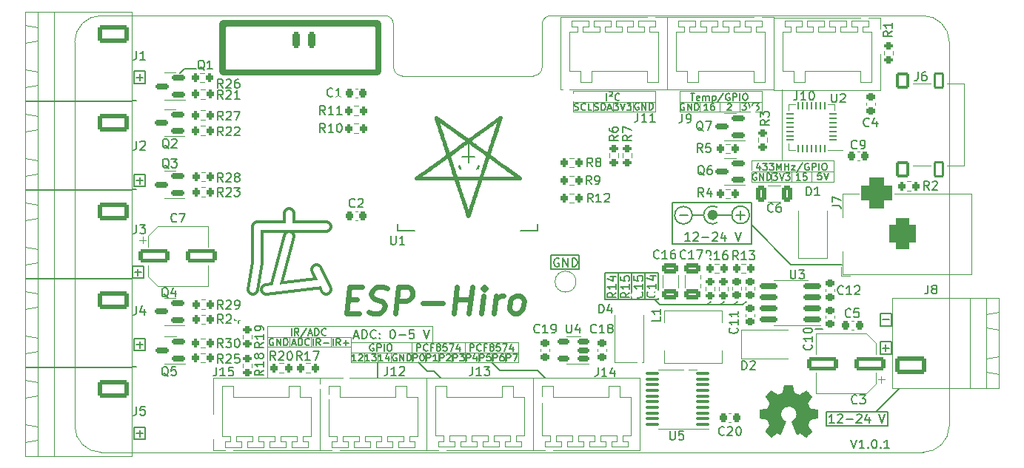
<source format=gto>
G04 #@! TF.GenerationSoftware,KiCad,Pcbnew,(5.99.0-10216-g675444a646)*
G04 #@! TF.CreationDate,2021-05-11T20:11:49+02:00*
G04 #@! TF.ProjectId,ESP-Hiro,4553502d-4869-4726-9f2e-6b696361645f,rev?*
G04 #@! TF.SameCoordinates,Original*
G04 #@! TF.FileFunction,Legend,Top*
G04 #@! TF.FilePolarity,Positive*
%FSLAX46Y46*%
G04 Gerber Fmt 4.6, Leading zero omitted, Abs format (unit mm)*
G04 Created by KiCad (PCBNEW (5.99.0-10216-g675444a646)) date 2021-05-11 20:11:49*
%MOMM*%
%LPD*%
G01*
G04 APERTURE LIST*
G04 Aperture macros list*
%AMRoundRect*
0 Rectangle with rounded corners*
0 $1 Rounding radius*
0 $2 $3 $4 $5 $6 $7 $8 $9 X,Y pos of 4 corners*
0 Add a 4 corners polygon primitive as box body*
4,1,4,$2,$3,$4,$5,$6,$7,$8,$9,$2,$3,0*
0 Add four circle primitives for the rounded corners*
1,1,$1+$1,$2,$3*
1,1,$1+$1,$4,$5*
1,1,$1+$1,$6,$7*
1,1,$1+$1,$8,$9*
0 Add four rect primitives between the rounded corners*
20,1,$1+$1,$2,$3,$4,$5,0*
20,1,$1+$1,$4,$5,$6,$7,0*
20,1,$1+$1,$6,$7,$8,$9,0*
20,1,$1+$1,$8,$9,$2,$3,0*%
G04 Aperture macros list end*
%ADD10C,0.200000*%
%ADD11C,0.120000*%
%ADD12C,0.600000*%
G04 #@! TA.AperFunction,Profile*
%ADD13C,0.050000*%
G04 #@! TD*
%ADD14C,0.150000*%
%ADD15C,1.400000*%
%ADD16C,1.000000*%
%ADD17C,0.152400*%
%ADD18C,0.250000*%
%ADD19C,0.300000*%
%ADD20C,0.005000*%
%ADD21C,0.010000*%
%ADD22C,0.800000*%
%ADD23O,1.600000X1.600000*%
%ADD24C,1.600000*%
%ADD25RoundRect,0.225000X-0.225000X-0.675000X0.225000X-0.675000X0.225000X0.675000X-0.225000X0.675000X0*%
%ADD26RoundRect,0.225000X-0.250000X0.225000X-0.250000X-0.225000X0.250000X-0.225000X0.250000X0.225000X0*%
%ADD27RoundRect,0.225000X0.250000X-0.225000X0.250000X0.225000X-0.250000X0.225000X-0.250000X-0.225000X0*%
%ADD28RoundRect,0.250000X0.650000X-0.325000X0.650000X0.325000X-0.650000X0.325000X-0.650000X-0.325000X0*%
%ADD29RoundRect,0.225000X-0.225000X-0.250000X0.225000X-0.250000X0.225000X0.250000X-0.225000X0.250000X0*%
%ADD30R,2.500000X1.800000*%
%ADD31RoundRect,0.150000X0.587500X0.150000X-0.587500X0.150000X-0.587500X-0.150000X0.587500X-0.150000X0*%
%ADD32RoundRect,0.200000X0.200000X0.275000X-0.200000X0.275000X-0.200000X-0.275000X0.200000X-0.275000X0*%
%ADD33RoundRect,0.200000X0.275000X-0.200000X0.275000X0.200000X-0.275000X0.200000X-0.275000X-0.200000X0*%
%ADD34RoundRect,0.200000X-0.200000X-0.275000X0.200000X-0.275000X0.200000X0.275000X-0.200000X0.275000X0*%
%ADD35RoundRect,0.200000X-0.275000X0.200000X-0.275000X-0.200000X0.275000X-0.200000X0.275000X0.200000X0*%
%ADD36RoundRect,0.150000X0.825000X0.150000X-0.825000X0.150000X-0.825000X-0.150000X0.825000X-0.150000X0*%
%ADD37R,1.700000X1.700000*%
%ADD38O,1.700000X1.700000*%
%ADD39RoundRect,0.150000X0.512500X0.150000X-0.512500X0.150000X-0.512500X-0.150000X0.512500X-0.150000X0*%
%ADD40RoundRect,0.250000X0.325000X0.650000X-0.325000X0.650000X-0.325000X-0.650000X0.325000X-0.650000X0*%
%ADD41RoundRect,0.225000X0.225000X0.250000X-0.225000X0.250000X-0.225000X-0.250000X0.225000X-0.250000X0*%
%ADD42R,1.800000X2.500000*%
%ADD43RoundRect,0.062500X0.337500X0.062500X-0.337500X0.062500X-0.337500X-0.062500X0.337500X-0.062500X0*%
%ADD44RoundRect,0.062500X0.062500X0.337500X-0.062500X0.337500X-0.062500X-0.337500X0.062500X-0.337500X0*%
%ADD45R,3.350000X3.350000*%
%ADD46C,0.650000*%
%ADD47R,1.450000X0.600000*%
%ADD48R,1.450000X0.300000*%
%ADD49RoundRect,0.120000X0.480000X-0.780000X0.480000X0.780000X-0.480000X0.780000X-0.480000X-0.780000X0*%
%ADD50RoundRect,0.145000X0.580000X-0.755000X0.580000X0.755000X-0.580000X0.755000X-0.580000X-0.755000X0*%
%ADD51RoundRect,0.249999X-1.550001X0.790001X-1.550001X-0.790001X1.550001X-0.790001X1.550001X0.790001X0*%
%ADD52O,3.600000X2.080000*%
%ADD53R,1.950000X3.000000*%
%ADD54C,5.700000*%
%ADD55R,2.500000X1.100000*%
%ADD56R,1.100000X2.500000*%
%ADD57RoundRect,0.250000X-1.500000X-0.550000X1.500000X-0.550000X1.500000X0.550000X-1.500000X0.550000X0*%
%ADD58RoundRect,0.249999X1.550001X-0.790001X1.550001X0.790001X-1.550001X0.790001X-1.550001X-0.790001X0*%
%ADD59RoundRect,0.100000X0.637500X0.100000X-0.637500X0.100000X-0.637500X-0.100000X0.637500X-0.100000X0*%
%ADD60R,3.500000X3.500000*%
%ADD61RoundRect,0.750000X0.750000X1.000000X-0.750000X1.000000X-0.750000X-1.000000X0.750000X-1.000000X0*%
%ADD62RoundRect,0.875000X0.875000X0.875000X-0.875000X0.875000X-0.875000X-0.875000X0.875000X-0.875000X0*%
%ADD63C,2.000000*%
%ADD64RoundRect,0.250000X1.500000X0.550000X-1.500000X0.550000X-1.500000X-0.550000X1.500000X-0.550000X0*%
%ADD65C,0.800000*%
%ADD66C,1.000000*%
G04 APERTURE END LIST*
D10*
X170601000Y-102860000D02*
G75*
G03*
X170601000Y-102860000I-1000000J0D01*
G01*
D11*
X122033000Y-116782000D02*
X124573000Y-116782000D01*
X124573000Y-116782000D02*
X124573000Y-117925000D01*
X124573000Y-117925000D02*
X122033000Y-117925000D01*
X122033000Y-117925000D02*
X122033000Y-116782000D01*
D10*
X152894000Y-120592000D02*
X153783000Y-121481000D01*
D11*
X141591000Y-118560000D02*
X143115000Y-118560000D01*
X143115000Y-118560000D02*
X143115000Y-119703000D01*
X143115000Y-119703000D02*
X141591000Y-119703000D01*
X141591000Y-119703000D02*
X141591000Y-118560000D01*
D10*
X169641000Y-102822000D02*
X169141000Y-102822000D01*
D11*
X171436000Y-89858000D02*
X173722000Y-89858000D01*
X173722000Y-89858000D02*
X173722000Y-91001000D01*
X173722000Y-91001000D02*
X171436000Y-91001000D01*
X171436000Y-91001000D02*
X171436000Y-89858000D01*
D10*
X163689000Y-112522400D02*
X163689000Y-109474400D01*
X166864000Y-113099000D02*
X176135000Y-113099000D01*
X177141000Y-102822000D02*
G75*
G03*
X177141000Y-102822000I-1000000J0D01*
G01*
D11*
X179691000Y-97859000D02*
X181977000Y-97859000D01*
X181977000Y-97859000D02*
X181977000Y-99002000D01*
X181977000Y-99002000D02*
X179691000Y-99002000D01*
X179691000Y-99002000D02*
X179691000Y-97859000D01*
X173722000Y-89858000D02*
X176008000Y-89858000D01*
X176008000Y-89858000D02*
X176008000Y-91001000D01*
X176008000Y-91001000D02*
X173722000Y-91001000D01*
X173722000Y-91001000D02*
X173722000Y-89858000D01*
D10*
X113905000Y-86048000D02*
X112889000Y-86048000D01*
X169141000Y-102822000D02*
X169641000Y-102822000D01*
X134606000Y-119703000D02*
X134606000Y-121481000D01*
X192137000Y-114115000D02*
X193407000Y-114115000D01*
X193407000Y-114115000D02*
X193407000Y-115512000D01*
X193407000Y-115512000D02*
X192137000Y-115512000D01*
X192137000Y-115512000D02*
X192137000Y-114115000D01*
X192116750Y-117365500D02*
X193386750Y-117365500D01*
X193386750Y-117365500D02*
X193386750Y-118762500D01*
X193386750Y-118762500D02*
X192116750Y-118762500D01*
X192116750Y-118762500D02*
X192116750Y-117365500D01*
X106520000Y-99850000D02*
X107047000Y-99850000D01*
D11*
X186873000Y-95360000D02*
X187762000Y-95360000D01*
D10*
X112508000Y-86048000D02*
X112000000Y-86556000D01*
X106520000Y-89690000D02*
X107047000Y-89690000D01*
D11*
X144639000Y-118560000D02*
X150735000Y-118560000D01*
X150735000Y-118560000D02*
X150735000Y-117417000D01*
X150735000Y-117417000D02*
X144639000Y-117417000D01*
X144639000Y-117417000D02*
X144639000Y-118560000D01*
X177405000Y-97859000D02*
X186803000Y-97859000D01*
X186803000Y-97859000D02*
X186803000Y-96589000D01*
X186803000Y-96589000D02*
X177405000Y-96589000D01*
X177405000Y-96589000D02*
X177405000Y-97859000D01*
X131558000Y-118560000D02*
X133082000Y-118560000D01*
X133082000Y-118560000D02*
X133082000Y-119703000D01*
X133082000Y-119703000D02*
X131558000Y-119703000D01*
X131558000Y-119703000D02*
X131558000Y-118560000D01*
D10*
X176389000Y-113099000D02*
X176770000Y-112718000D01*
X175754000Y-112718000D02*
X175373000Y-113099000D01*
X106520000Y-120170000D02*
X107047000Y-120170000D01*
D11*
X122033000Y-117925000D02*
X122033000Y-121481000D01*
X169150000Y-89858000D02*
X171436000Y-89858000D01*
X171436000Y-89858000D02*
X171436000Y-91001000D01*
X171436000Y-91001000D02*
X169150000Y-91001000D01*
X169150000Y-91001000D02*
X169150000Y-89858000D01*
X143115000Y-118560000D02*
X144639000Y-118560000D01*
X144639000Y-118560000D02*
X144639000Y-119703000D01*
X144639000Y-119703000D02*
X143115000Y-119703000D01*
X143115000Y-119703000D02*
X143115000Y-118560000D01*
D10*
X166279000Y-112522400D02*
X166864000Y-113099000D01*
X106793000Y-98176500D02*
X108063000Y-98176500D01*
X108063000Y-98176500D02*
X108063000Y-99573500D01*
X108063000Y-99573500D02*
X106793000Y-99573500D01*
X106793000Y-99573500D02*
X106793000Y-98176500D01*
X148576000Y-120592000D02*
X152894000Y-120592000D01*
D11*
X169150000Y-89858000D02*
X178548000Y-89858000D01*
X178548000Y-89858000D02*
X178548000Y-88588000D01*
X178548000Y-88588000D02*
X169150000Y-88588000D01*
X169150000Y-88588000D02*
X169150000Y-89858000D01*
D10*
X177372389Y-103965000D02*
X181915000Y-108507611D01*
D11*
X180834000Y-96589000D02*
X180834000Y-88461000D01*
X184263000Y-97859000D02*
X186803000Y-97859000D01*
X186803000Y-97859000D02*
X186803000Y-99002000D01*
X186803000Y-99002000D02*
X184263000Y-99002000D01*
X184263000Y-99002000D02*
X184263000Y-97859000D01*
D10*
X176141000Y-103322000D02*
X176141000Y-102822000D01*
D11*
X181977000Y-97859000D02*
X184263000Y-97859000D01*
X184263000Y-97859000D02*
X184263000Y-99002000D01*
X184263000Y-99002000D02*
X181977000Y-99002000D01*
X181977000Y-99002000D02*
X181977000Y-97859000D01*
D10*
X166737000Y-112522400D02*
X166737000Y-109474400D01*
X147687000Y-119703000D02*
X148576000Y-120592000D01*
X139305000Y-119703000D02*
X140321000Y-120719000D01*
D11*
X129272000Y-116782000D02*
X131558000Y-116782000D01*
X131558000Y-116782000D02*
X131558000Y-117925000D01*
X131558000Y-117925000D02*
X129272000Y-117925000D01*
X129272000Y-117925000D02*
X129272000Y-116782000D01*
D10*
X176141000Y-102822000D02*
X176141000Y-102322000D01*
X160641000Y-112522400D02*
X160641000Y-109474400D01*
D11*
X136130000Y-118560000D02*
X138543000Y-118560000D01*
X138543000Y-118560000D02*
X138543000Y-119703000D01*
X138543000Y-119703000D02*
X136130000Y-119703000D01*
X136130000Y-119703000D02*
X136130000Y-118560000D01*
D10*
X106793000Y-116972500D02*
X108063000Y-116972500D01*
X108063000Y-116972500D02*
X108063000Y-118369500D01*
X108063000Y-118369500D02*
X106793000Y-118369500D01*
X106793000Y-118369500D02*
X106793000Y-116972500D01*
X194361000Y-122634000D02*
X191694000Y-125301000D01*
D11*
X146163000Y-118560000D02*
X147687000Y-118560000D01*
X147687000Y-118560000D02*
X147687000Y-119703000D01*
X147687000Y-119703000D02*
X146163000Y-119703000D01*
X146163000Y-119703000D02*
X146163000Y-118560000D01*
X156958000Y-89858000D02*
X166356000Y-89858000D01*
X166356000Y-89858000D02*
X166356000Y-88588000D01*
X166356000Y-88588000D02*
X156958000Y-88588000D01*
X156958000Y-88588000D02*
X156958000Y-89858000D01*
X122033000Y-116782000D02*
X122033000Y-115522000D01*
D10*
X176135000Y-113099000D02*
X176262000Y-113099000D01*
X176141000Y-102822000D02*
X175641000Y-102822000D01*
X184644000Y-115893000D02*
X185533000Y-115893000D01*
D11*
X144639000Y-118560000D02*
X146163000Y-118560000D01*
X146163000Y-118560000D02*
X146163000Y-119703000D01*
X146163000Y-119703000D02*
X144639000Y-119703000D01*
X144639000Y-119703000D02*
X144639000Y-118560000D01*
D10*
X162165000Y-109474400D02*
X162165000Y-112522400D01*
X174230000Y-112718000D02*
X173849000Y-113099000D01*
X176262000Y-113099000D02*
X176389000Y-113099000D01*
D11*
X176008000Y-89858000D02*
X178548000Y-89858000D01*
X178548000Y-89858000D02*
X178548000Y-91001000D01*
X178548000Y-91001000D02*
X176008000Y-91001000D01*
X176008000Y-91001000D02*
X176008000Y-89858000D01*
D10*
X172706000Y-112718000D02*
X172325000Y-113099000D01*
X154468000Y-107417000D02*
X157643000Y-107417000D01*
X157643000Y-107417000D02*
X157643000Y-109068000D01*
X157643000Y-109068000D02*
X154468000Y-109068000D01*
X154468000Y-109068000D02*
X154468000Y-107417000D01*
D11*
X147687000Y-118560000D02*
X149211000Y-118560000D01*
X149211000Y-118560000D02*
X149211000Y-119703000D01*
X149211000Y-119703000D02*
X147687000Y-119703000D01*
X147687000Y-119703000D02*
X147687000Y-118560000D01*
D10*
X175641000Y-102822000D02*
X176141000Y-102822000D01*
D11*
X134606000Y-118560000D02*
X136130000Y-118560000D01*
X136130000Y-118560000D02*
X136130000Y-119703000D01*
X136130000Y-119703000D02*
X134606000Y-119703000D01*
X134606000Y-119703000D02*
X134606000Y-118560000D01*
D10*
X140321000Y-120719000D02*
X141083000Y-120719000D01*
D11*
X140067000Y-118560000D02*
X141591000Y-118560000D01*
X141591000Y-118560000D02*
X141591000Y-119703000D01*
X141591000Y-119703000D02*
X140067000Y-119703000D01*
X140067000Y-119703000D02*
X140067000Y-118560000D01*
D10*
X181915000Y-108507611D02*
X187757000Y-108507611D01*
X106589000Y-108687000D02*
X107859000Y-108687000D01*
X107859000Y-108687000D02*
X107859000Y-110084000D01*
X107859000Y-110084000D02*
X106589000Y-110084000D01*
X106589000Y-110084000D02*
X106589000Y-108687000D01*
D11*
X161530000Y-89858000D02*
X163816000Y-89858000D01*
X163816000Y-89858000D02*
X163816000Y-91001000D01*
X163816000Y-91001000D02*
X161530000Y-91001000D01*
X161530000Y-91001000D02*
X161530000Y-89858000D01*
D10*
X176141000Y-102822000D02*
X176641000Y-102822000D01*
X173849000Y-113099000D02*
X172706000Y-113099000D01*
D11*
X140894000Y-115522000D02*
X140894000Y-117427000D01*
X177405000Y-97859000D02*
X179691000Y-97859000D01*
X179691000Y-97859000D02*
X179691000Y-99002000D01*
X179691000Y-99002000D02*
X177405000Y-99002000D01*
X177405000Y-99002000D02*
X177405000Y-97859000D01*
D10*
X169641000Y-102822000D02*
X170141000Y-102822000D01*
D11*
X122033000Y-115522000D02*
X140894000Y-115522000D01*
D10*
X106793000Y-127132500D02*
X108063000Y-127132500D01*
X108063000Y-127132500D02*
X108063000Y-128529500D01*
X108063000Y-128529500D02*
X106793000Y-128529500D01*
X106793000Y-128529500D02*
X106793000Y-127132500D01*
D11*
X163816000Y-89858000D02*
X166356000Y-89858000D01*
X166356000Y-89858000D02*
X166356000Y-91001000D01*
X166356000Y-91001000D02*
X163816000Y-91001000D01*
X163816000Y-91001000D02*
X163816000Y-89858000D01*
D10*
X165213000Y-109474400D02*
X165213000Y-112522400D01*
X192964000Y-125364500D02*
X185979000Y-125364500D01*
X185979000Y-125364500D02*
X185979000Y-126952000D01*
X185979000Y-126952000D02*
X192964000Y-126952000D01*
X192964000Y-126952000D02*
X192964000Y-125364500D01*
X160768000Y-112522400D02*
X166737000Y-112522400D01*
D12*
X173241000Y-102822000D02*
G75*
G03*
X173241000Y-102822000I-300000J0D01*
G01*
D10*
X141083000Y-120719000D02*
X141845000Y-121481000D01*
X160768000Y-112522400D02*
X160641000Y-112522400D01*
D11*
X138543000Y-118560000D02*
X144639000Y-118560000D01*
X144639000Y-118560000D02*
X144639000Y-117417000D01*
X144639000Y-117417000D02*
X138543000Y-117417000D01*
X138543000Y-117417000D02*
X138543000Y-118560000D01*
D10*
X176141000Y-102822000D02*
X176141000Y-103322000D01*
X170641000Y-102822000D02*
X171911778Y-102822000D01*
D11*
X124573000Y-116782000D02*
X126986000Y-116782000D01*
X126986000Y-116782000D02*
X126986000Y-117925000D01*
X126986000Y-117925000D02*
X124573000Y-117925000D01*
X124573000Y-117925000D02*
X124573000Y-116782000D01*
D10*
X173486667Y-103695068D02*
G75*
G02*
X173441000Y-101922000I-545667J873068D01*
G01*
X177372389Y-101425000D02*
X168355389Y-101425000D01*
X168355389Y-101425000D02*
X168355389Y-106124000D01*
X168355389Y-106124000D02*
X177372389Y-106124000D01*
X177372389Y-106124000D02*
X177372389Y-101425000D01*
X106793000Y-86365500D02*
X108063000Y-86365500D01*
X108063000Y-86365500D02*
X108063000Y-87762500D01*
X108063000Y-87762500D02*
X106793000Y-87762500D01*
X106793000Y-87762500D02*
X106793000Y-86365500D01*
D11*
X126986000Y-116782000D02*
X129272000Y-116782000D01*
X129272000Y-116782000D02*
X129272000Y-117925000D01*
X129272000Y-117925000D02*
X126986000Y-117925000D01*
X126986000Y-117925000D02*
X126986000Y-116782000D01*
D10*
X166737000Y-109474400D02*
X160641000Y-109474400D01*
D11*
X149211000Y-118560000D02*
X150735000Y-118560000D01*
X150735000Y-118560000D02*
X150735000Y-119703000D01*
X150735000Y-119703000D02*
X149211000Y-119703000D01*
X149211000Y-119703000D02*
X149211000Y-118560000D01*
X133082000Y-118560000D02*
X134606000Y-118560000D01*
X134606000Y-118560000D02*
X134606000Y-119703000D01*
X134606000Y-119703000D02*
X133082000Y-119703000D01*
X133082000Y-119703000D02*
X133082000Y-118560000D01*
D10*
X175141000Y-102822000D02*
X172941000Y-102822000D01*
D11*
X159244000Y-89858000D02*
X161530000Y-89858000D01*
X161530000Y-89858000D02*
X161530000Y-91001000D01*
X161530000Y-91001000D02*
X159244000Y-91001000D01*
X159244000Y-91001000D02*
X159244000Y-89858000D01*
D10*
X112889000Y-86048000D02*
X112508000Y-86048000D01*
D11*
X131558000Y-118560000D02*
X138543000Y-118560000D01*
X138543000Y-118560000D02*
X138543000Y-117417000D01*
X138543000Y-117417000D02*
X131558000Y-117417000D01*
X131558000Y-117417000D02*
X131558000Y-118560000D01*
X138543000Y-118560000D02*
X140067000Y-118560000D01*
X140067000Y-118560000D02*
X140067000Y-119703000D01*
X140067000Y-119703000D02*
X138543000Y-119703000D01*
X138543000Y-119703000D02*
X138543000Y-118560000D01*
X156958000Y-89858000D02*
X159244000Y-89858000D01*
X159244000Y-89858000D02*
X159244000Y-91001000D01*
X159244000Y-91001000D02*
X156958000Y-91001000D01*
X156958000Y-91001000D02*
X156958000Y-89858000D01*
D13*
X100000000Y-127000000D02*
X100000000Y-83000000D01*
X200000000Y-127000000D02*
G75*
G02*
X197000000Y-130000000I-3000000J0D01*
G01*
X100000000Y-83000000D02*
G75*
G02*
X103000000Y-80000000I3000000J0D01*
G01*
X154450000Y-80000000D02*
G75*
G03*
X153450000Y-81000000I0J-1000000D01*
G01*
X197000000Y-80000000D02*
X154450000Y-80000000D01*
X100000000Y-127000000D02*
G75*
G03*
X103000000Y-130000000I3000000J0D01*
G01*
X200000000Y-83000000D02*
X200000000Y-127000000D01*
X153450000Y-85900000D02*
G75*
G02*
X152450000Y-86900000I-1000000J0D01*
G01*
X136450000Y-81000000D02*
G75*
G03*
X135450000Y-80000000I-1000000J0D01*
G01*
X197000000Y-80000000D02*
G75*
G02*
X200000000Y-83000000I0J-3000000D01*
G01*
X136450000Y-85900000D02*
X136450000Y-81000000D01*
X153450000Y-85900000D02*
X153450000Y-81000000D01*
X103000000Y-80000000D02*
X135450000Y-80000000D01*
X137450000Y-86900000D02*
G75*
G02*
X136450000Y-85900000I0J1000000D01*
G01*
X137450000Y-86900000D02*
X152450000Y-86900000D01*
X197000000Y-130000000D02*
X103000000Y-130000000D01*
D14*
X192391047Y-114821428D02*
X193152952Y-114821428D01*
X140238523Y-119556904D02*
X140238523Y-118756904D01*
X140543285Y-118756904D01*
X140619476Y-118795000D01*
X140657571Y-118833095D01*
X140695666Y-118909285D01*
X140695666Y-119023571D01*
X140657571Y-119099761D01*
X140619476Y-119137857D01*
X140543285Y-119175952D01*
X140238523Y-119175952D01*
X141457571Y-119556904D02*
X141000428Y-119556904D01*
X141229000Y-119556904D02*
X141229000Y-118756904D01*
X141152809Y-118871190D01*
X141076619Y-118947380D01*
X141000428Y-118985476D01*
X124770095Y-116635904D02*
X124770095Y-115835904D01*
X125608190Y-116635904D02*
X125341523Y-116254952D01*
X125151047Y-116635904D02*
X125151047Y-115835904D01*
X125455809Y-115835904D01*
X125532000Y-115874000D01*
X125570095Y-115912095D01*
X125608190Y-115988285D01*
X125608190Y-116102571D01*
X125570095Y-116178761D01*
X125532000Y-116216857D01*
X125455809Y-116254952D01*
X125151047Y-116254952D01*
X126522476Y-115797809D02*
X125836761Y-116826380D01*
X126751047Y-116407333D02*
X127132000Y-116407333D01*
X126674857Y-116635904D02*
X126941523Y-115835904D01*
X127208190Y-116635904D01*
X127474857Y-116635904D02*
X127474857Y-115835904D01*
X127665333Y-115835904D01*
X127779619Y-115874000D01*
X127855809Y-115950190D01*
X127893904Y-116026380D01*
X127932000Y-116178761D01*
X127932000Y-116293047D01*
X127893904Y-116445428D01*
X127855809Y-116521619D01*
X127779619Y-116597809D01*
X127665333Y-116635904D01*
X127474857Y-116635904D01*
X128732000Y-116559714D02*
X128693904Y-116597809D01*
X128579619Y-116635904D01*
X128503428Y-116635904D01*
X128389142Y-116597809D01*
X128312952Y-116521619D01*
X128274857Y-116445428D01*
X128236761Y-116293047D01*
X128236761Y-116178761D01*
X128274857Y-116026380D01*
X128312952Y-115950190D01*
X128389142Y-115874000D01*
X128503428Y-115835904D01*
X128579619Y-115835904D01*
X128693904Y-115874000D01*
X128732000Y-115912095D01*
X122693476Y-117017000D02*
X122617285Y-116978904D01*
X122503000Y-116978904D01*
X122388714Y-117017000D01*
X122312523Y-117093190D01*
X122274428Y-117169380D01*
X122236333Y-117321761D01*
X122236333Y-117436047D01*
X122274428Y-117588428D01*
X122312523Y-117664619D01*
X122388714Y-117740809D01*
X122503000Y-117778904D01*
X122579190Y-117778904D01*
X122693476Y-117740809D01*
X122731571Y-117702714D01*
X122731571Y-117436047D01*
X122579190Y-117436047D01*
X123074428Y-117778904D02*
X123074428Y-116978904D01*
X123531571Y-117778904D01*
X123531571Y-116978904D01*
X123912523Y-117778904D02*
X123912523Y-116978904D01*
X124103000Y-116978904D01*
X124217285Y-117017000D01*
X124293476Y-117093190D01*
X124331571Y-117169380D01*
X124369666Y-117321761D01*
X124369666Y-117436047D01*
X124331571Y-117588428D01*
X124293476Y-117664619D01*
X124217285Y-117740809D01*
X124103000Y-117778904D01*
X123912523Y-117778904D01*
X131956904Y-116704666D02*
X132433095Y-116704666D01*
X131861666Y-116990380D02*
X132195000Y-115990380D01*
X132528333Y-116990380D01*
X132861666Y-116990380D02*
X132861666Y-115990380D01*
X133099761Y-115990380D01*
X133242619Y-116038000D01*
X133337857Y-116133238D01*
X133385476Y-116228476D01*
X133433095Y-116418952D01*
X133433095Y-116561809D01*
X133385476Y-116752285D01*
X133337857Y-116847523D01*
X133242619Y-116942761D01*
X133099761Y-116990380D01*
X132861666Y-116990380D01*
X134433095Y-116895142D02*
X134385476Y-116942761D01*
X134242619Y-116990380D01*
X134147380Y-116990380D01*
X134004523Y-116942761D01*
X133909285Y-116847523D01*
X133861666Y-116752285D01*
X133814047Y-116561809D01*
X133814047Y-116418952D01*
X133861666Y-116228476D01*
X133909285Y-116133238D01*
X134004523Y-116038000D01*
X134147380Y-115990380D01*
X134242619Y-115990380D01*
X134385476Y-116038000D01*
X134433095Y-116085619D01*
X134861666Y-116895142D02*
X134909285Y-116942761D01*
X134861666Y-116990380D01*
X134814047Y-116942761D01*
X134861666Y-116895142D01*
X134861666Y-116990380D01*
X134861666Y-116371333D02*
X134909285Y-116418952D01*
X134861666Y-116466571D01*
X134814047Y-116418952D01*
X134861666Y-116371333D01*
X134861666Y-116466571D01*
X136290238Y-115990380D02*
X136385476Y-115990380D01*
X136480714Y-116038000D01*
X136528333Y-116085619D01*
X136575952Y-116180857D01*
X136623571Y-116371333D01*
X136623571Y-116609428D01*
X136575952Y-116799904D01*
X136528333Y-116895142D01*
X136480714Y-116942761D01*
X136385476Y-116990380D01*
X136290238Y-116990380D01*
X136195000Y-116942761D01*
X136147380Y-116895142D01*
X136099761Y-116799904D01*
X136052142Y-116609428D01*
X136052142Y-116371333D01*
X136099761Y-116180857D01*
X136147380Y-116085619D01*
X136195000Y-116038000D01*
X136290238Y-115990380D01*
X137052142Y-116609428D02*
X137814047Y-116609428D01*
X138766428Y-115990380D02*
X138290238Y-115990380D01*
X138242619Y-116466571D01*
X138290238Y-116418952D01*
X138385476Y-116371333D01*
X138623571Y-116371333D01*
X138718809Y-116418952D01*
X138766428Y-116466571D01*
X138814047Y-116561809D01*
X138814047Y-116799904D01*
X138766428Y-116895142D01*
X138718809Y-116942761D01*
X138623571Y-116990380D01*
X138385476Y-116990380D01*
X138290238Y-116942761D01*
X138242619Y-116895142D01*
X139861666Y-115990380D02*
X140195000Y-116990380D01*
X140528333Y-115990380D01*
X134187000Y-117652000D02*
X134110809Y-117613904D01*
X133996523Y-117613904D01*
X133882238Y-117652000D01*
X133806047Y-117728190D01*
X133767952Y-117804380D01*
X133729857Y-117956761D01*
X133729857Y-118071047D01*
X133767952Y-118223428D01*
X133806047Y-118299619D01*
X133882238Y-118375809D01*
X133996523Y-118413904D01*
X134072714Y-118413904D01*
X134187000Y-118375809D01*
X134225095Y-118337714D01*
X134225095Y-118071047D01*
X134072714Y-118071047D01*
X134567952Y-118413904D02*
X134567952Y-117613904D01*
X134872714Y-117613904D01*
X134948904Y-117652000D01*
X134987000Y-117690095D01*
X135025095Y-117766285D01*
X135025095Y-117880571D01*
X134987000Y-117956761D01*
X134948904Y-117994857D01*
X134872714Y-118032952D01*
X134567952Y-118032952D01*
X135367952Y-118413904D02*
X135367952Y-117613904D01*
X135901285Y-117613904D02*
X136053666Y-117613904D01*
X136129857Y-117652000D01*
X136206047Y-117728190D01*
X136244142Y-117880571D01*
X136244142Y-118147238D01*
X136206047Y-118299619D01*
X136129857Y-118375809D01*
X136053666Y-118413904D01*
X135901285Y-118413904D01*
X135825095Y-118375809D01*
X135748904Y-118299619D01*
X135710809Y-118147238D01*
X135710809Y-117880571D01*
X135748904Y-117728190D01*
X135825095Y-117652000D01*
X135901285Y-117613904D01*
X157148619Y-90816809D02*
X157262904Y-90854904D01*
X157453380Y-90854904D01*
X157529571Y-90816809D01*
X157567666Y-90778714D01*
X157605761Y-90702523D01*
X157605761Y-90626333D01*
X157567666Y-90550142D01*
X157529571Y-90512047D01*
X157453380Y-90473952D01*
X157301000Y-90435857D01*
X157224809Y-90397761D01*
X157186714Y-90359666D01*
X157148619Y-90283476D01*
X157148619Y-90207285D01*
X157186714Y-90131095D01*
X157224809Y-90093000D01*
X157301000Y-90054904D01*
X157491476Y-90054904D01*
X157605761Y-90093000D01*
X158405761Y-90778714D02*
X158367666Y-90816809D01*
X158253380Y-90854904D01*
X158177190Y-90854904D01*
X158062904Y-90816809D01*
X157986714Y-90740619D01*
X157948619Y-90664428D01*
X157910523Y-90512047D01*
X157910523Y-90397761D01*
X157948619Y-90245380D01*
X157986714Y-90169190D01*
X158062904Y-90093000D01*
X158177190Y-90054904D01*
X158253380Y-90054904D01*
X158367666Y-90093000D01*
X158405761Y-90131095D01*
X159129571Y-90854904D02*
X158748619Y-90854904D01*
X158748619Y-90054904D01*
D15*
X120833333Y-104100000D02*
X128690476Y-104100000D01*
X124500000Y-102576190D02*
X124500000Y-104100000D01*
X124500000Y-105242857D02*
X122928571Y-110957142D01*
X120833333Y-104100000D02*
X120833333Y-108290476D01*
X120309523Y-111338095D01*
X121880952Y-111338095D02*
X128166666Y-110576190D01*
X127642857Y-109052380D02*
X128690476Y-111338095D01*
D14*
X179843523Y-98055904D02*
X180338761Y-98055904D01*
X180072095Y-98360666D01*
X180186380Y-98360666D01*
X180262571Y-98398761D01*
X180300666Y-98436857D01*
X180338761Y-98513047D01*
X180338761Y-98703523D01*
X180300666Y-98779714D01*
X180262571Y-98817809D01*
X180186380Y-98855904D01*
X179957809Y-98855904D01*
X179881619Y-98817809D01*
X179843523Y-98779714D01*
X180567333Y-98055904D02*
X180834000Y-98855904D01*
X181100666Y-98055904D01*
X181291142Y-98055904D02*
X181786380Y-98055904D01*
X181519714Y-98360666D01*
X181634000Y-98360666D01*
X181710190Y-98398761D01*
X181748285Y-98436857D01*
X181786380Y-98513047D01*
X181786380Y-98703523D01*
X181748285Y-98779714D01*
X181710190Y-98817809D01*
X181634000Y-98855904D01*
X181405428Y-98855904D01*
X181329238Y-98817809D01*
X181291142Y-98779714D01*
X185380619Y-97992404D02*
X184999666Y-97992404D01*
X184961571Y-98373357D01*
X184999666Y-98335261D01*
X185075857Y-98297166D01*
X185266333Y-98297166D01*
X185342523Y-98335261D01*
X185380619Y-98373357D01*
X185418714Y-98449547D01*
X185418714Y-98640023D01*
X185380619Y-98716214D01*
X185342523Y-98754309D01*
X185266333Y-98792404D01*
X185075857Y-98792404D01*
X184999666Y-98754309D01*
X184961571Y-98716214D01*
X185647285Y-97992404D02*
X185913952Y-98792404D01*
X186180619Y-97992404D01*
X135215619Y-119556904D02*
X134758476Y-119556904D01*
X134987047Y-119556904D02*
X134987047Y-118756904D01*
X134910857Y-118871190D01*
X134834666Y-118947380D01*
X134758476Y-118985476D01*
X135901333Y-119023571D02*
X135901333Y-119556904D01*
X135710857Y-118718809D02*
X135520380Y-119290238D01*
X136015619Y-119290238D01*
X192370797Y-118071928D02*
X193132702Y-118071928D01*
X192751750Y-118452880D02*
X192751750Y-117690976D01*
X149382523Y-119556904D02*
X149382523Y-118756904D01*
X149687285Y-118756904D01*
X149763476Y-118795000D01*
X149801571Y-118833095D01*
X149839666Y-118909285D01*
X149839666Y-119023571D01*
X149801571Y-119099761D01*
X149763476Y-119137857D01*
X149687285Y-119175952D01*
X149382523Y-119175952D01*
X150106333Y-118756904D02*
X150639666Y-118756904D01*
X150296809Y-119556904D01*
X178338904Y-97179571D02*
X178338904Y-97712904D01*
X178148428Y-96874809D02*
X177957952Y-97446238D01*
X178453190Y-97446238D01*
X178681761Y-96912904D02*
X179177000Y-96912904D01*
X178910333Y-97217666D01*
X179024619Y-97217666D01*
X179100809Y-97255761D01*
X179138904Y-97293857D01*
X179177000Y-97370047D01*
X179177000Y-97560523D01*
X179138904Y-97636714D01*
X179100809Y-97674809D01*
X179024619Y-97712904D01*
X178796047Y-97712904D01*
X178719857Y-97674809D01*
X178681761Y-97636714D01*
X179443666Y-96912904D02*
X179938904Y-96912904D01*
X179672238Y-97217666D01*
X179786523Y-97217666D01*
X179862714Y-97255761D01*
X179900809Y-97293857D01*
X179938904Y-97370047D01*
X179938904Y-97560523D01*
X179900809Y-97636714D01*
X179862714Y-97674809D01*
X179786523Y-97712904D01*
X179557952Y-97712904D01*
X179481761Y-97674809D01*
X179443666Y-97636714D01*
X180281761Y-97712904D02*
X180281761Y-96912904D01*
X180548428Y-97484333D01*
X180815095Y-96912904D01*
X180815095Y-97712904D01*
X181196047Y-97712904D02*
X181196047Y-96912904D01*
X181196047Y-97293857D02*
X181653190Y-97293857D01*
X181653190Y-97712904D02*
X181653190Y-96912904D01*
X181957952Y-97179571D02*
X182377000Y-97179571D01*
X181957952Y-97712904D01*
X182377000Y-97712904D01*
X183253190Y-96874809D02*
X182567476Y-97903380D01*
X183938904Y-96951000D02*
X183862714Y-96912904D01*
X183748428Y-96912904D01*
X183634142Y-96951000D01*
X183557952Y-97027190D01*
X183519857Y-97103380D01*
X183481761Y-97255761D01*
X183481761Y-97370047D01*
X183519857Y-97522428D01*
X183557952Y-97598619D01*
X183634142Y-97674809D01*
X183748428Y-97712904D01*
X183824619Y-97712904D01*
X183938904Y-97674809D01*
X183977000Y-97636714D01*
X183977000Y-97370047D01*
X183824619Y-97370047D01*
X184319857Y-97712904D02*
X184319857Y-96912904D01*
X184624619Y-96912904D01*
X184700809Y-96951000D01*
X184738904Y-96989095D01*
X184777000Y-97065285D01*
X184777000Y-97179571D01*
X184738904Y-97255761D01*
X184700809Y-97293857D01*
X184624619Y-97331952D01*
X184319857Y-97331952D01*
X185119857Y-97712904D02*
X185119857Y-96912904D01*
X185653190Y-96912904D02*
X185805571Y-96912904D01*
X185881761Y-96951000D01*
X185957952Y-97027190D01*
X185996047Y-97179571D01*
X185996047Y-97446238D01*
X185957952Y-97598619D01*
X185881761Y-97674809D01*
X185805571Y-97712904D01*
X185653190Y-97712904D01*
X185577000Y-97674809D01*
X185500809Y-97598619D01*
X185462714Y-97446238D01*
X185462714Y-97179571D01*
X185500809Y-97027190D01*
X185577000Y-96951000D01*
X185653190Y-96912904D01*
X124852523Y-117550333D02*
X125233476Y-117550333D01*
X124776333Y-117778904D02*
X125043000Y-116978904D01*
X125309666Y-117778904D01*
X125576333Y-117778904D02*
X125576333Y-116978904D01*
X125766809Y-116978904D01*
X125881095Y-117017000D01*
X125957285Y-117093190D01*
X125995380Y-117169380D01*
X126033476Y-117321761D01*
X126033476Y-117436047D01*
X125995380Y-117588428D01*
X125957285Y-117664619D01*
X125881095Y-117740809D01*
X125766809Y-117778904D01*
X125576333Y-117778904D01*
X126833476Y-117702714D02*
X126795380Y-117740809D01*
X126681095Y-117778904D01*
X126604904Y-117778904D01*
X126490619Y-117740809D01*
X126414428Y-117664619D01*
X126376333Y-117588428D01*
X126338238Y-117436047D01*
X126338238Y-117321761D01*
X126376333Y-117169380D01*
X126414428Y-117093190D01*
X126490619Y-117017000D01*
X126604904Y-116978904D01*
X126681095Y-116978904D01*
X126795380Y-117017000D01*
X126833476Y-117055095D01*
X133691619Y-119556904D02*
X133234476Y-119556904D01*
X133463047Y-119556904D02*
X133463047Y-118756904D01*
X133386857Y-118871190D01*
X133310666Y-118947380D01*
X133234476Y-118985476D01*
X133958285Y-118756904D02*
X134453523Y-118756904D01*
X134186857Y-119061666D01*
X134301142Y-119061666D01*
X134377333Y-119099761D01*
X134415428Y-119137857D01*
X134453523Y-119214047D01*
X134453523Y-119404523D01*
X134415428Y-119480714D01*
X134377333Y-119518809D01*
X134301142Y-119556904D01*
X134072571Y-119556904D01*
X133996380Y-119518809D01*
X133958285Y-119480714D01*
X132167619Y-119556904D02*
X131710476Y-119556904D01*
X131939047Y-119556904D02*
X131939047Y-118756904D01*
X131862857Y-118871190D01*
X131786666Y-118947380D01*
X131710476Y-118985476D01*
X132472380Y-118833095D02*
X132510476Y-118795000D01*
X132586666Y-118756904D01*
X132777142Y-118756904D01*
X132853333Y-118795000D01*
X132891428Y-118833095D01*
X132929523Y-118909285D01*
X132929523Y-118985476D01*
X132891428Y-119099761D01*
X132434285Y-119556904D01*
X132929523Y-119556904D01*
X186836571Y-126642380D02*
X186265142Y-126642380D01*
X186550857Y-126642380D02*
X186550857Y-125642380D01*
X186455619Y-125785238D01*
X186360380Y-125880476D01*
X186265142Y-125928095D01*
X187217523Y-125737619D02*
X187265142Y-125690000D01*
X187360380Y-125642380D01*
X187598476Y-125642380D01*
X187693714Y-125690000D01*
X187741333Y-125737619D01*
X187788952Y-125832857D01*
X187788952Y-125928095D01*
X187741333Y-126070952D01*
X187169904Y-126642380D01*
X187788952Y-126642380D01*
X188217523Y-126261428D02*
X188979428Y-126261428D01*
X189408000Y-125737619D02*
X189455619Y-125690000D01*
X189550857Y-125642380D01*
X189788952Y-125642380D01*
X189884190Y-125690000D01*
X189931809Y-125737619D01*
X189979428Y-125832857D01*
X189979428Y-125928095D01*
X189931809Y-126070952D01*
X189360380Y-126642380D01*
X189979428Y-126642380D01*
X190836571Y-125975714D02*
X190836571Y-126642380D01*
X190598476Y-125594761D02*
X190360380Y-126309047D01*
X190979428Y-126309047D01*
X191979428Y-125642380D02*
X192312761Y-126642380D01*
X192646095Y-125642380D01*
X136790476Y-118795000D02*
X136714285Y-118756904D01*
X136600000Y-118756904D01*
X136485714Y-118795000D01*
X136409523Y-118871190D01*
X136371428Y-118947380D01*
X136333333Y-119099761D01*
X136333333Y-119214047D01*
X136371428Y-119366428D01*
X136409523Y-119442619D01*
X136485714Y-119518809D01*
X136600000Y-119556904D01*
X136676190Y-119556904D01*
X136790476Y-119518809D01*
X136828571Y-119480714D01*
X136828571Y-119214047D01*
X136676190Y-119214047D01*
X137171428Y-119556904D02*
X137171428Y-118756904D01*
X137628571Y-119556904D01*
X137628571Y-118756904D01*
X138009523Y-119556904D02*
X138009523Y-118756904D01*
X138200000Y-118756904D01*
X138314285Y-118795000D01*
X138390476Y-118871190D01*
X138428571Y-118947380D01*
X138466666Y-119099761D01*
X138466666Y-119214047D01*
X138428571Y-119366428D01*
X138390476Y-119442619D01*
X138314285Y-119518809D01*
X138200000Y-119556904D01*
X138009523Y-119556904D01*
X147858523Y-119556904D02*
X147858523Y-118756904D01*
X148163285Y-118756904D01*
X148239476Y-118795000D01*
X148277571Y-118833095D01*
X148315666Y-118909285D01*
X148315666Y-119023571D01*
X148277571Y-119099761D01*
X148239476Y-119137857D01*
X148163285Y-119175952D01*
X147858523Y-119175952D01*
X149001380Y-118756904D02*
X148849000Y-118756904D01*
X148772809Y-118795000D01*
X148734714Y-118833095D01*
X148658523Y-118947380D01*
X148620428Y-119099761D01*
X148620428Y-119404523D01*
X148658523Y-119480714D01*
X148696619Y-119518809D01*
X148772809Y-119556904D01*
X148925190Y-119556904D01*
X149001380Y-119518809D01*
X149039476Y-119480714D01*
X149077571Y-119404523D01*
X149077571Y-119214047D01*
X149039476Y-119137857D01*
X149001380Y-119099761D01*
X148925190Y-119061666D01*
X148772809Y-119061666D01*
X148696619Y-119099761D01*
X148658523Y-119137857D01*
X148620428Y-119214047D01*
X107047047Y-98882928D02*
X107808952Y-98882928D01*
X107428000Y-99263880D02*
X107428000Y-98501976D01*
X170359571Y-105806380D02*
X169788142Y-105806380D01*
X170073857Y-105806380D02*
X170073857Y-104806380D01*
X169978619Y-104949238D01*
X169883380Y-105044476D01*
X169788142Y-105092095D01*
X170740523Y-104901619D02*
X170788142Y-104854000D01*
X170883380Y-104806380D01*
X171121476Y-104806380D01*
X171216714Y-104854000D01*
X171264333Y-104901619D01*
X171311952Y-104996857D01*
X171311952Y-105092095D01*
X171264333Y-105234952D01*
X170692904Y-105806380D01*
X171311952Y-105806380D01*
X171740523Y-105425428D02*
X172502428Y-105425428D01*
X172931000Y-104901619D02*
X172978619Y-104854000D01*
X173073857Y-104806380D01*
X173311952Y-104806380D01*
X173407190Y-104854000D01*
X173454809Y-104901619D01*
X173502428Y-104996857D01*
X173502428Y-105092095D01*
X173454809Y-105234952D01*
X172883380Y-105806380D01*
X173502428Y-105806380D01*
X174359571Y-105139714D02*
X174359571Y-105806380D01*
X174121476Y-104758761D02*
X173883380Y-105473047D01*
X174502428Y-105473047D01*
X175502428Y-104806380D02*
X175835761Y-105806380D01*
X176169095Y-104806380D01*
X155357095Y-107806000D02*
X155261857Y-107758380D01*
X155119000Y-107758380D01*
X154976142Y-107806000D01*
X154880904Y-107901238D01*
X154833285Y-107996476D01*
X154785666Y-108186952D01*
X154785666Y-108329809D01*
X154833285Y-108520285D01*
X154880904Y-108615523D01*
X154976142Y-108710761D01*
X155119000Y-108758380D01*
X155214238Y-108758380D01*
X155357095Y-108710761D01*
X155404714Y-108663142D01*
X155404714Y-108329809D01*
X155214238Y-108329809D01*
X155833285Y-108758380D02*
X155833285Y-107758380D01*
X156404714Y-108758380D01*
X156404714Y-107758380D01*
X156880904Y-108758380D02*
X156880904Y-107758380D01*
X157119000Y-107758380D01*
X157261857Y-107806000D01*
X157357095Y-107901238D01*
X157404714Y-107996476D01*
X157452333Y-108186952D01*
X157452333Y-108329809D01*
X157404714Y-108520285D01*
X157357095Y-108615523D01*
X157261857Y-108710761D01*
X157119000Y-108758380D01*
X156880904Y-108758380D01*
X176287523Y-89991404D02*
X176782761Y-89991404D01*
X176516095Y-90296166D01*
X176630380Y-90296166D01*
X176706571Y-90334261D01*
X176744666Y-90372357D01*
X176782761Y-90448547D01*
X176782761Y-90639023D01*
X176744666Y-90715214D01*
X176706571Y-90753309D01*
X176630380Y-90791404D01*
X176401809Y-90791404D01*
X176325619Y-90753309D01*
X176287523Y-90715214D01*
X177011333Y-89991404D02*
X177278000Y-90791404D01*
X177544666Y-89991404D01*
X177735142Y-89991404D02*
X178230380Y-89991404D01*
X177963714Y-90296166D01*
X178078000Y-90296166D01*
X178154190Y-90334261D01*
X178192285Y-90372357D01*
X178230380Y-90448547D01*
X178230380Y-90639023D01*
X178192285Y-90715214D01*
X178154190Y-90753309D01*
X178078000Y-90791404D01*
X177849428Y-90791404D01*
X177773238Y-90753309D01*
X177735142Y-90715214D01*
X139114809Y-118413904D02*
X139114809Y-117613904D01*
X139419571Y-117613904D01*
X139495761Y-117652000D01*
X139533857Y-117690095D01*
X139571952Y-117766285D01*
X139571952Y-117880571D01*
X139533857Y-117956761D01*
X139495761Y-117994857D01*
X139419571Y-118032952D01*
X139114809Y-118032952D01*
X140371952Y-118337714D02*
X140333857Y-118375809D01*
X140219571Y-118413904D01*
X140143380Y-118413904D01*
X140029095Y-118375809D01*
X139952904Y-118299619D01*
X139914809Y-118223428D01*
X139876714Y-118071047D01*
X139876714Y-117956761D01*
X139914809Y-117804380D01*
X139952904Y-117728190D01*
X140029095Y-117652000D01*
X140143380Y-117613904D01*
X140219571Y-117613904D01*
X140333857Y-117652000D01*
X140371952Y-117690095D01*
X140981476Y-117994857D02*
X140714809Y-117994857D01*
X140714809Y-118413904D02*
X140714809Y-117613904D01*
X141095761Y-117613904D01*
X141514809Y-117956761D02*
X141438619Y-117918666D01*
X141400523Y-117880571D01*
X141362428Y-117804380D01*
X141362428Y-117766285D01*
X141400523Y-117690095D01*
X141438619Y-117652000D01*
X141514809Y-117613904D01*
X141667190Y-117613904D01*
X141743380Y-117652000D01*
X141781476Y-117690095D01*
X141819571Y-117766285D01*
X141819571Y-117804380D01*
X141781476Y-117880571D01*
X141743380Y-117918666D01*
X141667190Y-117956761D01*
X141514809Y-117956761D01*
X141438619Y-117994857D01*
X141400523Y-118032952D01*
X141362428Y-118109142D01*
X141362428Y-118261523D01*
X141400523Y-118337714D01*
X141438619Y-118375809D01*
X141514809Y-118413904D01*
X141667190Y-118413904D01*
X141743380Y-118375809D01*
X141781476Y-118337714D01*
X141819571Y-118261523D01*
X141819571Y-118109142D01*
X141781476Y-118032952D01*
X141743380Y-117994857D01*
X141667190Y-117956761D01*
X142543380Y-117613904D02*
X142162428Y-117613904D01*
X142124333Y-117994857D01*
X142162428Y-117956761D01*
X142238619Y-117918666D01*
X142429095Y-117918666D01*
X142505285Y-117956761D01*
X142543380Y-117994857D01*
X142581476Y-118071047D01*
X142581476Y-118261523D01*
X142543380Y-118337714D01*
X142505285Y-118375809D01*
X142429095Y-118413904D01*
X142238619Y-118413904D01*
X142162428Y-118375809D01*
X142124333Y-118337714D01*
X142848142Y-117613904D02*
X143381476Y-117613904D01*
X143038619Y-118413904D01*
X144029095Y-117880571D02*
X144029095Y-118413904D01*
X143838619Y-117575809D02*
X143648142Y-118147238D01*
X144143380Y-118147238D01*
X107047047Y-117678928D02*
X107808952Y-117678928D01*
X107428000Y-118059880D02*
X107428000Y-117297976D01*
X170426761Y-88911904D02*
X170883904Y-88911904D01*
X170655333Y-89711904D02*
X170655333Y-88911904D01*
X171455333Y-89673809D02*
X171379142Y-89711904D01*
X171226761Y-89711904D01*
X171150571Y-89673809D01*
X171112476Y-89597619D01*
X171112476Y-89292857D01*
X171150571Y-89216666D01*
X171226761Y-89178571D01*
X171379142Y-89178571D01*
X171455333Y-89216666D01*
X171493428Y-89292857D01*
X171493428Y-89369047D01*
X171112476Y-89445238D01*
X171836285Y-89711904D02*
X171836285Y-89178571D01*
X171836285Y-89254761D02*
X171874380Y-89216666D01*
X171950571Y-89178571D01*
X172064857Y-89178571D01*
X172141047Y-89216666D01*
X172179142Y-89292857D01*
X172179142Y-89711904D01*
X172179142Y-89292857D02*
X172217238Y-89216666D01*
X172293428Y-89178571D01*
X172407714Y-89178571D01*
X172483904Y-89216666D01*
X172522000Y-89292857D01*
X172522000Y-89711904D01*
X172902952Y-89178571D02*
X172902952Y-89978571D01*
X172902952Y-89216666D02*
X172979142Y-89178571D01*
X173131523Y-89178571D01*
X173207714Y-89216666D01*
X173245809Y-89254761D01*
X173283904Y-89330952D01*
X173283904Y-89559523D01*
X173245809Y-89635714D01*
X173207714Y-89673809D01*
X173131523Y-89711904D01*
X172979142Y-89711904D01*
X172902952Y-89673809D01*
X174198190Y-88873809D02*
X173512476Y-89902380D01*
X174883904Y-88950000D02*
X174807714Y-88911904D01*
X174693428Y-88911904D01*
X174579142Y-88950000D01*
X174502952Y-89026190D01*
X174464857Y-89102380D01*
X174426761Y-89254761D01*
X174426761Y-89369047D01*
X174464857Y-89521428D01*
X174502952Y-89597619D01*
X174579142Y-89673809D01*
X174693428Y-89711904D01*
X174769619Y-89711904D01*
X174883904Y-89673809D01*
X174922000Y-89635714D01*
X174922000Y-89369047D01*
X174769619Y-89369047D01*
X175264857Y-89711904D02*
X175264857Y-88911904D01*
X175569619Y-88911904D01*
X175645809Y-88950000D01*
X175683904Y-88988095D01*
X175722000Y-89064285D01*
X175722000Y-89178571D01*
X175683904Y-89254761D01*
X175645809Y-89292857D01*
X175569619Y-89330952D01*
X175264857Y-89330952D01*
X176064857Y-89711904D02*
X176064857Y-88911904D01*
X176598190Y-88911904D02*
X176750571Y-88911904D01*
X176826761Y-88950000D01*
X176902952Y-89026190D01*
X176941047Y-89178571D01*
X176941047Y-89445238D01*
X176902952Y-89597619D01*
X176826761Y-89673809D01*
X176750571Y-89711904D01*
X176598190Y-89711904D01*
X176522000Y-89673809D01*
X176445809Y-89597619D01*
X176407714Y-89445238D01*
X176407714Y-89178571D01*
X176445809Y-89026190D01*
X176522000Y-88950000D01*
X176598190Y-88911904D01*
X159415571Y-90816809D02*
X159529857Y-90854904D01*
X159720333Y-90854904D01*
X159796523Y-90816809D01*
X159834619Y-90778714D01*
X159872714Y-90702523D01*
X159872714Y-90626333D01*
X159834619Y-90550142D01*
X159796523Y-90512047D01*
X159720333Y-90473952D01*
X159567952Y-90435857D01*
X159491761Y-90397761D01*
X159453666Y-90359666D01*
X159415571Y-90283476D01*
X159415571Y-90207285D01*
X159453666Y-90131095D01*
X159491761Y-90093000D01*
X159567952Y-90054904D01*
X159758428Y-90054904D01*
X159872714Y-90093000D01*
X160215571Y-90854904D02*
X160215571Y-90054904D01*
X160406047Y-90054904D01*
X160520333Y-90093000D01*
X160596523Y-90169190D01*
X160634619Y-90245380D01*
X160672714Y-90397761D01*
X160672714Y-90512047D01*
X160634619Y-90664428D01*
X160596523Y-90740619D01*
X160520333Y-90816809D01*
X160406047Y-90854904D01*
X160215571Y-90854904D01*
X160977476Y-90626333D02*
X161358428Y-90626333D01*
X160901285Y-90854904D02*
X161167952Y-90054904D01*
X161434619Y-90854904D01*
X141762523Y-119556904D02*
X141762523Y-118756904D01*
X142067285Y-118756904D01*
X142143476Y-118795000D01*
X142181571Y-118833095D01*
X142219666Y-118909285D01*
X142219666Y-119023571D01*
X142181571Y-119099761D01*
X142143476Y-119137857D01*
X142067285Y-119175952D01*
X141762523Y-119175952D01*
X142524428Y-118833095D02*
X142562523Y-118795000D01*
X142638714Y-118756904D01*
X142829190Y-118756904D01*
X142905380Y-118795000D01*
X142943476Y-118833095D01*
X142981571Y-118909285D01*
X142981571Y-118985476D01*
X142943476Y-119099761D01*
X142486333Y-119556904D01*
X142981571Y-119556904D01*
X161682523Y-90054904D02*
X162177761Y-90054904D01*
X161911095Y-90359666D01*
X162025380Y-90359666D01*
X162101571Y-90397761D01*
X162139666Y-90435857D01*
X162177761Y-90512047D01*
X162177761Y-90702523D01*
X162139666Y-90778714D01*
X162101571Y-90816809D01*
X162025380Y-90854904D01*
X161796809Y-90854904D01*
X161720619Y-90816809D01*
X161682523Y-90778714D01*
X162406333Y-90054904D02*
X162673000Y-90854904D01*
X162939666Y-90054904D01*
X163130142Y-90054904D02*
X163625380Y-90054904D01*
X163358714Y-90359666D01*
X163473000Y-90359666D01*
X163549190Y-90397761D01*
X163587285Y-90435857D01*
X163625380Y-90512047D01*
X163625380Y-90702523D01*
X163587285Y-90778714D01*
X163549190Y-90816809D01*
X163473000Y-90854904D01*
X163244428Y-90854904D01*
X163168238Y-90816809D01*
X163130142Y-90778714D01*
X129519761Y-117778904D02*
X129519761Y-116978904D01*
X130357857Y-117778904D02*
X130091190Y-117397952D01*
X129900714Y-117778904D02*
X129900714Y-116978904D01*
X130205476Y-116978904D01*
X130281666Y-117017000D01*
X130319761Y-117055095D01*
X130357857Y-117131285D01*
X130357857Y-117245571D01*
X130319761Y-117321761D01*
X130281666Y-117359857D01*
X130205476Y-117397952D01*
X129900714Y-117397952D01*
X130700714Y-117474142D02*
X131310238Y-117474142D01*
X131005476Y-117778904D02*
X131005476Y-117169380D01*
X177938476Y-98094000D02*
X177862285Y-98055904D01*
X177748000Y-98055904D01*
X177633714Y-98094000D01*
X177557523Y-98170190D01*
X177519428Y-98246380D01*
X177481333Y-98398761D01*
X177481333Y-98513047D01*
X177519428Y-98665428D01*
X177557523Y-98741619D01*
X177633714Y-98817809D01*
X177748000Y-98855904D01*
X177824190Y-98855904D01*
X177938476Y-98817809D01*
X177976571Y-98779714D01*
X177976571Y-98513047D01*
X177824190Y-98513047D01*
X178319428Y-98855904D02*
X178319428Y-98055904D01*
X178776571Y-98855904D01*
X178776571Y-98055904D01*
X179157523Y-98855904D02*
X179157523Y-98055904D01*
X179348000Y-98055904D01*
X179462285Y-98094000D01*
X179538476Y-98170190D01*
X179576571Y-98246380D01*
X179614666Y-98398761D01*
X179614666Y-98513047D01*
X179576571Y-98665428D01*
X179538476Y-98741619D01*
X179462285Y-98817809D01*
X179348000Y-98855904D01*
X179157523Y-98855904D01*
X144810523Y-119556904D02*
X144810523Y-118756904D01*
X145115285Y-118756904D01*
X145191476Y-118795000D01*
X145229571Y-118833095D01*
X145267666Y-118909285D01*
X145267666Y-119023571D01*
X145229571Y-119099761D01*
X145191476Y-119137857D01*
X145115285Y-119175952D01*
X144810523Y-119175952D01*
X145953380Y-119023571D02*
X145953380Y-119556904D01*
X145762904Y-118718809D02*
X145572428Y-119290238D01*
X146067666Y-119290238D01*
X182967619Y-98855904D02*
X182510476Y-98855904D01*
X182739047Y-98855904D02*
X182739047Y-98055904D01*
X182662857Y-98170190D01*
X182586666Y-98246380D01*
X182510476Y-98284476D01*
X183691428Y-98055904D02*
X183310476Y-98055904D01*
X183272380Y-98436857D01*
X183310476Y-98398761D01*
X183386666Y-98360666D01*
X183577142Y-98360666D01*
X183653333Y-98398761D01*
X183691428Y-98436857D01*
X183729523Y-98513047D01*
X183729523Y-98703523D01*
X183691428Y-98779714D01*
X183653333Y-98817809D01*
X183577142Y-98855904D01*
X183386666Y-98855904D01*
X183310476Y-98817809D01*
X183272380Y-98779714D01*
X174636428Y-90131095D02*
X174674523Y-90093000D01*
X174750714Y-90054904D01*
X174941190Y-90054904D01*
X175017380Y-90093000D01*
X175055476Y-90131095D01*
X175093571Y-90207285D01*
X175093571Y-90283476D01*
X175055476Y-90397761D01*
X174598333Y-90854904D01*
X175093571Y-90854904D01*
X107047047Y-87071928D02*
X107808952Y-87071928D01*
X107428000Y-87452880D02*
X107428000Y-86690976D01*
X145210809Y-118413904D02*
X145210809Y-117613904D01*
X145515571Y-117613904D01*
X145591761Y-117652000D01*
X145629857Y-117690095D01*
X145667952Y-117766285D01*
X145667952Y-117880571D01*
X145629857Y-117956761D01*
X145591761Y-117994857D01*
X145515571Y-118032952D01*
X145210809Y-118032952D01*
X146467952Y-118337714D02*
X146429857Y-118375809D01*
X146315571Y-118413904D01*
X146239380Y-118413904D01*
X146125095Y-118375809D01*
X146048904Y-118299619D01*
X146010809Y-118223428D01*
X145972714Y-118071047D01*
X145972714Y-117956761D01*
X146010809Y-117804380D01*
X146048904Y-117728190D01*
X146125095Y-117652000D01*
X146239380Y-117613904D01*
X146315571Y-117613904D01*
X146429857Y-117652000D01*
X146467952Y-117690095D01*
X147077476Y-117994857D02*
X146810809Y-117994857D01*
X146810809Y-118413904D02*
X146810809Y-117613904D01*
X147191761Y-117613904D01*
X147610809Y-117956761D02*
X147534619Y-117918666D01*
X147496523Y-117880571D01*
X147458428Y-117804380D01*
X147458428Y-117766285D01*
X147496523Y-117690095D01*
X147534619Y-117652000D01*
X147610809Y-117613904D01*
X147763190Y-117613904D01*
X147839380Y-117652000D01*
X147877476Y-117690095D01*
X147915571Y-117766285D01*
X147915571Y-117804380D01*
X147877476Y-117880571D01*
X147839380Y-117918666D01*
X147763190Y-117956761D01*
X147610809Y-117956761D01*
X147534619Y-117994857D01*
X147496523Y-118032952D01*
X147458428Y-118109142D01*
X147458428Y-118261523D01*
X147496523Y-118337714D01*
X147534619Y-118375809D01*
X147610809Y-118413904D01*
X147763190Y-118413904D01*
X147839380Y-118375809D01*
X147877476Y-118337714D01*
X147915571Y-118261523D01*
X147915571Y-118109142D01*
X147877476Y-118032952D01*
X147839380Y-117994857D01*
X147763190Y-117956761D01*
X148639380Y-117613904D02*
X148258428Y-117613904D01*
X148220333Y-117994857D01*
X148258428Y-117956761D01*
X148334619Y-117918666D01*
X148525095Y-117918666D01*
X148601285Y-117956761D01*
X148639380Y-117994857D01*
X148677476Y-118071047D01*
X148677476Y-118261523D01*
X148639380Y-118337714D01*
X148601285Y-118375809D01*
X148525095Y-118413904D01*
X148334619Y-118413904D01*
X148258428Y-118375809D01*
X148220333Y-118337714D01*
X148944142Y-117613904D02*
X149477476Y-117613904D01*
X149134619Y-118413904D01*
X150125095Y-117880571D02*
X150125095Y-118413904D01*
X149934619Y-117575809D02*
X149744142Y-118147238D01*
X150239380Y-118147238D01*
X143286523Y-119556904D02*
X143286523Y-118756904D01*
X143591285Y-118756904D01*
X143667476Y-118795000D01*
X143705571Y-118833095D01*
X143743666Y-118909285D01*
X143743666Y-119023571D01*
X143705571Y-119099761D01*
X143667476Y-119137857D01*
X143591285Y-119175952D01*
X143286523Y-119175952D01*
X144010333Y-118756904D02*
X144505571Y-118756904D01*
X144238904Y-119061666D01*
X144353190Y-119061666D01*
X144429380Y-119099761D01*
X144467476Y-119137857D01*
X144505571Y-119214047D01*
X144505571Y-119404523D01*
X144467476Y-119480714D01*
X144429380Y-119518809D01*
X144353190Y-119556904D01*
X144124619Y-119556904D01*
X144048428Y-119518809D01*
X144010333Y-119480714D01*
D12*
X131249410Y-112503714D02*
X132249410Y-112503714D01*
X132481553Y-114075142D02*
X131052982Y-114075142D01*
X131427982Y-111075142D01*
X132856553Y-111075142D01*
X133642267Y-113932285D02*
X134052982Y-114075142D01*
X134767267Y-114075142D01*
X135070839Y-113932285D01*
X135231553Y-113789428D01*
X135410125Y-113503714D01*
X135445839Y-113218000D01*
X135338696Y-112932285D01*
X135213696Y-112789428D01*
X134945839Y-112646571D01*
X134392267Y-112503714D01*
X134124410Y-112360857D01*
X133999410Y-112218000D01*
X133892267Y-111932285D01*
X133927982Y-111646571D01*
X134106553Y-111360857D01*
X134267267Y-111218000D01*
X134570839Y-111075142D01*
X135285125Y-111075142D01*
X135695839Y-111218000D01*
X136624410Y-114075142D02*
X136999410Y-111075142D01*
X138142267Y-111075142D01*
X138410125Y-111218000D01*
X138535125Y-111360857D01*
X138642267Y-111646571D01*
X138588696Y-112075142D01*
X138410125Y-112360857D01*
X138249410Y-112503714D01*
X137945839Y-112646571D01*
X136802982Y-112646571D01*
X139767267Y-112932285D02*
X142052982Y-112932285D01*
X143338696Y-114075142D02*
X143713696Y-111075142D01*
X143535125Y-112503714D02*
X145249410Y-112503714D01*
X145052982Y-114075142D02*
X145427982Y-111075142D01*
X146481553Y-114075142D02*
X146731553Y-112075142D01*
X146856553Y-111075142D02*
X146695839Y-111218000D01*
X146820839Y-111360857D01*
X146981553Y-111218000D01*
X146856553Y-111075142D01*
X146820839Y-111360857D01*
X147910125Y-114075142D02*
X148160125Y-112075142D01*
X148088696Y-112646571D02*
X148267267Y-112360857D01*
X148427982Y-112218000D01*
X148731553Y-112075142D01*
X149017267Y-112075142D01*
X150195839Y-114075142D02*
X149927982Y-113932285D01*
X149802982Y-113789428D01*
X149695839Y-113503714D01*
X149802982Y-112646571D01*
X149981553Y-112360857D01*
X150142267Y-112218000D01*
X150445839Y-112075142D01*
X150874410Y-112075142D01*
X151142267Y-112218000D01*
X151267267Y-112360857D01*
X151374410Y-112646571D01*
X151267267Y-113503714D01*
X151088696Y-113789428D01*
X150927982Y-113932285D01*
X150624410Y-114075142D01*
X150195839Y-114075142D01*
D14*
X127233761Y-117778904D02*
X127233761Y-116978904D01*
X128071857Y-117778904D02*
X127805190Y-117397952D01*
X127614714Y-117778904D02*
X127614714Y-116978904D01*
X127919476Y-116978904D01*
X127995666Y-117017000D01*
X128033761Y-117055095D01*
X128071857Y-117131285D01*
X128071857Y-117245571D01*
X128033761Y-117321761D01*
X127995666Y-117359857D01*
X127919476Y-117397952D01*
X127614714Y-117397952D01*
X128414714Y-117474142D02*
X129024238Y-117474142D01*
X164476476Y-90029500D02*
X164400285Y-89991404D01*
X164286000Y-89991404D01*
X164171714Y-90029500D01*
X164095523Y-90105690D01*
X164057428Y-90181880D01*
X164019333Y-90334261D01*
X164019333Y-90448547D01*
X164057428Y-90600928D01*
X164095523Y-90677119D01*
X164171714Y-90753309D01*
X164286000Y-90791404D01*
X164362190Y-90791404D01*
X164476476Y-90753309D01*
X164514571Y-90715214D01*
X164514571Y-90448547D01*
X164362190Y-90448547D01*
X164857428Y-90791404D02*
X164857428Y-89991404D01*
X165314571Y-90791404D01*
X165314571Y-89991404D01*
X165695523Y-90791404D02*
X165695523Y-89991404D01*
X165886000Y-89991404D01*
X166000285Y-90029500D01*
X166076476Y-90105690D01*
X166114571Y-90181880D01*
X166152666Y-90334261D01*
X166152666Y-90448547D01*
X166114571Y-90600928D01*
X166076476Y-90677119D01*
X166000285Y-90753309D01*
X165886000Y-90791404D01*
X165695523Y-90791404D01*
X188761904Y-128552380D02*
X189095238Y-129552380D01*
X189428571Y-128552380D01*
X190285714Y-129552380D02*
X189714285Y-129552380D01*
X190000000Y-129552380D02*
X190000000Y-128552380D01*
X189904761Y-128695238D01*
X189809523Y-128790476D01*
X189714285Y-128838095D01*
X190714285Y-129457142D02*
X190761904Y-129504761D01*
X190714285Y-129552380D01*
X190666666Y-129504761D01*
X190714285Y-129457142D01*
X190714285Y-129552380D01*
X191380952Y-128552380D02*
X191476190Y-128552380D01*
X191571428Y-128600000D01*
X191619047Y-128647619D01*
X191666666Y-128742857D01*
X191714285Y-128933333D01*
X191714285Y-129171428D01*
X191666666Y-129361904D01*
X191619047Y-129457142D01*
X191571428Y-129504761D01*
X191476190Y-129552380D01*
X191380952Y-129552380D01*
X191285714Y-129504761D01*
X191238095Y-129457142D01*
X191190476Y-129361904D01*
X191142857Y-129171428D01*
X191142857Y-128933333D01*
X191190476Y-128742857D01*
X191238095Y-128647619D01*
X191285714Y-128600000D01*
X191380952Y-128552380D01*
X192142857Y-129457142D02*
X192190476Y-129504761D01*
X192142857Y-129552380D01*
X192095238Y-129504761D01*
X192142857Y-129457142D01*
X192142857Y-129552380D01*
X193142857Y-129552380D02*
X192571428Y-129552380D01*
X192857142Y-129552380D02*
X192857142Y-128552380D01*
X192761904Y-128695238D01*
X192666666Y-128790476D01*
X192571428Y-128838095D01*
X146334523Y-119556904D02*
X146334523Y-118756904D01*
X146639285Y-118756904D01*
X146715476Y-118795000D01*
X146753571Y-118833095D01*
X146791666Y-118909285D01*
X146791666Y-119023571D01*
X146753571Y-119099761D01*
X146715476Y-119137857D01*
X146639285Y-119175952D01*
X146334523Y-119175952D01*
X147515476Y-118756904D02*
X147134523Y-118756904D01*
X147096428Y-119137857D01*
X147134523Y-119099761D01*
X147210714Y-119061666D01*
X147401190Y-119061666D01*
X147477380Y-119099761D01*
X147515476Y-119137857D01*
X147553571Y-119214047D01*
X147553571Y-119404523D01*
X147515476Y-119480714D01*
X147477380Y-119518809D01*
X147401190Y-119556904D01*
X147210714Y-119556904D01*
X147134523Y-119518809D01*
X147096428Y-119480714D01*
X107047047Y-127838928D02*
X107808952Y-127838928D01*
X107428000Y-128219880D02*
X107428000Y-127457976D01*
X169683476Y-90093000D02*
X169607285Y-90054904D01*
X169493000Y-90054904D01*
X169378714Y-90093000D01*
X169302523Y-90169190D01*
X169264428Y-90245380D01*
X169226333Y-90397761D01*
X169226333Y-90512047D01*
X169264428Y-90664428D01*
X169302523Y-90740619D01*
X169378714Y-90816809D01*
X169493000Y-90854904D01*
X169569190Y-90854904D01*
X169683476Y-90816809D01*
X169721571Y-90778714D01*
X169721571Y-90512047D01*
X169569190Y-90512047D01*
X170064428Y-90854904D02*
X170064428Y-90054904D01*
X170521571Y-90854904D01*
X170521571Y-90054904D01*
X170902523Y-90854904D02*
X170902523Y-90054904D01*
X171093000Y-90054904D01*
X171207285Y-90093000D01*
X171283476Y-90169190D01*
X171321571Y-90245380D01*
X171359666Y-90397761D01*
X171359666Y-90512047D01*
X171321571Y-90664428D01*
X171283476Y-90740619D01*
X171207285Y-90816809D01*
X171093000Y-90854904D01*
X170902523Y-90854904D01*
X106843047Y-109393428D02*
X107604952Y-109393428D01*
X107224000Y-109774380D02*
X107224000Y-109012476D01*
X172426619Y-90854904D02*
X171969476Y-90854904D01*
X172198047Y-90854904D02*
X172198047Y-90054904D01*
X172121857Y-90169190D01*
X172045666Y-90245380D01*
X171969476Y-90283476D01*
X173112333Y-90054904D02*
X172959952Y-90054904D01*
X172883761Y-90093000D01*
X172845666Y-90131095D01*
X172769476Y-90245380D01*
X172731380Y-90397761D01*
X172731380Y-90702523D01*
X172769476Y-90778714D01*
X172807571Y-90816809D01*
X172883761Y-90854904D01*
X173036142Y-90854904D01*
X173112333Y-90816809D01*
X173150428Y-90778714D01*
X173188523Y-90702523D01*
X173188523Y-90512047D01*
X173150428Y-90435857D01*
X173112333Y-90397761D01*
X173036142Y-90359666D01*
X172883761Y-90359666D01*
X172807571Y-90397761D01*
X172769476Y-90435857D01*
X172731380Y-90512047D01*
X138714523Y-119556904D02*
X138714523Y-118756904D01*
X139019285Y-118756904D01*
X139095476Y-118795000D01*
X139133571Y-118833095D01*
X139171666Y-118909285D01*
X139171666Y-119023571D01*
X139133571Y-119099761D01*
X139095476Y-119137857D01*
X139019285Y-119175952D01*
X138714523Y-119175952D01*
X139666904Y-118756904D02*
X139743095Y-118756904D01*
X139819285Y-118795000D01*
X139857380Y-118833095D01*
X139895476Y-118909285D01*
X139933571Y-119061666D01*
X139933571Y-119252142D01*
X139895476Y-119404523D01*
X139857380Y-119480714D01*
X139819285Y-119518809D01*
X139743095Y-119556904D01*
X139666904Y-119556904D01*
X139590714Y-119518809D01*
X139552619Y-119480714D01*
X139514523Y-119404523D01*
X139476428Y-119252142D01*
X139476428Y-119061666D01*
X139514523Y-118909285D01*
X139552619Y-118833095D01*
X139590714Y-118795000D01*
X139666904Y-118756904D01*
X160825238Y-89711904D02*
X160825238Y-88911904D01*
X161168095Y-88721428D02*
X161244285Y-88683333D01*
X161358571Y-88683333D01*
X161434761Y-88721428D01*
X161472857Y-88797619D01*
X161472857Y-88873809D01*
X161434761Y-88950000D01*
X161168095Y-89216666D01*
X161472857Y-89216666D01*
X162272857Y-89635714D02*
X162234761Y-89673809D01*
X162120476Y-89711904D01*
X162044285Y-89711904D01*
X161930000Y-89673809D01*
X161853809Y-89597619D01*
X161815714Y-89521428D01*
X161777619Y-89369047D01*
X161777619Y-89254761D01*
X161815714Y-89102380D01*
X161853809Y-89026190D01*
X161930000Y-88950000D01*
X162044285Y-88911904D01*
X162120476Y-88911904D01*
X162234761Y-88950000D01*
X162272857Y-88988095D01*
X184239142Y-117678857D02*
X184286761Y-117726476D01*
X184334380Y-117869333D01*
X184334380Y-117964571D01*
X184286761Y-118107428D01*
X184191523Y-118202666D01*
X184096285Y-118250285D01*
X183905809Y-118297904D01*
X183762952Y-118297904D01*
X183572476Y-118250285D01*
X183477238Y-118202666D01*
X183382000Y-118107428D01*
X183334380Y-117964571D01*
X183334380Y-117869333D01*
X183382000Y-117726476D01*
X183429619Y-117678857D01*
X184334380Y-116726476D02*
X184334380Y-117297904D01*
X184334380Y-117012190D02*
X183334380Y-117012190D01*
X183477238Y-117107428D01*
X183572476Y-117202666D01*
X183620095Y-117297904D01*
X183334380Y-116107428D02*
X183334380Y-116012190D01*
X183382000Y-115916952D01*
X183429619Y-115869333D01*
X183524857Y-115821714D01*
X183715333Y-115774095D01*
X183953428Y-115774095D01*
X184143904Y-115821714D01*
X184239142Y-115869333D01*
X184286761Y-115916952D01*
X184334380Y-116012190D01*
X184334380Y-116107428D01*
X184286761Y-116202666D01*
X184239142Y-116250285D01*
X184143904Y-116297904D01*
X183953428Y-116345523D01*
X183715333Y-116345523D01*
X183524857Y-116297904D01*
X183429619Y-116250285D01*
X183382000Y-116202666D01*
X183334380Y-116107428D01*
X175730142Y-115773857D02*
X175777761Y-115821476D01*
X175825380Y-115964333D01*
X175825380Y-116059571D01*
X175777761Y-116202428D01*
X175682523Y-116297666D01*
X175587285Y-116345285D01*
X175396809Y-116392904D01*
X175253952Y-116392904D01*
X175063476Y-116345285D01*
X174968238Y-116297666D01*
X174873000Y-116202428D01*
X174825380Y-116059571D01*
X174825380Y-115964333D01*
X174873000Y-115821476D01*
X174920619Y-115773857D01*
X175825380Y-114821476D02*
X175825380Y-115392904D01*
X175825380Y-115107190D02*
X174825380Y-115107190D01*
X174968238Y-115202428D01*
X175063476Y-115297666D01*
X175111095Y-115392904D01*
X175825380Y-113869095D02*
X175825380Y-114440523D01*
X175825380Y-114154809D02*
X174825380Y-114154809D01*
X174968238Y-114250047D01*
X175063476Y-114345285D01*
X175111095Y-114440523D01*
X187861142Y-111838142D02*
X187813523Y-111885761D01*
X187670666Y-111933380D01*
X187575428Y-111933380D01*
X187432571Y-111885761D01*
X187337333Y-111790523D01*
X187289714Y-111695285D01*
X187242095Y-111504809D01*
X187242095Y-111361952D01*
X187289714Y-111171476D01*
X187337333Y-111076238D01*
X187432571Y-110981000D01*
X187575428Y-110933380D01*
X187670666Y-110933380D01*
X187813523Y-110981000D01*
X187861142Y-111028619D01*
X188813523Y-111933380D02*
X188242095Y-111933380D01*
X188527809Y-111933380D02*
X188527809Y-110933380D01*
X188432571Y-111076238D01*
X188337333Y-111171476D01*
X188242095Y-111219095D01*
X189194476Y-111028619D02*
X189242095Y-110981000D01*
X189337333Y-110933380D01*
X189575428Y-110933380D01*
X189670666Y-110981000D01*
X189718285Y-111028619D01*
X189765904Y-111123857D01*
X189765904Y-111219095D01*
X189718285Y-111361952D01*
X189146857Y-111933380D01*
X189765904Y-111933380D01*
X166332142Y-111641257D02*
X166379761Y-111688876D01*
X166427380Y-111831733D01*
X166427380Y-111926971D01*
X166379761Y-112069828D01*
X166284523Y-112165066D01*
X166189285Y-112212685D01*
X165998809Y-112260304D01*
X165855952Y-112260304D01*
X165665476Y-112212685D01*
X165570238Y-112165066D01*
X165475000Y-112069828D01*
X165427380Y-111926971D01*
X165427380Y-111831733D01*
X165475000Y-111688876D01*
X165522619Y-111641257D01*
X166427380Y-110688876D02*
X166427380Y-111260304D01*
X166427380Y-110974590D02*
X165427380Y-110974590D01*
X165570238Y-111069828D01*
X165665476Y-111165066D01*
X165713095Y-111260304D01*
X165760714Y-109831733D02*
X166427380Y-109831733D01*
X165379761Y-110069828D02*
X166094047Y-110307923D01*
X166094047Y-109688876D01*
X164867142Y-111687259D02*
X164914761Y-111734878D01*
X164962380Y-111877735D01*
X164962380Y-111972973D01*
X164914761Y-112115830D01*
X164819523Y-112211068D01*
X164724285Y-112258687D01*
X164533809Y-112306306D01*
X164390952Y-112306306D01*
X164200476Y-112258687D01*
X164105238Y-112211068D01*
X164010000Y-112115830D01*
X163962380Y-111972973D01*
X163962380Y-111877735D01*
X164010000Y-111734878D01*
X164057619Y-111687259D01*
X164962380Y-110734878D02*
X164962380Y-111306306D01*
X164962380Y-111020592D02*
X163962380Y-111020592D01*
X164105238Y-111115830D01*
X164200476Y-111211068D01*
X164248095Y-111306306D01*
X163962380Y-109830116D02*
X163962380Y-110306306D01*
X164438571Y-110353925D01*
X164390952Y-110306306D01*
X164343333Y-110211068D01*
X164343333Y-109972973D01*
X164390952Y-109877735D01*
X164438571Y-109830116D01*
X164533809Y-109782497D01*
X164771904Y-109782497D01*
X164867142Y-109830116D01*
X164914761Y-109877735D01*
X164962380Y-109972973D01*
X164962380Y-110211068D01*
X164914761Y-110306306D01*
X164867142Y-110353925D01*
X166794142Y-107751142D02*
X166746523Y-107798761D01*
X166603666Y-107846380D01*
X166508428Y-107846380D01*
X166365571Y-107798761D01*
X166270333Y-107703523D01*
X166222714Y-107608285D01*
X166175095Y-107417809D01*
X166175095Y-107274952D01*
X166222714Y-107084476D01*
X166270333Y-106989238D01*
X166365571Y-106894000D01*
X166508428Y-106846380D01*
X166603666Y-106846380D01*
X166746523Y-106894000D01*
X166794142Y-106941619D01*
X167746523Y-107846380D02*
X167175095Y-107846380D01*
X167460809Y-107846380D02*
X167460809Y-106846380D01*
X167365571Y-106989238D01*
X167270333Y-107084476D01*
X167175095Y-107132095D01*
X168603666Y-106846380D02*
X168413190Y-106846380D01*
X168317952Y-106894000D01*
X168270333Y-106941619D01*
X168175095Y-107084476D01*
X168127476Y-107274952D01*
X168127476Y-107655904D01*
X168175095Y-107751142D01*
X168222714Y-107798761D01*
X168317952Y-107846380D01*
X168508428Y-107846380D01*
X168603666Y-107798761D01*
X168651285Y-107751142D01*
X168698904Y-107655904D01*
X168698904Y-107417809D01*
X168651285Y-107322571D01*
X168603666Y-107274952D01*
X168508428Y-107227333D01*
X168317952Y-107227333D01*
X168222714Y-107274952D01*
X168175095Y-107322571D01*
X168127476Y-107417809D01*
X169842142Y-107757142D02*
X169794523Y-107804761D01*
X169651666Y-107852380D01*
X169556428Y-107852380D01*
X169413571Y-107804761D01*
X169318333Y-107709523D01*
X169270714Y-107614285D01*
X169223095Y-107423809D01*
X169223095Y-107280952D01*
X169270714Y-107090476D01*
X169318333Y-106995238D01*
X169413571Y-106900000D01*
X169556428Y-106852380D01*
X169651666Y-106852380D01*
X169794523Y-106900000D01*
X169842142Y-106947619D01*
X170794523Y-107852380D02*
X170223095Y-107852380D01*
X170508809Y-107852380D02*
X170508809Y-106852380D01*
X170413571Y-106995238D01*
X170318333Y-107090476D01*
X170223095Y-107138095D01*
X171127857Y-106852380D02*
X171794523Y-106852380D01*
X171365952Y-107852380D01*
X129486333Y-89199142D02*
X129438714Y-89246761D01*
X129295857Y-89294380D01*
X129200619Y-89294380D01*
X129057761Y-89246761D01*
X128962523Y-89151523D01*
X128914904Y-89056285D01*
X128867285Y-88865809D01*
X128867285Y-88722952D01*
X128914904Y-88532476D01*
X128962523Y-88437238D01*
X129057761Y-88342000D01*
X129200619Y-88294380D01*
X129295857Y-88294380D01*
X129438714Y-88342000D01*
X129486333Y-88389619D01*
X130438714Y-89294380D02*
X129867285Y-89294380D01*
X130153000Y-89294380D02*
X130153000Y-88294380D01*
X130057761Y-88437238D01*
X129962523Y-88532476D01*
X129867285Y-88580095D01*
X132026333Y-101866142D02*
X131978714Y-101913761D01*
X131835857Y-101961380D01*
X131740619Y-101961380D01*
X131597761Y-101913761D01*
X131502523Y-101818523D01*
X131454904Y-101723285D01*
X131407285Y-101532809D01*
X131407285Y-101389952D01*
X131454904Y-101199476D01*
X131502523Y-101104238D01*
X131597761Y-101009000D01*
X131740619Y-100961380D01*
X131835857Y-100961380D01*
X131978714Y-101009000D01*
X132026333Y-101056619D01*
X132407285Y-101056619D02*
X132454904Y-101009000D01*
X132550142Y-100961380D01*
X132788238Y-100961380D01*
X132883476Y-101009000D01*
X132931095Y-101056619D01*
X132978714Y-101151857D01*
X132978714Y-101247095D01*
X132931095Y-101389952D01*
X132359666Y-101961380D01*
X132978714Y-101961380D01*
X159617142Y-116250142D02*
X159569523Y-116297761D01*
X159426666Y-116345380D01*
X159331428Y-116345380D01*
X159188571Y-116297761D01*
X159093333Y-116202523D01*
X159045714Y-116107285D01*
X158998095Y-115916809D01*
X158998095Y-115773952D01*
X159045714Y-115583476D01*
X159093333Y-115488238D01*
X159188571Y-115393000D01*
X159331428Y-115345380D01*
X159426666Y-115345380D01*
X159569523Y-115393000D01*
X159617142Y-115440619D01*
X160569523Y-116345380D02*
X159998095Y-116345380D01*
X160283809Y-116345380D02*
X160283809Y-115345380D01*
X160188571Y-115488238D01*
X160093333Y-115583476D01*
X159998095Y-115631095D01*
X161140952Y-115773952D02*
X161045714Y-115726333D01*
X160998095Y-115678714D01*
X160950476Y-115583476D01*
X160950476Y-115535857D01*
X160998095Y-115440619D01*
X161045714Y-115393000D01*
X161140952Y-115345380D01*
X161331428Y-115345380D01*
X161426666Y-115393000D01*
X161474285Y-115440619D01*
X161521904Y-115535857D01*
X161521904Y-115583476D01*
X161474285Y-115678714D01*
X161426666Y-115726333D01*
X161331428Y-115773952D01*
X161140952Y-115773952D01*
X161045714Y-115821571D01*
X160998095Y-115869190D01*
X160950476Y-115964428D01*
X160950476Y-116154904D01*
X160998095Y-116250142D01*
X161045714Y-116297761D01*
X161140952Y-116345380D01*
X161331428Y-116345380D01*
X161426666Y-116297761D01*
X161474285Y-116250142D01*
X161521904Y-116154904D01*
X161521904Y-115964428D01*
X161474285Y-115869190D01*
X161426666Y-115821571D01*
X161331428Y-115773952D01*
X153140142Y-116250142D02*
X153092523Y-116297761D01*
X152949666Y-116345380D01*
X152854428Y-116345380D01*
X152711571Y-116297761D01*
X152616333Y-116202523D01*
X152568714Y-116107285D01*
X152521095Y-115916809D01*
X152521095Y-115773952D01*
X152568714Y-115583476D01*
X152616333Y-115488238D01*
X152711571Y-115393000D01*
X152854428Y-115345380D01*
X152949666Y-115345380D01*
X153092523Y-115393000D01*
X153140142Y-115440619D01*
X154092523Y-116345380D02*
X153521095Y-116345380D01*
X153806809Y-116345380D02*
X153806809Y-115345380D01*
X153711571Y-115488238D01*
X153616333Y-115583476D01*
X153521095Y-115631095D01*
X154568714Y-116345380D02*
X154759190Y-116345380D01*
X154854428Y-116297761D01*
X154902047Y-116250142D01*
X154997285Y-116107285D01*
X155044904Y-115916809D01*
X155044904Y-115535857D01*
X154997285Y-115440619D01*
X154949666Y-115393000D01*
X154854428Y-115345380D01*
X154663952Y-115345380D01*
X154568714Y-115393000D01*
X154521095Y-115440619D01*
X154473476Y-115535857D01*
X154473476Y-115773952D01*
X154521095Y-115869190D01*
X154568714Y-115916809D01*
X154663952Y-115964428D01*
X154854428Y-115964428D01*
X154949666Y-115916809D01*
X154997285Y-115869190D01*
X155044904Y-115773952D01*
X176285904Y-120536380D02*
X176285904Y-119536380D01*
X176524000Y-119536380D01*
X176666857Y-119584000D01*
X176762095Y-119679238D01*
X176809714Y-119774476D01*
X176857333Y-119964952D01*
X176857333Y-120107809D01*
X176809714Y-120298285D01*
X176762095Y-120393523D01*
X176666857Y-120488761D01*
X176524000Y-120536380D01*
X176285904Y-120536380D01*
X177238285Y-119631619D02*
X177285904Y-119584000D01*
X177381142Y-119536380D01*
X177619238Y-119536380D01*
X177714476Y-119584000D01*
X177762095Y-119631619D01*
X177809714Y-119726857D01*
X177809714Y-119822095D01*
X177762095Y-119964952D01*
X177190666Y-120536380D01*
X177809714Y-120536380D01*
X114825761Y-86214619D02*
X114730523Y-86167000D01*
X114635285Y-86071761D01*
X114492428Y-85928904D01*
X114397190Y-85881285D01*
X114301952Y-85881285D01*
X114349571Y-86119380D02*
X114254333Y-86071761D01*
X114159095Y-85976523D01*
X114111476Y-85786047D01*
X114111476Y-85452714D01*
X114159095Y-85262238D01*
X114254333Y-85167000D01*
X114349571Y-85119380D01*
X114540047Y-85119380D01*
X114635285Y-85167000D01*
X114730523Y-85262238D01*
X114778142Y-85452714D01*
X114778142Y-85786047D01*
X114730523Y-85976523D01*
X114635285Y-86071761D01*
X114540047Y-86119380D01*
X114349571Y-86119380D01*
X115730523Y-86119380D02*
X115159095Y-86119380D01*
X115444809Y-86119380D02*
X115444809Y-85119380D01*
X115349571Y-85262238D01*
X115254333Y-85357476D01*
X115159095Y-85405095D01*
X175857142Y-107952380D02*
X175523809Y-107476190D01*
X175285714Y-107952380D02*
X175285714Y-106952380D01*
X175666666Y-106952380D01*
X175761904Y-107000000D01*
X175809523Y-107047619D01*
X175857142Y-107142857D01*
X175857142Y-107285714D01*
X175809523Y-107380952D01*
X175761904Y-107428571D01*
X175666666Y-107476190D01*
X175285714Y-107476190D01*
X176809523Y-107952380D02*
X176238095Y-107952380D01*
X176523809Y-107952380D02*
X176523809Y-106952380D01*
X176428571Y-107095238D01*
X176333333Y-107190476D01*
X176238095Y-107238095D01*
X177142857Y-106952380D02*
X177761904Y-106952380D01*
X177428571Y-107333333D01*
X177571428Y-107333333D01*
X177666666Y-107380952D01*
X177714285Y-107428571D01*
X177761904Y-107523809D01*
X177761904Y-107761904D01*
X177714285Y-107857142D01*
X177666666Y-107904761D01*
X177571428Y-107952380D01*
X177285714Y-107952380D01*
X177190476Y-107904761D01*
X177142857Y-107857142D01*
X161914380Y-111712259D02*
X161438190Y-112045592D01*
X161914380Y-112283687D02*
X160914380Y-112283687D01*
X160914380Y-111902735D01*
X160962000Y-111807497D01*
X161009619Y-111759878D01*
X161104857Y-111712259D01*
X161247714Y-111712259D01*
X161342952Y-111759878D01*
X161390571Y-111807497D01*
X161438190Y-111902735D01*
X161438190Y-112283687D01*
X161914380Y-110759878D02*
X161914380Y-111331306D01*
X161914380Y-111045592D02*
X160914380Y-111045592D01*
X161057238Y-111140830D01*
X161152476Y-111236068D01*
X161200095Y-111331306D01*
X161247714Y-109902735D02*
X161914380Y-109902735D01*
X160866761Y-110140830D02*
X161581047Y-110378925D01*
X161581047Y-109759878D01*
X163438380Y-111712259D02*
X162962190Y-112045592D01*
X163438380Y-112283687D02*
X162438380Y-112283687D01*
X162438380Y-111902735D01*
X162486000Y-111807497D01*
X162533619Y-111759878D01*
X162628857Y-111712259D01*
X162771714Y-111712259D01*
X162866952Y-111759878D01*
X162914571Y-111807497D01*
X162962190Y-111902735D01*
X162962190Y-112283687D01*
X163438380Y-110759878D02*
X163438380Y-111331306D01*
X163438380Y-111045592D02*
X162438380Y-111045592D01*
X162581238Y-111140830D01*
X162676476Y-111236068D01*
X162724095Y-111331306D01*
X162438380Y-109855116D02*
X162438380Y-110331306D01*
X162914571Y-110378925D01*
X162866952Y-110331306D01*
X162819333Y-110236068D01*
X162819333Y-109997973D01*
X162866952Y-109902735D01*
X162914571Y-109855116D01*
X163009809Y-109807497D01*
X163247904Y-109807497D01*
X163343142Y-109855116D01*
X163390761Y-109902735D01*
X163438380Y-109997973D01*
X163438380Y-110236068D01*
X163390761Y-110331306D01*
X163343142Y-110378925D01*
X172757142Y-107952380D02*
X172423809Y-107476190D01*
X172185714Y-107952380D02*
X172185714Y-106952380D01*
X172566666Y-106952380D01*
X172661904Y-107000000D01*
X172709523Y-107047619D01*
X172757142Y-107142857D01*
X172757142Y-107285714D01*
X172709523Y-107380952D01*
X172661904Y-107428571D01*
X172566666Y-107476190D01*
X172185714Y-107476190D01*
X173709523Y-107952380D02*
X173138095Y-107952380D01*
X173423809Y-107952380D02*
X173423809Y-106952380D01*
X173328571Y-107095238D01*
X173233333Y-107190476D01*
X173138095Y-107238095D01*
X174566666Y-106952380D02*
X174376190Y-106952380D01*
X174280952Y-107000000D01*
X174233333Y-107047619D01*
X174138095Y-107190476D01*
X174090476Y-107380952D01*
X174090476Y-107761904D01*
X174138095Y-107857142D01*
X174185714Y-107904761D01*
X174280952Y-107952380D01*
X174471428Y-107952380D01*
X174566666Y-107904761D01*
X174614285Y-107857142D01*
X174661904Y-107761904D01*
X174661904Y-107523809D01*
X174614285Y-107428571D01*
X174566666Y-107380952D01*
X174471428Y-107333333D01*
X174280952Y-107333333D01*
X174185714Y-107380952D01*
X174138095Y-107428571D01*
X174090476Y-107523809D01*
X162109380Y-93707666D02*
X161633190Y-94041000D01*
X162109380Y-94279095D02*
X161109380Y-94279095D01*
X161109380Y-93898142D01*
X161157000Y-93802904D01*
X161204619Y-93755285D01*
X161299857Y-93707666D01*
X161442714Y-93707666D01*
X161537952Y-93755285D01*
X161585571Y-93802904D01*
X161633190Y-93898142D01*
X161633190Y-94279095D01*
X161109380Y-92850523D02*
X161109380Y-93041000D01*
X161157000Y-93136238D01*
X161204619Y-93183857D01*
X161347476Y-93279095D01*
X161537952Y-93326714D01*
X161918904Y-93326714D01*
X162014142Y-93279095D01*
X162061761Y-93231476D01*
X162109380Y-93136238D01*
X162109380Y-92945761D01*
X162061761Y-92850523D01*
X162014142Y-92802904D01*
X161918904Y-92755285D01*
X161680809Y-92755285D01*
X161585571Y-92802904D01*
X161537952Y-92850523D01*
X161490333Y-92945761D01*
X161490333Y-93136238D01*
X161537952Y-93231476D01*
X161585571Y-93279095D01*
X161680809Y-93326714D01*
X163633380Y-93707666D02*
X163157190Y-94041000D01*
X163633380Y-94279095D02*
X162633380Y-94279095D01*
X162633380Y-93898142D01*
X162681000Y-93802904D01*
X162728619Y-93755285D01*
X162823857Y-93707666D01*
X162966714Y-93707666D01*
X163061952Y-93755285D01*
X163109571Y-93802904D01*
X163157190Y-93898142D01*
X163157190Y-94279095D01*
X162633380Y-93374333D02*
X162633380Y-92707666D01*
X163633380Y-93136238D01*
X159204333Y-97295380D02*
X158871000Y-96819190D01*
X158632904Y-97295380D02*
X158632904Y-96295380D01*
X159013857Y-96295380D01*
X159109095Y-96343000D01*
X159156714Y-96390619D01*
X159204333Y-96485857D01*
X159204333Y-96628714D01*
X159156714Y-96723952D01*
X159109095Y-96771571D01*
X159013857Y-96819190D01*
X158632904Y-96819190D01*
X159775761Y-96723952D02*
X159680523Y-96676333D01*
X159632904Y-96628714D01*
X159585285Y-96533476D01*
X159585285Y-96485857D01*
X159632904Y-96390619D01*
X159680523Y-96343000D01*
X159775761Y-96295380D01*
X159966238Y-96295380D01*
X160061476Y-96343000D01*
X160109095Y-96390619D01*
X160156714Y-96485857D01*
X160156714Y-96533476D01*
X160109095Y-96628714D01*
X160061476Y-96676333D01*
X159966238Y-96723952D01*
X159775761Y-96723952D01*
X159680523Y-96771571D01*
X159632904Y-96819190D01*
X159585285Y-96914428D01*
X159585285Y-97104904D01*
X159632904Y-97200142D01*
X159680523Y-97247761D01*
X159775761Y-97295380D01*
X159966238Y-97295380D01*
X160061476Y-97247761D01*
X160109095Y-97200142D01*
X160156714Y-97104904D01*
X160156714Y-96914428D01*
X160109095Y-96819190D01*
X160061476Y-96771571D01*
X159966238Y-96723952D01*
X159077333Y-99327380D02*
X158744000Y-98851190D01*
X158505904Y-99327380D02*
X158505904Y-98327380D01*
X158886857Y-98327380D01*
X158982095Y-98375000D01*
X159029714Y-98422619D01*
X159077333Y-98517857D01*
X159077333Y-98660714D01*
X159029714Y-98755952D01*
X158982095Y-98803571D01*
X158886857Y-98851190D01*
X158505904Y-98851190D01*
X159553523Y-99327380D02*
X159744000Y-99327380D01*
X159839238Y-99279761D01*
X159886857Y-99232142D01*
X159982095Y-99089285D01*
X160029714Y-98898809D01*
X160029714Y-98517857D01*
X159982095Y-98422619D01*
X159934476Y-98375000D01*
X159839238Y-98327380D01*
X159648761Y-98327380D01*
X159553523Y-98375000D01*
X159505904Y-98422619D01*
X159458285Y-98517857D01*
X159458285Y-98755952D01*
X159505904Y-98851190D01*
X159553523Y-98898809D01*
X159648761Y-98946428D01*
X159839238Y-98946428D01*
X159934476Y-98898809D01*
X159982095Y-98851190D01*
X160029714Y-98755952D01*
X128629142Y-93358380D02*
X128295809Y-92882190D01*
X128057714Y-93358380D02*
X128057714Y-92358380D01*
X128438666Y-92358380D01*
X128533904Y-92406000D01*
X128581523Y-92453619D01*
X128629142Y-92548857D01*
X128629142Y-92691714D01*
X128581523Y-92786952D01*
X128533904Y-92834571D01*
X128438666Y-92882190D01*
X128057714Y-92882190D01*
X129581523Y-93358380D02*
X129010095Y-93358380D01*
X129295809Y-93358380D02*
X129295809Y-92358380D01*
X129200571Y-92501238D01*
X129105333Y-92596476D01*
X129010095Y-92644095D01*
X130200571Y-92358380D02*
X130295809Y-92358380D01*
X130391047Y-92406000D01*
X130438666Y-92453619D01*
X130486285Y-92548857D01*
X130533904Y-92739333D01*
X130533904Y-92977428D01*
X130486285Y-93167904D01*
X130438666Y-93263142D01*
X130391047Y-93310761D01*
X130295809Y-93358380D01*
X130200571Y-93358380D01*
X130105333Y-93310761D01*
X130057714Y-93263142D01*
X130010095Y-93167904D01*
X129962476Y-92977428D01*
X129962476Y-92739333D01*
X130010095Y-92548857D01*
X130057714Y-92453619D01*
X130105333Y-92406000D01*
X130200571Y-92358380D01*
X128629142Y-91326380D02*
X128295809Y-90850190D01*
X128057714Y-91326380D02*
X128057714Y-90326380D01*
X128438666Y-90326380D01*
X128533904Y-90374000D01*
X128581523Y-90421619D01*
X128629142Y-90516857D01*
X128629142Y-90659714D01*
X128581523Y-90754952D01*
X128533904Y-90802571D01*
X128438666Y-90850190D01*
X128057714Y-90850190D01*
X129581523Y-91326380D02*
X129010095Y-91326380D01*
X129295809Y-91326380D02*
X129295809Y-90326380D01*
X129200571Y-90469238D01*
X129105333Y-90564476D01*
X129010095Y-90612095D01*
X130533904Y-91326380D02*
X129962476Y-91326380D01*
X130248190Y-91326380D02*
X130248190Y-90326380D01*
X130152952Y-90469238D01*
X130057714Y-90564476D01*
X129962476Y-90612095D01*
X159236142Y-101359380D02*
X158902809Y-100883190D01*
X158664714Y-101359380D02*
X158664714Y-100359380D01*
X159045666Y-100359380D01*
X159140904Y-100407000D01*
X159188523Y-100454619D01*
X159236142Y-100549857D01*
X159236142Y-100692714D01*
X159188523Y-100787952D01*
X159140904Y-100835571D01*
X159045666Y-100883190D01*
X158664714Y-100883190D01*
X160188523Y-101359380D02*
X159617095Y-101359380D01*
X159902809Y-101359380D02*
X159902809Y-100359380D01*
X159807571Y-100502238D01*
X159712333Y-100597476D01*
X159617095Y-100645095D01*
X160569476Y-100454619D02*
X160617095Y-100407000D01*
X160712333Y-100359380D01*
X160950428Y-100359380D01*
X161045666Y-100407000D01*
X161093285Y-100454619D01*
X161140904Y-100549857D01*
X161140904Y-100645095D01*
X161093285Y-100787952D01*
X160521857Y-101359380D01*
X161140904Y-101359380D01*
X121596380Y-120599857D02*
X121120190Y-120933190D01*
X121596380Y-121171285D02*
X120596380Y-121171285D01*
X120596380Y-120790333D01*
X120644000Y-120695095D01*
X120691619Y-120647476D01*
X120786857Y-120599857D01*
X120929714Y-120599857D01*
X121024952Y-120647476D01*
X121072571Y-120695095D01*
X121120190Y-120790333D01*
X121120190Y-121171285D01*
X121596380Y-119647476D02*
X121596380Y-120218904D01*
X121596380Y-119933190D02*
X120596380Y-119933190D01*
X120739238Y-120028428D01*
X120834476Y-120123666D01*
X120882095Y-120218904D01*
X121024952Y-119076047D02*
X120977333Y-119171285D01*
X120929714Y-119218904D01*
X120834476Y-119266523D01*
X120786857Y-119266523D01*
X120691619Y-119218904D01*
X120644000Y-119171285D01*
X120596380Y-119076047D01*
X120596380Y-118885571D01*
X120644000Y-118790333D01*
X120691619Y-118742714D01*
X120786857Y-118695095D01*
X120834476Y-118695095D01*
X120929714Y-118742714D01*
X120977333Y-118790333D01*
X121024952Y-118885571D01*
X121024952Y-119076047D01*
X121072571Y-119171285D01*
X121120190Y-119218904D01*
X121215428Y-119266523D01*
X121405904Y-119266523D01*
X121501142Y-119218904D01*
X121548761Y-119171285D01*
X121596380Y-119076047D01*
X121596380Y-118885571D01*
X121548761Y-118790333D01*
X121501142Y-118742714D01*
X121405904Y-118695095D01*
X121215428Y-118695095D01*
X121120190Y-118742714D01*
X121072571Y-118790333D01*
X121024952Y-118885571D01*
X121596380Y-117424857D02*
X121120190Y-117758190D01*
X121596380Y-117996285D02*
X120596380Y-117996285D01*
X120596380Y-117615333D01*
X120644000Y-117520095D01*
X120691619Y-117472476D01*
X120786857Y-117424857D01*
X120929714Y-117424857D01*
X121024952Y-117472476D01*
X121072571Y-117520095D01*
X121120190Y-117615333D01*
X121120190Y-117996285D01*
X121596380Y-116472476D02*
X121596380Y-117043904D01*
X121596380Y-116758190D02*
X120596380Y-116758190D01*
X120739238Y-116853428D01*
X120834476Y-116948666D01*
X120882095Y-117043904D01*
X121596380Y-115996285D02*
X121596380Y-115805809D01*
X121548761Y-115710571D01*
X121501142Y-115662952D01*
X121358285Y-115567714D01*
X121167809Y-115520095D01*
X120786857Y-115520095D01*
X120691619Y-115567714D01*
X120644000Y-115615333D01*
X120596380Y-115710571D01*
X120596380Y-115901047D01*
X120644000Y-115996285D01*
X120691619Y-116043904D01*
X120786857Y-116091523D01*
X121024952Y-116091523D01*
X121120190Y-116043904D01*
X121167809Y-115996285D01*
X121215428Y-115901047D01*
X121215428Y-115710571D01*
X121167809Y-115615333D01*
X121120190Y-115567714D01*
X121024952Y-115520095D01*
X116945142Y-89548380D02*
X116611809Y-89072190D01*
X116373714Y-89548380D02*
X116373714Y-88548380D01*
X116754666Y-88548380D01*
X116849904Y-88596000D01*
X116897523Y-88643619D01*
X116945142Y-88738857D01*
X116945142Y-88881714D01*
X116897523Y-88976952D01*
X116849904Y-89024571D01*
X116754666Y-89072190D01*
X116373714Y-89072190D01*
X117326095Y-88643619D02*
X117373714Y-88596000D01*
X117468952Y-88548380D01*
X117707047Y-88548380D01*
X117802285Y-88596000D01*
X117849904Y-88643619D01*
X117897523Y-88738857D01*
X117897523Y-88834095D01*
X117849904Y-88976952D01*
X117278476Y-89548380D01*
X117897523Y-89548380D01*
X118849904Y-89548380D02*
X118278476Y-89548380D01*
X118564190Y-89548380D02*
X118564190Y-88548380D01*
X118468952Y-88691238D01*
X118373714Y-88786476D01*
X118278476Y-88834095D01*
X116945142Y-93739380D02*
X116611809Y-93263190D01*
X116373714Y-93739380D02*
X116373714Y-92739380D01*
X116754666Y-92739380D01*
X116849904Y-92787000D01*
X116897523Y-92834619D01*
X116945142Y-92929857D01*
X116945142Y-93072714D01*
X116897523Y-93167952D01*
X116849904Y-93215571D01*
X116754666Y-93263190D01*
X116373714Y-93263190D01*
X117326095Y-92834619D02*
X117373714Y-92787000D01*
X117468952Y-92739380D01*
X117707047Y-92739380D01*
X117802285Y-92787000D01*
X117849904Y-92834619D01*
X117897523Y-92929857D01*
X117897523Y-93025095D01*
X117849904Y-93167952D01*
X117278476Y-93739380D01*
X117897523Y-93739380D01*
X118278476Y-92834619D02*
X118326095Y-92787000D01*
X118421333Y-92739380D01*
X118659428Y-92739380D01*
X118754666Y-92787000D01*
X118802285Y-92834619D01*
X118849904Y-92929857D01*
X118849904Y-93025095D01*
X118802285Y-93167952D01*
X118230857Y-93739380D01*
X118849904Y-93739380D01*
X116946642Y-100696380D02*
X116613309Y-100220190D01*
X116375214Y-100696380D02*
X116375214Y-99696380D01*
X116756166Y-99696380D01*
X116851404Y-99744000D01*
X116899023Y-99791619D01*
X116946642Y-99886857D01*
X116946642Y-100029714D01*
X116899023Y-100124952D01*
X116851404Y-100172571D01*
X116756166Y-100220190D01*
X116375214Y-100220190D01*
X117327595Y-99791619D02*
X117375214Y-99744000D01*
X117470452Y-99696380D01*
X117708547Y-99696380D01*
X117803785Y-99744000D01*
X117851404Y-99791619D01*
X117899023Y-99886857D01*
X117899023Y-99982095D01*
X117851404Y-100124952D01*
X117279976Y-100696380D01*
X117899023Y-100696380D01*
X118232357Y-99696380D02*
X118851404Y-99696380D01*
X118518071Y-100077333D01*
X118660928Y-100077333D01*
X118756166Y-100124952D01*
X118803785Y-100172571D01*
X118851404Y-100267809D01*
X118851404Y-100505904D01*
X118803785Y-100601142D01*
X118756166Y-100648761D01*
X118660928Y-100696380D01*
X118375214Y-100696380D01*
X118279976Y-100648761D01*
X118232357Y-100601142D01*
X116945142Y-115235380D02*
X116611809Y-114759190D01*
X116373714Y-115235380D02*
X116373714Y-114235380D01*
X116754666Y-114235380D01*
X116849904Y-114283000D01*
X116897523Y-114330619D01*
X116945142Y-114425857D01*
X116945142Y-114568714D01*
X116897523Y-114663952D01*
X116849904Y-114711571D01*
X116754666Y-114759190D01*
X116373714Y-114759190D01*
X117326095Y-114330619D02*
X117373714Y-114283000D01*
X117468952Y-114235380D01*
X117707047Y-114235380D01*
X117802285Y-114283000D01*
X117849904Y-114330619D01*
X117897523Y-114425857D01*
X117897523Y-114521095D01*
X117849904Y-114663952D01*
X117278476Y-115235380D01*
X117897523Y-115235380D01*
X118754666Y-114568714D02*
X118754666Y-115235380D01*
X118516571Y-114187761D02*
X118278476Y-114902047D01*
X118897523Y-114902047D01*
X116945142Y-119774380D02*
X116611809Y-119298190D01*
X116373714Y-119774380D02*
X116373714Y-118774380D01*
X116754666Y-118774380D01*
X116849904Y-118822000D01*
X116897523Y-118869619D01*
X116945142Y-118964857D01*
X116945142Y-119107714D01*
X116897523Y-119202952D01*
X116849904Y-119250571D01*
X116754666Y-119298190D01*
X116373714Y-119298190D01*
X117326095Y-118869619D02*
X117373714Y-118822000D01*
X117468952Y-118774380D01*
X117707047Y-118774380D01*
X117802285Y-118822000D01*
X117849904Y-118869619D01*
X117897523Y-118964857D01*
X117897523Y-119060095D01*
X117849904Y-119202952D01*
X117278476Y-119774380D01*
X117897523Y-119774380D01*
X118802285Y-118774380D02*
X118326095Y-118774380D01*
X118278476Y-119250571D01*
X118326095Y-119202952D01*
X118421333Y-119155333D01*
X118659428Y-119155333D01*
X118754666Y-119202952D01*
X118802285Y-119250571D01*
X118849904Y-119345809D01*
X118849904Y-119583904D01*
X118802285Y-119679142D01*
X118754666Y-119726761D01*
X118659428Y-119774380D01*
X118421333Y-119774380D01*
X118326095Y-119726761D01*
X118278476Y-119679142D01*
X116945142Y-88278380D02*
X116611809Y-87802190D01*
X116373714Y-88278380D02*
X116373714Y-87278380D01*
X116754666Y-87278380D01*
X116849904Y-87326000D01*
X116897523Y-87373619D01*
X116945142Y-87468857D01*
X116945142Y-87611714D01*
X116897523Y-87706952D01*
X116849904Y-87754571D01*
X116754666Y-87802190D01*
X116373714Y-87802190D01*
X117326095Y-87373619D02*
X117373714Y-87326000D01*
X117468952Y-87278380D01*
X117707047Y-87278380D01*
X117802285Y-87326000D01*
X117849904Y-87373619D01*
X117897523Y-87468857D01*
X117897523Y-87564095D01*
X117849904Y-87706952D01*
X117278476Y-88278380D01*
X117897523Y-88278380D01*
X118754666Y-87278380D02*
X118564190Y-87278380D01*
X118468952Y-87326000D01*
X118421333Y-87373619D01*
X118326095Y-87516476D01*
X118278476Y-87706952D01*
X118278476Y-88087904D01*
X118326095Y-88183142D01*
X118373714Y-88230761D01*
X118468952Y-88278380D01*
X118659428Y-88278380D01*
X118754666Y-88230761D01*
X118802285Y-88183142D01*
X118849904Y-88087904D01*
X118849904Y-87849809D01*
X118802285Y-87754571D01*
X118754666Y-87706952D01*
X118659428Y-87659333D01*
X118468952Y-87659333D01*
X118373714Y-87706952D01*
X118326095Y-87754571D01*
X118278476Y-87849809D01*
X116945142Y-91961380D02*
X116611809Y-91485190D01*
X116373714Y-91961380D02*
X116373714Y-90961380D01*
X116754666Y-90961380D01*
X116849904Y-91009000D01*
X116897523Y-91056619D01*
X116945142Y-91151857D01*
X116945142Y-91294714D01*
X116897523Y-91389952D01*
X116849904Y-91437571D01*
X116754666Y-91485190D01*
X116373714Y-91485190D01*
X117326095Y-91056619D02*
X117373714Y-91009000D01*
X117468952Y-90961380D01*
X117707047Y-90961380D01*
X117802285Y-91009000D01*
X117849904Y-91056619D01*
X117897523Y-91151857D01*
X117897523Y-91247095D01*
X117849904Y-91389952D01*
X117278476Y-91961380D01*
X117897523Y-91961380D01*
X118230857Y-90961380D02*
X118897523Y-90961380D01*
X118468952Y-91961380D01*
X116946642Y-99045380D02*
X116613309Y-98569190D01*
X116375214Y-99045380D02*
X116375214Y-98045380D01*
X116756166Y-98045380D01*
X116851404Y-98093000D01*
X116899023Y-98140619D01*
X116946642Y-98235857D01*
X116946642Y-98378714D01*
X116899023Y-98473952D01*
X116851404Y-98521571D01*
X116756166Y-98569190D01*
X116375214Y-98569190D01*
X117327595Y-98140619D02*
X117375214Y-98093000D01*
X117470452Y-98045380D01*
X117708547Y-98045380D01*
X117803785Y-98093000D01*
X117851404Y-98140619D01*
X117899023Y-98235857D01*
X117899023Y-98331095D01*
X117851404Y-98473952D01*
X117279976Y-99045380D01*
X117899023Y-99045380D01*
X118470452Y-98473952D02*
X118375214Y-98426333D01*
X118327595Y-98378714D01*
X118279976Y-98283476D01*
X118279976Y-98235857D01*
X118327595Y-98140619D01*
X118375214Y-98093000D01*
X118470452Y-98045380D01*
X118660928Y-98045380D01*
X118756166Y-98093000D01*
X118803785Y-98140619D01*
X118851404Y-98235857D01*
X118851404Y-98283476D01*
X118803785Y-98378714D01*
X118756166Y-98426333D01*
X118660928Y-98473952D01*
X118470452Y-98473952D01*
X118375214Y-98521571D01*
X118327595Y-98569190D01*
X118279976Y-98664428D01*
X118279976Y-98854904D01*
X118327595Y-98950142D01*
X118375214Y-98997761D01*
X118470452Y-99045380D01*
X118660928Y-99045380D01*
X118756166Y-98997761D01*
X118803785Y-98950142D01*
X118851404Y-98854904D01*
X118851404Y-98664428D01*
X118803785Y-98569190D01*
X118756166Y-98521571D01*
X118660928Y-98473952D01*
X116945142Y-113584380D02*
X116611809Y-113108190D01*
X116373714Y-113584380D02*
X116373714Y-112584380D01*
X116754666Y-112584380D01*
X116849904Y-112632000D01*
X116897523Y-112679619D01*
X116945142Y-112774857D01*
X116945142Y-112917714D01*
X116897523Y-113012952D01*
X116849904Y-113060571D01*
X116754666Y-113108190D01*
X116373714Y-113108190D01*
X117326095Y-112679619D02*
X117373714Y-112632000D01*
X117468952Y-112584380D01*
X117707047Y-112584380D01*
X117802285Y-112632000D01*
X117849904Y-112679619D01*
X117897523Y-112774857D01*
X117897523Y-112870095D01*
X117849904Y-113012952D01*
X117278476Y-113584380D01*
X117897523Y-113584380D01*
X118373714Y-113584380D02*
X118564190Y-113584380D01*
X118659428Y-113536761D01*
X118707047Y-113489142D01*
X118802285Y-113346285D01*
X118849904Y-113155809D01*
X118849904Y-112774857D01*
X118802285Y-112679619D01*
X118754666Y-112632000D01*
X118659428Y-112584380D01*
X118468952Y-112584380D01*
X118373714Y-112632000D01*
X118326095Y-112679619D01*
X118278476Y-112774857D01*
X118278476Y-113012952D01*
X118326095Y-113108190D01*
X118373714Y-113155809D01*
X118468952Y-113203428D01*
X118659428Y-113203428D01*
X118754666Y-113155809D01*
X118802285Y-113108190D01*
X118849904Y-113012952D01*
X116945142Y-117996380D02*
X116611809Y-117520190D01*
X116373714Y-117996380D02*
X116373714Y-116996380D01*
X116754666Y-116996380D01*
X116849904Y-117044000D01*
X116897523Y-117091619D01*
X116945142Y-117186857D01*
X116945142Y-117329714D01*
X116897523Y-117424952D01*
X116849904Y-117472571D01*
X116754666Y-117520190D01*
X116373714Y-117520190D01*
X117278476Y-116996380D02*
X117897523Y-116996380D01*
X117564190Y-117377333D01*
X117707047Y-117377333D01*
X117802285Y-117424952D01*
X117849904Y-117472571D01*
X117897523Y-117567809D01*
X117897523Y-117805904D01*
X117849904Y-117901142D01*
X117802285Y-117948761D01*
X117707047Y-117996380D01*
X117421333Y-117996380D01*
X117326095Y-117948761D01*
X117278476Y-117901142D01*
X118516571Y-116996380D02*
X118611809Y-116996380D01*
X118707047Y-117044000D01*
X118754666Y-117091619D01*
X118802285Y-117186857D01*
X118849904Y-117377333D01*
X118849904Y-117615428D01*
X118802285Y-117805904D01*
X118754666Y-117901142D01*
X118707047Y-117948761D01*
X118611809Y-117996380D01*
X118516571Y-117996380D01*
X118421333Y-117948761D01*
X118373714Y-117901142D01*
X118326095Y-117805904D01*
X118278476Y-117615428D01*
X118278476Y-117377333D01*
X118326095Y-117186857D01*
X118373714Y-117091619D01*
X118421333Y-117044000D01*
X118516571Y-116996380D01*
X181850095Y-109122380D02*
X181850095Y-109931904D01*
X181897714Y-110027142D01*
X181945333Y-110074761D01*
X182040571Y-110122380D01*
X182231047Y-110122380D01*
X182326285Y-110074761D01*
X182373904Y-110027142D01*
X182421523Y-109931904D01*
X182421523Y-109122380D01*
X182802476Y-109122380D02*
X183421523Y-109122380D01*
X183088190Y-109503333D01*
X183231047Y-109503333D01*
X183326285Y-109550952D01*
X183373904Y-109598571D01*
X183421523Y-109693809D01*
X183421523Y-109931904D01*
X183373904Y-110027142D01*
X183326285Y-110074761D01*
X183231047Y-110122380D01*
X182945333Y-110122380D01*
X182850095Y-110074761D01*
X182802476Y-110027142D01*
X169466666Y-91260380D02*
X169466666Y-91974666D01*
X169419047Y-92117523D01*
X169323809Y-92212761D01*
X169180952Y-92260380D01*
X169085714Y-92260380D01*
X169990476Y-92260380D02*
X170180952Y-92260380D01*
X170276190Y-92212761D01*
X170323809Y-92165142D01*
X170419047Y-92022285D01*
X170466666Y-91831809D01*
X170466666Y-91450857D01*
X170419047Y-91355619D01*
X170371428Y-91308000D01*
X170276190Y-91260380D01*
X170085714Y-91260380D01*
X169990476Y-91308000D01*
X169942857Y-91355619D01*
X169895238Y-91450857D01*
X169895238Y-91688952D01*
X169942857Y-91784190D01*
X169990476Y-91831809D01*
X170085714Y-91879428D01*
X170276190Y-91879428D01*
X170371428Y-91831809D01*
X170419047Y-91784190D01*
X170466666Y-91688952D01*
X156228095Y-115345380D02*
X156228095Y-116154904D01*
X156275714Y-116250142D01*
X156323333Y-116297761D01*
X156418571Y-116345380D01*
X156609047Y-116345380D01*
X156704285Y-116297761D01*
X156751904Y-116250142D01*
X156799523Y-116154904D01*
X156799523Y-115345380D01*
X157704285Y-115678714D02*
X157704285Y-116345380D01*
X157466190Y-115297761D02*
X157228095Y-116012047D01*
X157847142Y-116012047D01*
X190827333Y-92628142D02*
X190779714Y-92675761D01*
X190636857Y-92723380D01*
X190541619Y-92723380D01*
X190398761Y-92675761D01*
X190303523Y-92580523D01*
X190255904Y-92485285D01*
X190208285Y-92294809D01*
X190208285Y-92151952D01*
X190255904Y-91961476D01*
X190303523Y-91866238D01*
X190398761Y-91771000D01*
X190541619Y-91723380D01*
X190636857Y-91723380D01*
X190779714Y-91771000D01*
X190827333Y-91818619D01*
X191684476Y-92056714D02*
X191684476Y-92723380D01*
X191446380Y-91675761D02*
X191208285Y-92390047D01*
X191827333Y-92390047D01*
X179833333Y-102407142D02*
X179785714Y-102454761D01*
X179642857Y-102502380D01*
X179547619Y-102502380D01*
X179404761Y-102454761D01*
X179309523Y-102359523D01*
X179261904Y-102264285D01*
X179214285Y-102073809D01*
X179214285Y-101930952D01*
X179261904Y-101740476D01*
X179309523Y-101645238D01*
X179404761Y-101550000D01*
X179547619Y-101502380D01*
X179642857Y-101502380D01*
X179785714Y-101550000D01*
X179833333Y-101597619D01*
X180690476Y-101502380D02*
X180500000Y-101502380D01*
X180404761Y-101550000D01*
X180357142Y-101597619D01*
X180261904Y-101740476D01*
X180214285Y-101930952D01*
X180214285Y-102311904D01*
X180261904Y-102407142D01*
X180309523Y-102454761D01*
X180404761Y-102502380D01*
X180595238Y-102502380D01*
X180690476Y-102454761D01*
X180738095Y-102407142D01*
X180785714Y-102311904D01*
X180785714Y-102073809D01*
X180738095Y-101978571D01*
X180690476Y-101930952D01*
X180595238Y-101883333D01*
X180404761Y-101883333D01*
X180309523Y-101930952D01*
X180261904Y-101978571D01*
X180214285Y-102073809D01*
X189430333Y-95168142D02*
X189382714Y-95215761D01*
X189239857Y-95263380D01*
X189144619Y-95263380D01*
X189001761Y-95215761D01*
X188906523Y-95120523D01*
X188858904Y-95025285D01*
X188811285Y-94834809D01*
X188811285Y-94691952D01*
X188858904Y-94501476D01*
X188906523Y-94406238D01*
X189001761Y-94311000D01*
X189144619Y-94263380D01*
X189239857Y-94263380D01*
X189382714Y-94311000D01*
X189430333Y-94358619D01*
X189906523Y-95263380D02*
X190097000Y-95263380D01*
X190192238Y-95215761D01*
X190239857Y-95168142D01*
X190335095Y-95025285D01*
X190382714Y-94834809D01*
X190382714Y-94453857D01*
X190335095Y-94358619D01*
X190287476Y-94311000D01*
X190192238Y-94263380D01*
X190001761Y-94263380D01*
X189906523Y-94311000D01*
X189858904Y-94358619D01*
X189811285Y-94453857D01*
X189811285Y-94691952D01*
X189858904Y-94787190D01*
X189906523Y-94834809D01*
X190001761Y-94882428D01*
X190192238Y-94882428D01*
X190287476Y-94834809D01*
X190335095Y-94787190D01*
X190382714Y-94691952D01*
X183651904Y-100597380D02*
X183651904Y-99597380D01*
X183890000Y-99597380D01*
X184032857Y-99645000D01*
X184128095Y-99740238D01*
X184175714Y-99835476D01*
X184223333Y-100025952D01*
X184223333Y-100168809D01*
X184175714Y-100359285D01*
X184128095Y-100454523D01*
X184032857Y-100549761D01*
X183890000Y-100597380D01*
X183651904Y-100597380D01*
X185175714Y-100597380D02*
X184604285Y-100597380D01*
X184890000Y-100597380D02*
X184890000Y-99597380D01*
X184794761Y-99740238D01*
X184699523Y-99835476D01*
X184604285Y-99883095D01*
X171975761Y-98279619D02*
X171880523Y-98232000D01*
X171785285Y-98136761D01*
X171642428Y-97993904D01*
X171547190Y-97946285D01*
X171451952Y-97946285D01*
X171499571Y-98184380D02*
X171404333Y-98136761D01*
X171309095Y-98041523D01*
X171261476Y-97851047D01*
X171261476Y-97517714D01*
X171309095Y-97327238D01*
X171404333Y-97232000D01*
X171499571Y-97184380D01*
X171690047Y-97184380D01*
X171785285Y-97232000D01*
X171880523Y-97327238D01*
X171928142Y-97517714D01*
X171928142Y-97851047D01*
X171880523Y-98041523D01*
X171785285Y-98136761D01*
X171690047Y-98184380D01*
X171499571Y-98184380D01*
X172785285Y-97184380D02*
X172594809Y-97184380D01*
X172499571Y-97232000D01*
X172451952Y-97279619D01*
X172356714Y-97422476D01*
X172309095Y-97612952D01*
X172309095Y-97993904D01*
X172356714Y-98089142D01*
X172404333Y-98136761D01*
X172499571Y-98184380D01*
X172690047Y-98184380D01*
X172785285Y-98136761D01*
X172832904Y-98089142D01*
X172880523Y-97993904D01*
X172880523Y-97755809D01*
X172832904Y-97660571D01*
X172785285Y-97612952D01*
X172690047Y-97565333D01*
X172499571Y-97565333D01*
X172404333Y-97612952D01*
X172356714Y-97660571D01*
X172309095Y-97755809D01*
X171848761Y-93199619D02*
X171753523Y-93152000D01*
X171658285Y-93056761D01*
X171515428Y-92913904D01*
X171420190Y-92866285D01*
X171324952Y-92866285D01*
X171372571Y-93104380D02*
X171277333Y-93056761D01*
X171182095Y-92961523D01*
X171134476Y-92771047D01*
X171134476Y-92437714D01*
X171182095Y-92247238D01*
X171277333Y-92152000D01*
X171372571Y-92104380D01*
X171563047Y-92104380D01*
X171658285Y-92152000D01*
X171753523Y-92247238D01*
X171801142Y-92437714D01*
X171801142Y-92771047D01*
X171753523Y-92961523D01*
X171658285Y-93056761D01*
X171563047Y-93104380D01*
X171372571Y-93104380D01*
X172134476Y-92104380D02*
X172801142Y-92104380D01*
X172372571Y-93104380D01*
X193478380Y-81769666D02*
X193002190Y-82103000D01*
X193478380Y-82341095D02*
X192478380Y-82341095D01*
X192478380Y-81960142D01*
X192526000Y-81864904D01*
X192573619Y-81817285D01*
X192668857Y-81769666D01*
X192811714Y-81769666D01*
X192906952Y-81817285D01*
X192954571Y-81864904D01*
X193002190Y-81960142D01*
X193002190Y-82341095D01*
X193478380Y-80817285D02*
X193478380Y-81388714D01*
X193478380Y-81103000D02*
X192478380Y-81103000D01*
X192621238Y-81198238D01*
X192716476Y-81293476D01*
X192764095Y-81388714D01*
X197685333Y-99962380D02*
X197352000Y-99486190D01*
X197113904Y-99962380D02*
X197113904Y-98962380D01*
X197494857Y-98962380D01*
X197590095Y-99010000D01*
X197637714Y-99057619D01*
X197685333Y-99152857D01*
X197685333Y-99295714D01*
X197637714Y-99390952D01*
X197590095Y-99438571D01*
X197494857Y-99486190D01*
X197113904Y-99486190D01*
X198066285Y-99057619D02*
X198113904Y-99010000D01*
X198209142Y-98962380D01*
X198447238Y-98962380D01*
X198542476Y-99010000D01*
X198590095Y-99057619D01*
X198637714Y-99152857D01*
X198637714Y-99248095D01*
X198590095Y-99390952D01*
X198018666Y-99962380D01*
X198637714Y-99962380D01*
X179381380Y-91929666D02*
X178905190Y-92263000D01*
X179381380Y-92501095D02*
X178381380Y-92501095D01*
X178381380Y-92120142D01*
X178429000Y-92024904D01*
X178476619Y-91977285D01*
X178571857Y-91929666D01*
X178714714Y-91929666D01*
X178809952Y-91977285D01*
X178857571Y-92024904D01*
X178905190Y-92120142D01*
X178905190Y-92501095D01*
X178381380Y-91596333D02*
X178381380Y-90977285D01*
X178762333Y-91310619D01*
X178762333Y-91167761D01*
X178809952Y-91072523D01*
X178857571Y-91024904D01*
X178952809Y-90977285D01*
X179190904Y-90977285D01*
X179286142Y-91024904D01*
X179333761Y-91072523D01*
X179381380Y-91167761D01*
X179381380Y-91453476D01*
X179333761Y-91548714D01*
X179286142Y-91596333D01*
X171904333Y-100724380D02*
X171571000Y-100248190D01*
X171332904Y-100724380D02*
X171332904Y-99724380D01*
X171713857Y-99724380D01*
X171809095Y-99772000D01*
X171856714Y-99819619D01*
X171904333Y-99914857D01*
X171904333Y-100057714D01*
X171856714Y-100152952D01*
X171809095Y-100200571D01*
X171713857Y-100248190D01*
X171332904Y-100248190D01*
X172761476Y-100057714D02*
X172761476Y-100724380D01*
X172523380Y-99676761D02*
X172285285Y-100391047D01*
X172904333Y-100391047D01*
X171777333Y-95644380D02*
X171444000Y-95168190D01*
X171205904Y-95644380D02*
X171205904Y-94644380D01*
X171586857Y-94644380D01*
X171682095Y-94692000D01*
X171729714Y-94739619D01*
X171777333Y-94834857D01*
X171777333Y-94977714D01*
X171729714Y-95072952D01*
X171682095Y-95120571D01*
X171586857Y-95168190D01*
X171205904Y-95168190D01*
X172682095Y-94644380D02*
X172205904Y-94644380D01*
X172158285Y-95120571D01*
X172205904Y-95072952D01*
X172301142Y-95025333D01*
X172539238Y-95025333D01*
X172634476Y-95072952D01*
X172682095Y-95120571D01*
X172729714Y-95215809D01*
X172729714Y-95453904D01*
X172682095Y-95549142D01*
X172634476Y-95596761D01*
X172539238Y-95644380D01*
X172301142Y-95644380D01*
X172205904Y-95596761D01*
X172158285Y-95549142D01*
X186549095Y-88929380D02*
X186549095Y-89738904D01*
X186596714Y-89834142D01*
X186644333Y-89881761D01*
X186739571Y-89929380D01*
X186930047Y-89929380D01*
X187025285Y-89881761D01*
X187072904Y-89834142D01*
X187120523Y-89738904D01*
X187120523Y-88929380D01*
X187549095Y-89024619D02*
X187596714Y-88977000D01*
X187691952Y-88929380D01*
X187930047Y-88929380D01*
X188025285Y-88977000D01*
X188072904Y-89024619D01*
X188120523Y-89119857D01*
X188120523Y-89215095D01*
X188072904Y-89357952D01*
X187501476Y-89929380D01*
X188120523Y-89929380D01*
X196416666Y-86452380D02*
X196416666Y-87166666D01*
X196369047Y-87309523D01*
X196273809Y-87404761D01*
X196130952Y-87452380D01*
X196035714Y-87452380D01*
X197321428Y-86452380D02*
X197130952Y-86452380D01*
X197035714Y-86500000D01*
X196988095Y-86547619D01*
X196892857Y-86690476D01*
X196845238Y-86880952D01*
X196845238Y-87261904D01*
X196892857Y-87357142D01*
X196940476Y-87404761D01*
X197035714Y-87452380D01*
X197226190Y-87452380D01*
X197321428Y-87404761D01*
X197369047Y-87357142D01*
X197416666Y-87261904D01*
X197416666Y-87023809D01*
X197369047Y-86928571D01*
X197321428Y-86880952D01*
X197226190Y-86833333D01*
X197035714Y-86833333D01*
X196940476Y-86880952D01*
X196892857Y-86928571D01*
X196845238Y-87023809D01*
X107066666Y-124760380D02*
X107066666Y-125474666D01*
X107019047Y-125617523D01*
X106923809Y-125712761D01*
X106780952Y-125760380D01*
X106685714Y-125760380D01*
X108019047Y-124760380D02*
X107542857Y-124760380D01*
X107495238Y-125236571D01*
X107542857Y-125188952D01*
X107638095Y-125141333D01*
X107876190Y-125141333D01*
X107971428Y-125188952D01*
X108019047Y-125236571D01*
X108066666Y-125331809D01*
X108066666Y-125569904D01*
X108019047Y-125665142D01*
X107971428Y-125712761D01*
X107876190Y-125760380D01*
X107638095Y-125760380D01*
X107542857Y-125712761D01*
X107495238Y-125665142D01*
X107066666Y-94360380D02*
X107066666Y-95074666D01*
X107019047Y-95217523D01*
X106923809Y-95312761D01*
X106780952Y-95360380D01*
X106685714Y-95360380D01*
X107495238Y-94455619D02*
X107542857Y-94408000D01*
X107638095Y-94360380D01*
X107876190Y-94360380D01*
X107971428Y-94408000D01*
X108019047Y-94455619D01*
X108066666Y-94550857D01*
X108066666Y-94646095D01*
X108019047Y-94788952D01*
X107447619Y-95360380D01*
X108066666Y-95360380D01*
X107066666Y-84060380D02*
X107066666Y-84774666D01*
X107019047Y-84917523D01*
X106923809Y-85012761D01*
X106780952Y-85060380D01*
X106685714Y-85060380D01*
X108066666Y-85060380D02*
X107495238Y-85060380D01*
X107780952Y-85060380D02*
X107780952Y-84060380D01*
X107685714Y-84203238D01*
X107590476Y-84298476D01*
X107495238Y-84346095D01*
X107066666Y-103948380D02*
X107066666Y-104662666D01*
X107019047Y-104805523D01*
X106923809Y-104900761D01*
X106780952Y-104948380D01*
X106685714Y-104948380D01*
X107447619Y-103948380D02*
X108066666Y-103948380D01*
X107733333Y-104329333D01*
X107876190Y-104329333D01*
X107971428Y-104376952D01*
X108019047Y-104424571D01*
X108066666Y-104519809D01*
X108066666Y-104757904D01*
X108019047Y-104853142D01*
X107971428Y-104900761D01*
X107876190Y-104948380D01*
X107590476Y-104948380D01*
X107495238Y-104900761D01*
X107447619Y-104853142D01*
X107066666Y-113260380D02*
X107066666Y-113974666D01*
X107019047Y-114117523D01*
X106923809Y-114212761D01*
X106780952Y-114260380D01*
X106685714Y-114260380D01*
X107971428Y-113593714D02*
X107971428Y-114260380D01*
X107733333Y-113212761D02*
X107495238Y-113927047D01*
X108114285Y-113927047D01*
X166985380Y-114441666D02*
X166985380Y-114917857D01*
X165985380Y-114917857D01*
X166985380Y-113584523D02*
X166985380Y-114155952D01*
X166985380Y-113870238D02*
X165985380Y-113870238D01*
X166128238Y-113965476D01*
X166223476Y-114060714D01*
X166271095Y-114155952D01*
X110761761Y-95218619D02*
X110666523Y-95171000D01*
X110571285Y-95075761D01*
X110428428Y-94932904D01*
X110333190Y-94885285D01*
X110237952Y-94885285D01*
X110285571Y-95123380D02*
X110190333Y-95075761D01*
X110095095Y-94980523D01*
X110047476Y-94790047D01*
X110047476Y-94456714D01*
X110095095Y-94266238D01*
X110190333Y-94171000D01*
X110285571Y-94123380D01*
X110476047Y-94123380D01*
X110571285Y-94171000D01*
X110666523Y-94266238D01*
X110714142Y-94456714D01*
X110714142Y-94790047D01*
X110666523Y-94980523D01*
X110571285Y-95075761D01*
X110476047Y-95123380D01*
X110285571Y-95123380D01*
X111095095Y-94218619D02*
X111142714Y-94171000D01*
X111237952Y-94123380D01*
X111476047Y-94123380D01*
X111571285Y-94171000D01*
X111618904Y-94218619D01*
X111666523Y-94313857D01*
X111666523Y-94409095D01*
X111618904Y-94551952D01*
X111047476Y-95123380D01*
X111666523Y-95123380D01*
X145490476Y-120202380D02*
X145490476Y-120916666D01*
X145442857Y-121059523D01*
X145347619Y-121154761D01*
X145204761Y-121202380D01*
X145109523Y-121202380D01*
X146490476Y-121202380D02*
X145919047Y-121202380D01*
X146204761Y-121202380D02*
X146204761Y-120202380D01*
X146109523Y-120345238D01*
X146014285Y-120440476D01*
X145919047Y-120488095D01*
X146823809Y-120202380D02*
X147442857Y-120202380D01*
X147109523Y-120583333D01*
X147252380Y-120583333D01*
X147347619Y-120630952D01*
X147395238Y-120678571D01*
X147442857Y-120773809D01*
X147442857Y-121011904D01*
X147395238Y-121107142D01*
X147347619Y-121154761D01*
X147252380Y-121202380D01*
X146966666Y-121202380D01*
X146871428Y-121154761D01*
X146823809Y-121107142D01*
X125957142Y-119452380D02*
X125623809Y-118976190D01*
X125385714Y-119452380D02*
X125385714Y-118452380D01*
X125766666Y-118452380D01*
X125861904Y-118500000D01*
X125909523Y-118547619D01*
X125957142Y-118642857D01*
X125957142Y-118785714D01*
X125909523Y-118880952D01*
X125861904Y-118928571D01*
X125766666Y-118976190D01*
X125385714Y-118976190D01*
X126909523Y-119452380D02*
X126338095Y-119452380D01*
X126623809Y-119452380D02*
X126623809Y-118452380D01*
X126528571Y-118595238D01*
X126433333Y-118690476D01*
X126338095Y-118738095D01*
X127242857Y-118452380D02*
X127909523Y-118452380D01*
X127480952Y-119452380D01*
X110684761Y-121299619D02*
X110589523Y-121252000D01*
X110494285Y-121156761D01*
X110351428Y-121013904D01*
X110256190Y-120966285D01*
X110160952Y-120966285D01*
X110208571Y-121204380D02*
X110113333Y-121156761D01*
X110018095Y-121061523D01*
X109970476Y-120871047D01*
X109970476Y-120537714D01*
X110018095Y-120347238D01*
X110113333Y-120252000D01*
X110208571Y-120204380D01*
X110399047Y-120204380D01*
X110494285Y-120252000D01*
X110589523Y-120347238D01*
X110637142Y-120537714D01*
X110637142Y-120871047D01*
X110589523Y-121061523D01*
X110494285Y-121156761D01*
X110399047Y-121204380D01*
X110208571Y-121204380D01*
X111541904Y-120204380D02*
X111065714Y-120204380D01*
X111018095Y-120680571D01*
X111065714Y-120632952D01*
X111160952Y-120585333D01*
X111399047Y-120585333D01*
X111494285Y-120632952D01*
X111541904Y-120680571D01*
X111589523Y-120775809D01*
X111589523Y-121013904D01*
X111541904Y-121109142D01*
X111494285Y-121156761D01*
X111399047Y-121204380D01*
X111160952Y-121204380D01*
X111065714Y-121156761D01*
X111018095Y-121109142D01*
X136138095Y-105210380D02*
X136138095Y-106019904D01*
X136185714Y-106115142D01*
X136233333Y-106162761D01*
X136328571Y-106210380D01*
X136519047Y-106210380D01*
X136614285Y-106162761D01*
X136661904Y-106115142D01*
X136709523Y-106019904D01*
X136709523Y-105210380D01*
X137709523Y-106210380D02*
X137138095Y-106210380D01*
X137423809Y-106210380D02*
X137423809Y-105210380D01*
X137328571Y-105353238D01*
X137233333Y-105448476D01*
X137138095Y-105496095D01*
X174272142Y-127967142D02*
X174224523Y-128014761D01*
X174081666Y-128062380D01*
X173986428Y-128062380D01*
X173843571Y-128014761D01*
X173748333Y-127919523D01*
X173700714Y-127824285D01*
X173653095Y-127633809D01*
X173653095Y-127490952D01*
X173700714Y-127300476D01*
X173748333Y-127205238D01*
X173843571Y-127110000D01*
X173986428Y-127062380D01*
X174081666Y-127062380D01*
X174224523Y-127110000D01*
X174272142Y-127157619D01*
X174653095Y-127157619D02*
X174700714Y-127110000D01*
X174795952Y-127062380D01*
X175034047Y-127062380D01*
X175129285Y-127110000D01*
X175176904Y-127157619D01*
X175224523Y-127252857D01*
X175224523Y-127348095D01*
X175176904Y-127490952D01*
X174605476Y-128062380D01*
X175224523Y-128062380D01*
X175843571Y-127062380D02*
X175938809Y-127062380D01*
X176034047Y-127110000D01*
X176081666Y-127157619D01*
X176129285Y-127252857D01*
X176176904Y-127443333D01*
X176176904Y-127681428D01*
X176129285Y-127871904D01*
X176081666Y-127967142D01*
X176034047Y-128014761D01*
X175938809Y-128062380D01*
X175843571Y-128062380D01*
X175748333Y-128014761D01*
X175700714Y-127967142D01*
X175653095Y-127871904D01*
X175605476Y-127681428D01*
X175605476Y-127443333D01*
X175653095Y-127252857D01*
X175700714Y-127157619D01*
X175748333Y-127110000D01*
X175843571Y-127062380D01*
X122957142Y-119452380D02*
X122623809Y-118976190D01*
X122385714Y-119452380D02*
X122385714Y-118452380D01*
X122766666Y-118452380D01*
X122861904Y-118500000D01*
X122909523Y-118547619D01*
X122957142Y-118642857D01*
X122957142Y-118785714D01*
X122909523Y-118880952D01*
X122861904Y-118928571D01*
X122766666Y-118976190D01*
X122385714Y-118976190D01*
X123338095Y-118547619D02*
X123385714Y-118500000D01*
X123480952Y-118452380D01*
X123719047Y-118452380D01*
X123814285Y-118500000D01*
X123861904Y-118547619D01*
X123909523Y-118642857D01*
X123909523Y-118738095D01*
X123861904Y-118880952D01*
X123290476Y-119452380D01*
X123909523Y-119452380D01*
X124528571Y-118452380D02*
X124623809Y-118452380D01*
X124719047Y-118500000D01*
X124766666Y-118547619D01*
X124814285Y-118642857D01*
X124861904Y-118833333D01*
X124861904Y-119071428D01*
X124814285Y-119261904D01*
X124766666Y-119357142D01*
X124719047Y-119404761D01*
X124623809Y-119452380D01*
X124528571Y-119452380D01*
X124433333Y-119404761D01*
X124385714Y-119357142D01*
X124338095Y-119261904D01*
X124290476Y-119071428D01*
X124290476Y-118833333D01*
X124338095Y-118642857D01*
X124385714Y-118547619D01*
X124433333Y-118500000D01*
X124528571Y-118452380D01*
X135750476Y-120202380D02*
X135750476Y-120916666D01*
X135702857Y-121059523D01*
X135607619Y-121154761D01*
X135464761Y-121202380D01*
X135369523Y-121202380D01*
X136750476Y-121202380D02*
X136179047Y-121202380D01*
X136464761Y-121202380D02*
X136464761Y-120202380D01*
X136369523Y-120345238D01*
X136274285Y-120440476D01*
X136179047Y-120488095D01*
X137131428Y-120297619D02*
X137179047Y-120250000D01*
X137274285Y-120202380D01*
X137512380Y-120202380D01*
X137607619Y-120250000D01*
X137655238Y-120297619D01*
X137702857Y-120392857D01*
X137702857Y-120488095D01*
X137655238Y-120630952D01*
X137083809Y-121202380D01*
X137702857Y-121202380D01*
X159927504Y-114066980D02*
X159927504Y-113066980D01*
X160165600Y-113066980D01*
X160308457Y-113114600D01*
X160403695Y-113209838D01*
X160451314Y-113305076D01*
X160498933Y-113495552D01*
X160498933Y-113638409D01*
X160451314Y-113828885D01*
X160403695Y-113924123D01*
X160308457Y-114019361D01*
X160165600Y-114066980D01*
X159927504Y-114066980D01*
X161356076Y-113400314D02*
X161356076Y-114066980D01*
X161117980Y-113019361D02*
X160879885Y-113733647D01*
X161498933Y-113733647D01*
X111629333Y-103551142D02*
X111581714Y-103598761D01*
X111438857Y-103646380D01*
X111343619Y-103646380D01*
X111200761Y-103598761D01*
X111105523Y-103503523D01*
X111057904Y-103408285D01*
X111010285Y-103217809D01*
X111010285Y-103074952D01*
X111057904Y-102884476D01*
X111105523Y-102789238D01*
X111200761Y-102694000D01*
X111343619Y-102646380D01*
X111438857Y-102646380D01*
X111581714Y-102694000D01*
X111629333Y-102741619D01*
X111962666Y-102646380D02*
X112629333Y-102646380D01*
X112200761Y-103646380D01*
X164390476Y-91160380D02*
X164390476Y-91874666D01*
X164342857Y-92017523D01*
X164247619Y-92112761D01*
X164104761Y-92160380D01*
X164009523Y-92160380D01*
X165390476Y-92160380D02*
X164819047Y-92160380D01*
X165104761Y-92160380D02*
X165104761Y-91160380D01*
X165009523Y-91303238D01*
X164914285Y-91398476D01*
X164819047Y-91446095D01*
X166342857Y-92160380D02*
X165771428Y-92160380D01*
X166057142Y-92160380D02*
X166057142Y-91160380D01*
X165961904Y-91303238D01*
X165866666Y-91398476D01*
X165771428Y-91446095D01*
X110763261Y-97489619D02*
X110668023Y-97442000D01*
X110572785Y-97346761D01*
X110429928Y-97203904D01*
X110334690Y-97156285D01*
X110239452Y-97156285D01*
X110287071Y-97394380D02*
X110191833Y-97346761D01*
X110096595Y-97251523D01*
X110048976Y-97061047D01*
X110048976Y-96727714D01*
X110096595Y-96537238D01*
X110191833Y-96442000D01*
X110287071Y-96394380D01*
X110477547Y-96394380D01*
X110572785Y-96442000D01*
X110668023Y-96537238D01*
X110715642Y-96727714D01*
X110715642Y-97061047D01*
X110668023Y-97251523D01*
X110572785Y-97346761D01*
X110477547Y-97394380D01*
X110287071Y-97394380D01*
X111048976Y-96394380D02*
X111668023Y-96394380D01*
X111334690Y-96775333D01*
X111477547Y-96775333D01*
X111572785Y-96822952D01*
X111620404Y-96870571D01*
X111668023Y-96965809D01*
X111668023Y-97203904D01*
X111620404Y-97299142D01*
X111572785Y-97346761D01*
X111477547Y-97394380D01*
X111191833Y-97394380D01*
X111096595Y-97346761D01*
X111048976Y-97299142D01*
X197566666Y-110860380D02*
X197566666Y-111574666D01*
X197519047Y-111717523D01*
X197423809Y-111812761D01*
X197280952Y-111860380D01*
X197185714Y-111860380D01*
X198185714Y-111288952D02*
X198090476Y-111241333D01*
X198042857Y-111193714D01*
X197995238Y-111098476D01*
X197995238Y-111050857D01*
X198042857Y-110955619D01*
X198090476Y-110908000D01*
X198185714Y-110860380D01*
X198376190Y-110860380D01*
X198471428Y-110908000D01*
X198519047Y-110955619D01*
X198566666Y-111050857D01*
X198566666Y-111098476D01*
X198519047Y-111193714D01*
X198471428Y-111241333D01*
X198376190Y-111288952D01*
X198185714Y-111288952D01*
X198090476Y-111336571D01*
X198042857Y-111384190D01*
X197995238Y-111479428D01*
X197995238Y-111669904D01*
X198042857Y-111765142D01*
X198090476Y-111812761D01*
X198185714Y-111860380D01*
X198376190Y-111860380D01*
X198471428Y-111812761D01*
X198519047Y-111765142D01*
X198566666Y-111669904D01*
X198566666Y-111479428D01*
X198519047Y-111384190D01*
X198471428Y-111336571D01*
X198376190Y-111288952D01*
X188733333Y-114457142D02*
X188685714Y-114504761D01*
X188542857Y-114552380D01*
X188447619Y-114552380D01*
X188304761Y-114504761D01*
X188209523Y-114409523D01*
X188161904Y-114314285D01*
X188114285Y-114123809D01*
X188114285Y-113980952D01*
X188161904Y-113790476D01*
X188209523Y-113695238D01*
X188304761Y-113600000D01*
X188447619Y-113552380D01*
X188542857Y-113552380D01*
X188685714Y-113600000D01*
X188733333Y-113647619D01*
X189638095Y-113552380D02*
X189161904Y-113552380D01*
X189114285Y-114028571D01*
X189161904Y-113980952D01*
X189257142Y-113933333D01*
X189495238Y-113933333D01*
X189590476Y-113980952D01*
X189638095Y-114028571D01*
X189685714Y-114123809D01*
X189685714Y-114361904D01*
X189638095Y-114457142D01*
X189590476Y-114504761D01*
X189495238Y-114552380D01*
X189257142Y-114552380D01*
X189161904Y-114504761D01*
X189114285Y-114457142D01*
X116190476Y-120252380D02*
X116190476Y-120966666D01*
X116142857Y-121109523D01*
X116047619Y-121204761D01*
X115904761Y-121252380D01*
X115809523Y-121252380D01*
X117190476Y-121252380D02*
X116619047Y-121252380D01*
X116904761Y-121252380D02*
X116904761Y-120252380D01*
X116809523Y-120395238D01*
X116714285Y-120490476D01*
X116619047Y-120538095D01*
X118095238Y-120252380D02*
X117619047Y-120252380D01*
X117571428Y-120728571D01*
X117619047Y-120680952D01*
X117714285Y-120633333D01*
X117952380Y-120633333D01*
X118047619Y-120680952D01*
X118095238Y-120728571D01*
X118142857Y-120823809D01*
X118142857Y-121061904D01*
X118095238Y-121157142D01*
X118047619Y-121204761D01*
X117952380Y-121252380D01*
X117714285Y-121252380D01*
X117619047Y-121204761D01*
X117571428Y-121157142D01*
X168057095Y-127570380D02*
X168057095Y-128379904D01*
X168104714Y-128475142D01*
X168152333Y-128522761D01*
X168247571Y-128570380D01*
X168438047Y-128570380D01*
X168533285Y-128522761D01*
X168580904Y-128475142D01*
X168628523Y-128379904D01*
X168628523Y-127570380D01*
X169580904Y-127570380D02*
X169104714Y-127570380D01*
X169057095Y-128046571D01*
X169104714Y-127998952D01*
X169199952Y-127951333D01*
X169438047Y-127951333D01*
X169533285Y-127998952D01*
X169580904Y-128046571D01*
X169628523Y-128141809D01*
X169628523Y-128379904D01*
X169580904Y-128475142D01*
X169533285Y-128522761D01*
X169438047Y-128570380D01*
X169199952Y-128570380D01*
X169104714Y-128522761D01*
X169057095Y-128475142D01*
X186636380Y-101748333D02*
X187350666Y-101748333D01*
X187493523Y-101795952D01*
X187588761Y-101891190D01*
X187636380Y-102034047D01*
X187636380Y-102129285D01*
X186636380Y-101367380D02*
X186636380Y-100700714D01*
X187636380Y-101129285D01*
X159831476Y-120298380D02*
X159831476Y-121012666D01*
X159783857Y-121155523D01*
X159688619Y-121250761D01*
X159545761Y-121298380D01*
X159450523Y-121298380D01*
X160831476Y-121298380D02*
X160260047Y-121298380D01*
X160545761Y-121298380D02*
X160545761Y-120298380D01*
X160450523Y-120441238D01*
X160355285Y-120536476D01*
X160260047Y-120584095D01*
X161688619Y-120631714D02*
X161688619Y-121298380D01*
X161450523Y-120250761D02*
X161212428Y-120965047D01*
X161831476Y-120965047D01*
X182590476Y-88660380D02*
X182590476Y-89374666D01*
X182542857Y-89517523D01*
X182447619Y-89612761D01*
X182304761Y-89660380D01*
X182209523Y-89660380D01*
X183590476Y-89660380D02*
X183019047Y-89660380D01*
X183304761Y-89660380D02*
X183304761Y-88660380D01*
X183209523Y-88803238D01*
X183114285Y-88898476D01*
X183019047Y-88946095D01*
X184209523Y-88660380D02*
X184304761Y-88660380D01*
X184400000Y-88708000D01*
X184447619Y-88755619D01*
X184495238Y-88850857D01*
X184542857Y-89041333D01*
X184542857Y-89279428D01*
X184495238Y-89469904D01*
X184447619Y-89565142D01*
X184400000Y-89612761D01*
X184304761Y-89660380D01*
X184209523Y-89660380D01*
X184114285Y-89612761D01*
X184066666Y-89565142D01*
X184019047Y-89469904D01*
X183971428Y-89279428D01*
X183971428Y-89041333D01*
X184019047Y-88850857D01*
X184066666Y-88755619D01*
X184114285Y-88708000D01*
X184209523Y-88660380D01*
X189433333Y-124357142D02*
X189385714Y-124404761D01*
X189242857Y-124452380D01*
X189147619Y-124452380D01*
X189004761Y-124404761D01*
X188909523Y-124309523D01*
X188861904Y-124214285D01*
X188814285Y-124023809D01*
X188814285Y-123880952D01*
X188861904Y-123690476D01*
X188909523Y-123595238D01*
X189004761Y-123500000D01*
X189147619Y-123452380D01*
X189242857Y-123452380D01*
X189385714Y-123500000D01*
X189433333Y-123547619D01*
X189766666Y-123452380D02*
X190385714Y-123452380D01*
X190052380Y-123833333D01*
X190195238Y-123833333D01*
X190290476Y-123880952D01*
X190338095Y-123928571D01*
X190385714Y-124023809D01*
X190385714Y-124261904D01*
X190338095Y-124357142D01*
X190290476Y-124404761D01*
X190195238Y-124452380D01*
X189909523Y-124452380D01*
X189814285Y-124404761D01*
X189766666Y-124357142D01*
X110684761Y-112282619D02*
X110589523Y-112235000D01*
X110494285Y-112139761D01*
X110351428Y-111996904D01*
X110256190Y-111949285D01*
X110160952Y-111949285D01*
X110208571Y-112187380D02*
X110113333Y-112139761D01*
X110018095Y-112044523D01*
X109970476Y-111854047D01*
X109970476Y-111520714D01*
X110018095Y-111330238D01*
X110113333Y-111235000D01*
X110208571Y-111187380D01*
X110399047Y-111187380D01*
X110494285Y-111235000D01*
X110589523Y-111330238D01*
X110637142Y-111520714D01*
X110637142Y-111854047D01*
X110589523Y-112044523D01*
X110494285Y-112139761D01*
X110399047Y-112187380D01*
X110208571Y-112187380D01*
X111494285Y-111520714D02*
X111494285Y-112187380D01*
X111256190Y-111139761D02*
X111018095Y-111854047D01*
X111637142Y-111854047D01*
D16*
X134580600Y-81018800D02*
X134580600Y-86352800D01*
X134580600Y-86352800D02*
X117054600Y-86352800D01*
X117054600Y-86352800D02*
X117054600Y-81018800D01*
X117054600Y-81018800D02*
X134580600Y-81018800D01*
D11*
X186897000Y-114368420D02*
X186897000Y-114649580D01*
X185877000Y-114368420D02*
X185877000Y-114649580D01*
X177753000Y-114441582D02*
X177753000Y-114160422D01*
X176733000Y-114441582D02*
X176733000Y-114160422D01*
X185877000Y-111588580D02*
X185877000Y-111307420D01*
X186897000Y-111588580D02*
X186897000Y-111307420D01*
X177753000Y-111380582D02*
X177753000Y-111099422D01*
X176733000Y-111380582D02*
X176733000Y-111099422D01*
X175209000Y-111380582D02*
X175209000Y-111099422D01*
X176229000Y-111380582D02*
X176229000Y-111099422D01*
X169009000Y-111122254D02*
X169009000Y-109699750D01*
X167189000Y-111122254D02*
X167189000Y-109699750D01*
X169729000Y-111122254D02*
X169729000Y-109699750D01*
X171549000Y-111122254D02*
X171549000Y-109699750D01*
X132052420Y-89352000D02*
X132333580Y-89352000D01*
X132052420Y-88332000D02*
X132333580Y-88332000D01*
X132052420Y-102429000D02*
X132333580Y-102429000D01*
X132052420Y-103449000D02*
X132333580Y-103449000D01*
X159750000Y-118446580D02*
X159750000Y-118165420D01*
X160770000Y-118446580D02*
X160770000Y-118165420D01*
X154293000Y-118446580D02*
X154293000Y-118165420D01*
X153273000Y-118446580D02*
X153273000Y-118165420D01*
X176164000Y-119253002D02*
X181564000Y-119253002D01*
X176164000Y-115953002D02*
X176164000Y-119253002D01*
X176164000Y-115953002D02*
X181564000Y-115953002D01*
X110905500Y-86520000D02*
X110255500Y-86520000D01*
X110905500Y-86520000D02*
X111555500Y-86520000D01*
X110905500Y-89640000D02*
X112580500Y-89640000D01*
X110905500Y-89640000D02*
X110255500Y-89640000D01*
X176718258Y-108431502D02*
X176243742Y-108431502D01*
X176718258Y-109476502D02*
X176243742Y-109476502D01*
X172148500Y-111502260D02*
X172148500Y-111027744D01*
X173193500Y-111502260D02*
X173193500Y-111027744D01*
X173672500Y-111502260D02*
X173672500Y-111027744D01*
X174717500Y-111502260D02*
X174717500Y-111027744D01*
X173195742Y-108431502D02*
X173670258Y-108431502D01*
X173195742Y-109476502D02*
X173670258Y-109476502D01*
X162179500Y-96255258D02*
X162179500Y-95780742D01*
X161134500Y-96255258D02*
X161134500Y-95780742D01*
X162658500Y-96255258D02*
X162658500Y-95780742D01*
X163703500Y-96255258D02*
X163703500Y-95780742D01*
X157068258Y-96320500D02*
X156593742Y-96320500D01*
X157068258Y-97365500D02*
X156593742Y-97365500D01*
X157068258Y-98352500D02*
X156593742Y-98352500D01*
X157068258Y-99397500D02*
X156593742Y-99397500D01*
X131955742Y-93428500D02*
X132430258Y-93428500D01*
X131955742Y-92383500D02*
X132430258Y-92383500D01*
X131955742Y-91396500D02*
X132430258Y-91396500D01*
X131955742Y-90351500D02*
X132430258Y-90351500D01*
X157068258Y-100384500D02*
X156593742Y-100384500D01*
X157068258Y-101429500D02*
X156593742Y-101429500D01*
X119224500Y-119846742D02*
X119224500Y-120321258D01*
X120269500Y-119846742D02*
X120269500Y-120321258D01*
X119224500Y-116544742D02*
X119224500Y-117019258D01*
X120269500Y-116544742D02*
X120269500Y-117019258D01*
X114404342Y-89516900D02*
X114878858Y-89516900D01*
X114404342Y-88471900D02*
X114878858Y-88471900D01*
X114429742Y-92637500D02*
X114904258Y-92637500D01*
X114429742Y-93682500D02*
X114904258Y-93682500D01*
X114456642Y-99670700D02*
X114931158Y-99670700D01*
X114456642Y-100715700D02*
X114931158Y-100715700D01*
X114455142Y-115305500D02*
X114929658Y-115305500D01*
X114455142Y-114260500D02*
X114929658Y-114260500D01*
X114404342Y-118647100D02*
X114878858Y-118647100D01*
X114404342Y-119692100D02*
X114878858Y-119692100D01*
X114828058Y-87637300D02*
X114353542Y-87637300D01*
X114828058Y-86592300D02*
X114353542Y-86592300D01*
X114904258Y-91904500D02*
X114429742Y-91904500D01*
X114904258Y-90859500D02*
X114429742Y-90859500D01*
X114931158Y-97943500D02*
X114456642Y-97943500D01*
X114931158Y-98988500D02*
X114456642Y-98988500D01*
X114941858Y-113578300D02*
X114467342Y-113578300D01*
X114941858Y-112533300D02*
X114467342Y-112533300D01*
X114866658Y-116970700D02*
X114392142Y-116970700D01*
X114866658Y-118015700D02*
X114392142Y-118015700D01*
X181850000Y-110314000D02*
X183800000Y-110314000D01*
X181850000Y-110314000D02*
X179900000Y-110314000D01*
X181850000Y-115434000D02*
X185300000Y-115434000D01*
X181850000Y-115434000D02*
X179900000Y-115434000D01*
X174125500Y-80590000D02*
X174125500Y-81225000D01*
X173490500Y-80590000D02*
X171903000Y-80590000D01*
X179908000Y-84400000D02*
X179908000Y-88500000D01*
X177300500Y-81860000D02*
X175395500Y-81860000D01*
X169680500Y-81225000D02*
X169680500Y-81860000D01*
X177300500Y-81225000D02*
X177300500Y-81860000D01*
X172220500Y-81860000D02*
X170315500Y-81860000D01*
X177935500Y-81225000D02*
X178570500Y-81225000D01*
X174125500Y-81225000D02*
X174760500Y-81225000D01*
X177618000Y-86305000D02*
X171268000Y-86305000D01*
X169045500Y-81225000D02*
X169680500Y-81225000D01*
X172855500Y-81860000D02*
X172855500Y-81225000D01*
X174443000Y-80590000D02*
X174125500Y-80590000D01*
X178570500Y-80590000D02*
X176983000Y-80590000D01*
X171268000Y-87575000D02*
X169998000Y-87575000D01*
X167708000Y-80200000D02*
X167708000Y-88500000D01*
X169998000Y-86305000D02*
X168728000Y-86305000D01*
X170315500Y-81225000D02*
X170950500Y-81225000D01*
X170950500Y-81225000D02*
X170950500Y-80590000D01*
X170950500Y-80590000D02*
X169363000Y-80590000D01*
X179908000Y-80200000D02*
X179908000Y-81530000D01*
X175395500Y-81225000D02*
X176030500Y-81225000D01*
X176030500Y-81225000D02*
X176030500Y-80590000D01*
X170315500Y-81860000D02*
X170315500Y-81225000D01*
X172220500Y-81225000D02*
X172220500Y-81860000D01*
X173490500Y-81225000D02*
X173490500Y-80590000D01*
X178578000Y-80200000D02*
X179908000Y-80200000D01*
X175395500Y-81860000D02*
X175395500Y-81225000D01*
X179908000Y-88500000D02*
X167708000Y-88500000D01*
X176665500Y-81225000D02*
X177300500Y-81225000D01*
X168728000Y-81860000D02*
X168728000Y-86305000D01*
X172855500Y-81225000D02*
X173490500Y-81225000D01*
X178888000Y-81860000D02*
X177935500Y-81860000D01*
X178570500Y-81225000D02*
X178570500Y-80590000D01*
X171585500Y-81225000D02*
X172220500Y-81225000D01*
X176030500Y-80590000D02*
X174443000Y-80590000D01*
X176983000Y-80590000D02*
X176665500Y-80590000D01*
X169045500Y-80590000D02*
X169045500Y-81225000D01*
X174760500Y-81225000D02*
X174760500Y-81860000D01*
X177935500Y-81860000D02*
X177935500Y-81225000D01*
X176665500Y-80590000D02*
X176665500Y-81225000D01*
X171903000Y-80590000D02*
X171585500Y-80590000D01*
X177608000Y-80200000D02*
X167708000Y-80200000D01*
X177618000Y-87575000D02*
X177618000Y-86305000D01*
X169680500Y-81860000D02*
X168728000Y-81860000D01*
X174760500Y-81860000D02*
X172855500Y-81860000D01*
X177618000Y-87575000D02*
X178888000Y-87575000D01*
X171585500Y-80590000D02*
X171585500Y-81225000D01*
X178888000Y-87575000D02*
X178888000Y-81860000D01*
X169363000Y-80590000D02*
X169045500Y-80590000D01*
X171268000Y-86305000D02*
X171268000Y-87575000D01*
X169998000Y-87575000D02*
X169998000Y-86305000D01*
X156990000Y-116746000D02*
X156190000Y-116746000D01*
X156990000Y-119866000D02*
X156190000Y-119866000D01*
X156990000Y-119866000D02*
X158790000Y-119866000D01*
X156990000Y-116746000D02*
X157790000Y-116746000D01*
X190484000Y-89971420D02*
X190484000Y-90252580D01*
X191504000Y-89971420D02*
X191504000Y-90252580D01*
X180711252Y-101309000D02*
X179288748Y-101309000D01*
X180711252Y-99489000D02*
X179288748Y-99489000D01*
X189737580Y-95571000D02*
X189456420Y-95571000D01*
X189737580Y-96591000D02*
X189456420Y-96591000D01*
X186040000Y-107749800D02*
X186040000Y-102349800D01*
X182740000Y-107749800D02*
X186040000Y-107749800D01*
X182740000Y-107749800D02*
X182740000Y-102349800D01*
X174928000Y-99418500D02*
X174278000Y-99418500D01*
X174928000Y-99418500D02*
X176603000Y-99418500D01*
X174928000Y-96298500D02*
X174278000Y-96298500D01*
X174928000Y-96298500D02*
X175578000Y-96298500D01*
X174928000Y-94276000D02*
X176603000Y-94276000D01*
X174928000Y-91156000D02*
X174278000Y-91156000D01*
X174928000Y-91156000D02*
X175578000Y-91156000D01*
X174928000Y-94276000D02*
X174278000Y-94276000D01*
X193548500Y-84507258D02*
X193548500Y-84032742D01*
X192503500Y-84507258D02*
X192503500Y-84032742D01*
X195612258Y-100032500D02*
X195137742Y-100032500D01*
X195612258Y-98987500D02*
X195137742Y-98987500D01*
X178152500Y-94002742D02*
X178152500Y-94477258D01*
X179197500Y-94002742D02*
X179197500Y-94477258D01*
X174911258Y-99876000D02*
X174436742Y-99876000D01*
X174911258Y-100921000D02*
X174436742Y-100921000D01*
X174911258Y-94733500D02*
X174436742Y-94733500D01*
X174911258Y-95778500D02*
X174436742Y-95778500D01*
X186148000Y-90140000D02*
X186873000Y-90140000D01*
X186873000Y-90140000D02*
X186873000Y-90865000D01*
X181653000Y-95360000D02*
X181653000Y-94635000D01*
X181653000Y-90140000D02*
X181653000Y-90865000D01*
X182378000Y-90140000D02*
X181653000Y-90140000D01*
X186148000Y-95360000D02*
X186873000Y-95360000D01*
X182378000Y-95360000D02*
X181653000Y-95360000D01*
X199750000Y-97200000D02*
X201650000Y-97200000D01*
X199750000Y-87800000D02*
X201650000Y-87800000D01*
X195850000Y-87800000D02*
X197850000Y-87800000D01*
X195850000Y-97200000D02*
X197850000Y-97200000D01*
X201650000Y-97200000D02*
X201650000Y-87800000D01*
X97600000Y-120170000D02*
X97600000Y-130470000D01*
X106520000Y-130470000D02*
X106520000Y-120170000D01*
X106520000Y-120170000D02*
X94300000Y-120170000D01*
X94300000Y-128850000D02*
X95800000Y-128600000D01*
X94300000Y-120170000D02*
X94300000Y-130470000D01*
X95800000Y-123520000D02*
X95800000Y-122020000D01*
X97600000Y-130470000D02*
X95800000Y-130470000D01*
X94300000Y-130470000D02*
X106520000Y-130470000D01*
X95800000Y-128600000D02*
X95800000Y-127100000D01*
X94300000Y-121770000D02*
X94300000Y-123770000D01*
X94300000Y-123770000D02*
X95800000Y-123520000D01*
X95800000Y-130470000D02*
X95800000Y-120170000D01*
X95800000Y-120170000D02*
X97600000Y-120170000D01*
X95800000Y-122020000D02*
X94300000Y-121770000D01*
X94300000Y-126850000D02*
X94300000Y-128850000D01*
X95800000Y-127100000D02*
X94300000Y-126850000D01*
X95800000Y-89690000D02*
X97600000Y-89690000D01*
X95800000Y-96620000D02*
X94300000Y-96370000D01*
X94300000Y-93290000D02*
X95800000Y-93040000D01*
X95800000Y-93040000D02*
X95800000Y-91540000D01*
X97600000Y-89690000D02*
X97600000Y-99990000D01*
X94300000Y-96370000D02*
X94300000Y-98370000D01*
X94300000Y-91290000D02*
X94300000Y-93290000D01*
X94300000Y-98370000D02*
X95800000Y-98120000D01*
X95800000Y-99990000D02*
X95800000Y-89690000D01*
X106520000Y-89690000D02*
X94300000Y-89690000D01*
X95800000Y-98120000D02*
X95800000Y-96620000D01*
X97600000Y-99990000D02*
X95800000Y-99990000D01*
X94300000Y-99990000D02*
X106520000Y-99990000D01*
X106520000Y-99990000D02*
X106520000Y-89690000D01*
X95800000Y-91540000D02*
X94300000Y-91290000D01*
X94300000Y-89690000D02*
X94300000Y-99990000D01*
X97600000Y-89830000D02*
X95800000Y-89830000D01*
X95800000Y-82880000D02*
X95800000Y-81380000D01*
X95800000Y-79530000D02*
X97600000Y-79530000D01*
X95800000Y-86460000D02*
X94300000Y-86210000D01*
X106520000Y-79530000D02*
X94300000Y-79530000D01*
X94300000Y-83130000D02*
X95800000Y-82880000D01*
X106520000Y-89830000D02*
X106520000Y-79530000D01*
X94300000Y-88210000D02*
X95800000Y-87960000D01*
X95800000Y-81380000D02*
X94300000Y-81130000D01*
X95800000Y-87960000D02*
X95800000Y-86460000D01*
X95800000Y-89830000D02*
X95800000Y-79530000D01*
X94300000Y-81130000D02*
X94300000Y-83130000D01*
X94300000Y-89830000D02*
X106520000Y-89830000D01*
X97600000Y-79530000D02*
X97600000Y-89830000D01*
X94300000Y-79530000D02*
X94300000Y-89830000D01*
X94300000Y-86210000D02*
X94300000Y-88210000D01*
X94300000Y-106530000D02*
X94300000Y-108530000D01*
X95800000Y-108280000D02*
X95800000Y-106780000D01*
X97600000Y-99850000D02*
X97600000Y-110150000D01*
X106520000Y-110150000D02*
X106520000Y-99850000D01*
X95800000Y-101700000D02*
X94300000Y-101450000D01*
X95800000Y-110150000D02*
X95800000Y-99850000D01*
X95800000Y-103200000D02*
X95800000Y-101700000D01*
X95800000Y-99850000D02*
X97600000Y-99850000D01*
X94300000Y-99850000D02*
X94300000Y-110150000D01*
X106520000Y-99850000D02*
X94300000Y-99850000D01*
X94300000Y-110150000D02*
X106520000Y-110150000D01*
X94300000Y-103450000D02*
X95800000Y-103200000D01*
X94300000Y-101450000D02*
X94300000Y-103450000D01*
X95800000Y-106780000D02*
X94300000Y-106530000D01*
X94300000Y-108530000D02*
X95800000Y-108280000D01*
X97600000Y-110150000D02*
X95800000Y-110150000D01*
X95800000Y-120310000D02*
X95800000Y-110010000D01*
X95800000Y-110010000D02*
X97600000Y-110010000D01*
X97600000Y-120310000D02*
X95800000Y-120310000D01*
X94300000Y-120310000D02*
X106520000Y-120310000D01*
X97600000Y-110010000D02*
X97600000Y-120310000D01*
X95800000Y-116940000D02*
X94300000Y-116690000D01*
X95800000Y-118440000D02*
X95800000Y-116940000D01*
X106520000Y-110010000D02*
X94300000Y-110010000D01*
X94300000Y-113610000D02*
X95800000Y-113360000D01*
X95800000Y-113360000D02*
X95800000Y-111860000D01*
X94300000Y-111610000D02*
X94300000Y-113610000D01*
X94300000Y-118690000D02*
X95800000Y-118440000D01*
X94300000Y-116690000D02*
X94300000Y-118690000D01*
X106520000Y-120310000D02*
X106520000Y-110010000D01*
X94300000Y-110010000D02*
X94300000Y-120310000D01*
X95800000Y-111860000D02*
X94300000Y-111610000D01*
X167373200Y-119764200D02*
X167373200Y-118364200D01*
X167373200Y-115164200D02*
X167373200Y-113764200D01*
X173973200Y-118364200D02*
X173973200Y-119764200D01*
X167373200Y-113764200D02*
X173973200Y-113764200D01*
X173973200Y-113764200D02*
X173973200Y-115164200D01*
X173973200Y-119764200D02*
X167373200Y-119764200D01*
X110857000Y-93831000D02*
X112532000Y-93831000D01*
X110857000Y-93831000D02*
X110207000Y-93831000D01*
X110857000Y-90711000D02*
X110207000Y-90711000D01*
X110857000Y-90711000D02*
X111507000Y-90711000D01*
X141544000Y-129763000D02*
X140214000Y-129763000D01*
X150759000Y-129373000D02*
X151076500Y-129373000D01*
X141551500Y-129373000D02*
X143139000Y-129373000D01*
X141234000Y-122388000D02*
X141234000Y-128103000D01*
X145996500Y-129373000D02*
X145996500Y-128738000D01*
X142504000Y-123658000D02*
X148854000Y-123658000D01*
X142821500Y-128103000D02*
X144726500Y-128103000D01*
X141234000Y-128103000D02*
X142186500Y-128103000D01*
X141551500Y-128738000D02*
X141551500Y-129373000D01*
X147266500Y-128103000D02*
X147266500Y-128738000D01*
X145361500Y-128103000D02*
X147266500Y-128103000D01*
X148854000Y-122388000D02*
X150124000Y-122388000D01*
X150441500Y-128103000D02*
X151394000Y-128103000D01*
X151076500Y-128738000D02*
X150441500Y-128738000D01*
X146631500Y-128738000D02*
X146631500Y-129373000D01*
X148536500Y-129373000D02*
X148536500Y-128738000D01*
X145679000Y-129373000D02*
X145996500Y-129373000D01*
X151076500Y-129373000D02*
X151076500Y-128738000D01*
X140214000Y-121463000D02*
X152414000Y-121463000D01*
X146631500Y-129373000D02*
X148219000Y-129373000D01*
X145996500Y-128738000D02*
X145361500Y-128738000D01*
X142186500Y-128103000D02*
X142186500Y-128738000D01*
X143456500Y-129373000D02*
X143456500Y-128738000D01*
X142186500Y-128738000D02*
X141551500Y-128738000D01*
X145361500Y-128738000D02*
X145361500Y-128103000D01*
X149171500Y-129373000D02*
X150759000Y-129373000D01*
X150441500Y-128738000D02*
X150441500Y-128103000D01*
X142514000Y-129763000D02*
X152414000Y-129763000D01*
X148854000Y-123658000D02*
X148854000Y-122388000D01*
X152414000Y-129763000D02*
X152414000Y-121463000D01*
X148219000Y-129373000D02*
X148536500Y-129373000D01*
X144726500Y-128738000D02*
X144091500Y-128738000D01*
X144091500Y-128738000D02*
X144091500Y-129373000D01*
X151394000Y-128103000D02*
X151394000Y-123658000D01*
X147266500Y-128738000D02*
X146631500Y-128738000D01*
X147901500Y-128738000D02*
X147901500Y-128103000D01*
X142504000Y-122388000D02*
X141234000Y-122388000D01*
X147901500Y-128103000D02*
X149806500Y-128103000D01*
X149171500Y-128738000D02*
X149171500Y-129373000D01*
X144726500Y-128103000D02*
X144726500Y-128738000D01*
X140214000Y-125563000D02*
X140214000Y-121463000D01*
X143456500Y-128738000D02*
X142821500Y-128738000D01*
X149806500Y-128738000D02*
X149171500Y-128738000D01*
X148536500Y-128738000D02*
X147901500Y-128738000D01*
X142821500Y-128738000D02*
X142821500Y-128103000D01*
X149806500Y-128103000D02*
X149806500Y-128738000D01*
X143139000Y-129373000D02*
X143456500Y-129373000D01*
X150124000Y-122388000D02*
X150124000Y-123658000D01*
X142504000Y-122388000D02*
X142504000Y-123658000D01*
X144091500Y-129373000D02*
X145679000Y-129373000D01*
X150124000Y-123658000D02*
X151394000Y-123658000D01*
X140214000Y-129763000D02*
X140214000Y-128433000D01*
X126431742Y-119815500D02*
X126906258Y-119815500D01*
X126431742Y-120860500D02*
X126906258Y-120860500D01*
X110933200Y-116746000D02*
X110283200Y-116746000D01*
X110933200Y-119866000D02*
X110283200Y-119866000D01*
X110933200Y-119866000D02*
X112608200Y-119866000D01*
X110933200Y-116746000D02*
X111583200Y-116746000D01*
D17*
X136934000Y-103842000D02*
X136934000Y-104604000D01*
X152936000Y-104604000D02*
X152936000Y-103842000D01*
X136934000Y-104604000D02*
X138900000Y-104604000D01*
X150967000Y-104608000D02*
X152933000Y-104608000D01*
D11*
X175055580Y-125576000D02*
X174774420Y-125576000D01*
X175055580Y-126596000D02*
X174774420Y-126596000D01*
X123858258Y-120860500D02*
X123383742Y-120860500D01*
X123858258Y-119815500D02*
X123383742Y-119815500D01*
X135709500Y-128140000D02*
X137614500Y-128140000D01*
X138884500Y-128775000D02*
X138249500Y-128775000D01*
X128022000Y-129800000D02*
X128022000Y-128470000D01*
X137932000Y-122425000D02*
X137932000Y-123695000D01*
X134439500Y-129410000D02*
X136027000Y-129410000D01*
X129352000Y-129800000D02*
X128022000Y-129800000D01*
X129359500Y-128775000D02*
X129359500Y-129410000D01*
X133804500Y-128775000D02*
X133169500Y-128775000D01*
X138249500Y-128775000D02*
X138249500Y-128140000D01*
X138884500Y-129410000D02*
X138884500Y-128775000D01*
X136662000Y-122425000D02*
X137932000Y-122425000D01*
X130947000Y-129410000D02*
X131264500Y-129410000D01*
X128022000Y-121500000D02*
X140222000Y-121500000D01*
X139202000Y-128140000D02*
X139202000Y-123695000D01*
X135074500Y-128775000D02*
X134439500Y-128775000D01*
X130629500Y-128775000D02*
X130629500Y-128140000D01*
X133169500Y-128140000D02*
X135074500Y-128140000D01*
X131899500Y-129410000D02*
X133487000Y-129410000D01*
X135709500Y-128775000D02*
X135709500Y-128140000D01*
X138249500Y-128140000D02*
X139202000Y-128140000D01*
X137932000Y-123695000D02*
X139202000Y-123695000D01*
X128022000Y-125600000D02*
X128022000Y-121500000D01*
X129042000Y-122425000D02*
X129042000Y-128140000D01*
X133804500Y-129410000D02*
X133804500Y-128775000D01*
X136979500Y-129410000D02*
X138567000Y-129410000D01*
X130312000Y-122425000D02*
X129042000Y-122425000D01*
X129359500Y-129410000D02*
X130947000Y-129410000D01*
X134439500Y-128775000D02*
X134439500Y-129410000D01*
X132534500Y-128775000D02*
X131899500Y-128775000D01*
X129994500Y-128140000D02*
X129994500Y-128775000D01*
X130312000Y-122425000D02*
X130312000Y-123695000D01*
X137614500Y-128775000D02*
X136979500Y-128775000D01*
X136344500Y-129410000D02*
X136344500Y-128775000D01*
X135074500Y-128140000D02*
X135074500Y-128775000D01*
X136344500Y-128775000D02*
X135709500Y-128775000D01*
X131264500Y-129410000D02*
X131264500Y-128775000D01*
X130322000Y-129800000D02*
X140222000Y-129800000D01*
X137614500Y-128140000D02*
X137614500Y-128775000D01*
X136979500Y-128775000D02*
X136979500Y-129410000D01*
X136662000Y-123695000D02*
X136662000Y-122425000D01*
X140222000Y-129800000D02*
X140222000Y-121500000D01*
X130629500Y-128140000D02*
X132534500Y-128140000D01*
X133487000Y-129410000D02*
X133804500Y-129410000D01*
X129042000Y-128140000D02*
X129994500Y-128140000D01*
X136027000Y-129410000D02*
X136344500Y-129410000D01*
X131899500Y-128775000D02*
X131899500Y-129410000D01*
X138567000Y-129410000D02*
X138884500Y-129410000D01*
X130312000Y-123695000D02*
X136662000Y-123695000D01*
X131264500Y-128775000D02*
X130629500Y-128775000D01*
X133169500Y-128775000D02*
X133169500Y-128140000D01*
X132534500Y-128140000D02*
X132534500Y-128775000D01*
X129994500Y-128775000D02*
X129359500Y-128775000D01*
D18*
X144119294Y-97843826D02*
X143919294Y-97143826D01*
D14*
X144319294Y-96143826D02*
X145719294Y-96143826D01*
X145019294Y-94743826D02*
X145019294Y-96843826D01*
D18*
X145919294Y-97843826D02*
X146119294Y-97143826D01*
D19*
X144992796Y-103045080D02*
X144974249Y-103023919D01*
X144974249Y-103023919D02*
X144969167Y-103009268D01*
X144969167Y-103009268D02*
X144956755Y-102972079D01*
X144956755Y-102972079D02*
X144937497Y-102913836D01*
X144937497Y-102913836D02*
X144911876Y-102836026D01*
X144911876Y-102836026D02*
X144880379Y-102740133D01*
X144880379Y-102740133D02*
X144843488Y-102627644D01*
X144843488Y-102627644D02*
X144801688Y-102500042D01*
X144801688Y-102500042D02*
X144755464Y-102358815D01*
X144755464Y-102358815D02*
X144705300Y-102205446D01*
X144705300Y-102205446D02*
X144651681Y-102041422D01*
X144651681Y-102041422D02*
X144595091Y-101868228D01*
X144595091Y-101868228D02*
X144536014Y-101687349D01*
X144536014Y-101687349D02*
X144474934Y-101500270D01*
X144474934Y-101500270D02*
X144412337Y-101308478D01*
X144412337Y-101308478D02*
X144348706Y-101113457D01*
X144348706Y-101113457D02*
X144284526Y-100916693D01*
X144284526Y-100916693D02*
X144220281Y-100719671D01*
X144220281Y-100719671D02*
X144156456Y-100523877D01*
X144156456Y-100523877D02*
X144093535Y-100330795D01*
X144093535Y-100330795D02*
X144032003Y-100141912D01*
X144032003Y-100141912D02*
X143972343Y-99958713D01*
X143972343Y-99958713D02*
X143915040Y-99782682D01*
X143915040Y-99782682D02*
X143860579Y-99615306D01*
X143860579Y-99615306D02*
X143809445Y-99458071D01*
X143809445Y-99458071D02*
X143762120Y-99312460D01*
X143762120Y-99312460D02*
X143719091Y-99179960D01*
X143719091Y-99179960D02*
X143680840Y-99062056D01*
X143680840Y-99062056D02*
X143647853Y-98960233D01*
X143647853Y-98960233D02*
X143620614Y-98875977D01*
X143620614Y-98875977D02*
X143599608Y-98810774D01*
X143599608Y-98810774D02*
X143585318Y-98766108D01*
X143585318Y-98766108D02*
X143578230Y-98743464D01*
X143578230Y-98743464D02*
X143577517Y-98740872D01*
X143577517Y-98740872D02*
X143565029Y-98740201D01*
X143565029Y-98740201D02*
X143528416Y-98739550D01*
X143528416Y-98739550D02*
X143468953Y-98738922D01*
X143468953Y-98738922D02*
X143387915Y-98738321D01*
X143387915Y-98738321D02*
X143286576Y-98737750D01*
X143286576Y-98737750D02*
X143166211Y-98737213D01*
X143166211Y-98737213D02*
X143028096Y-98736714D01*
X143028096Y-98736714D02*
X142873505Y-98736256D01*
X142873505Y-98736256D02*
X142703712Y-98735842D01*
X142703712Y-98735842D02*
X142519993Y-98735477D01*
X142519993Y-98735477D02*
X142323623Y-98735164D01*
X142323623Y-98735164D02*
X142115876Y-98734906D01*
X142115876Y-98734906D02*
X141898027Y-98734708D01*
X141898027Y-98734708D02*
X141671352Y-98734572D01*
X141671352Y-98734572D02*
X141437124Y-98734502D01*
X141437124Y-98734502D02*
X141318472Y-98734494D01*
X141318472Y-98734494D02*
X141033801Y-98734473D01*
X141033801Y-98734473D02*
X140773472Y-98734406D01*
X140773472Y-98734406D02*
X140536427Y-98734283D01*
X140536427Y-98734283D02*
X140321608Y-98734097D01*
X140321608Y-98734097D02*
X140127956Y-98733839D01*
X140127956Y-98733839D02*
X139954414Y-98733499D01*
X139954414Y-98733499D02*
X139799923Y-98733070D01*
X139799923Y-98733070D02*
X139663426Y-98732544D01*
X139663426Y-98732544D02*
X139543865Y-98731910D01*
X139543865Y-98731910D02*
X139440181Y-98731162D01*
X139440181Y-98731162D02*
X139351316Y-98730291D01*
X139351316Y-98730291D02*
X139276212Y-98729287D01*
X139276212Y-98729287D02*
X139213811Y-98728142D01*
X139213811Y-98728142D02*
X139163055Y-98726849D01*
X139163055Y-98726849D02*
X139122887Y-98725397D01*
X139122887Y-98725397D02*
X139092247Y-98723780D01*
X139092247Y-98723780D02*
X139070078Y-98721988D01*
X139070078Y-98721988D02*
X139055322Y-98720012D01*
X139055322Y-98720012D02*
X139046920Y-98717845D01*
X139046920Y-98717845D02*
X139044197Y-98716143D01*
X139044197Y-98716143D02*
X139031718Y-98692676D01*
X139031718Y-98692676D02*
X139034565Y-98667655D01*
X139034565Y-98667655D02*
X139054512Y-98638481D01*
X139054512Y-98638481D02*
X139093334Y-98602557D01*
X139093334Y-98602557D02*
X139152605Y-98557428D01*
X139152605Y-98557428D02*
X139317688Y-98438169D01*
X139317688Y-98438169D02*
X139489392Y-98314022D01*
X139489392Y-98314022D02*
X139666591Y-98185808D01*
X139666591Y-98185808D02*
X139848155Y-98054347D01*
X139848155Y-98054347D02*
X140032957Y-97920461D01*
X140032957Y-97920461D02*
X140219867Y-97784971D01*
X140219867Y-97784971D02*
X140407758Y-97648697D01*
X140407758Y-97648697D02*
X140595501Y-97512460D01*
X140595501Y-97512460D02*
X140781968Y-97377081D01*
X140781968Y-97377081D02*
X140966030Y-97243382D01*
X140966030Y-97243382D02*
X141146560Y-97112183D01*
X141146560Y-97112183D02*
X141322428Y-96984304D01*
X141322428Y-96984304D02*
X141492507Y-96860568D01*
X141492507Y-96860568D02*
X141655668Y-96741794D01*
X141655668Y-96741794D02*
X141810783Y-96628805D01*
X141810783Y-96628805D02*
X141956724Y-96522419D01*
X141956724Y-96522419D02*
X142092361Y-96423460D01*
X142092361Y-96423460D02*
X142216568Y-96332747D01*
X142216568Y-96332747D02*
X142328215Y-96251101D01*
X142328215Y-96251101D02*
X142426174Y-96179344D01*
X142426174Y-96179344D02*
X142509316Y-96118296D01*
X142509316Y-96118296D02*
X142576514Y-96068779D01*
X142576514Y-96068779D02*
X142626640Y-96031612D01*
X142626640Y-96031612D02*
X142658564Y-96007617D01*
X142658564Y-96007617D02*
X142671158Y-95997616D01*
X142671158Y-95997616D02*
X142671312Y-95997415D01*
X142671312Y-95997415D02*
X142667986Y-95984095D01*
X142667986Y-95984095D02*
X142657155Y-95947862D01*
X142657155Y-95947862D02*
X142639214Y-95889945D01*
X142639214Y-95889945D02*
X142614558Y-95811572D01*
X142614558Y-95811572D02*
X142583582Y-95713969D01*
X142583582Y-95713969D02*
X142546681Y-95598365D01*
X142546681Y-95598365D02*
X142504250Y-95465987D01*
X142504250Y-95465987D02*
X142456685Y-95318064D01*
X142456685Y-95318064D02*
X142404380Y-95155823D01*
X142404380Y-95155823D02*
X142347730Y-94980491D01*
X142347730Y-94980491D02*
X142287130Y-94793298D01*
X142287130Y-94793298D02*
X142222976Y-94595470D01*
X142222976Y-94595470D02*
X142155661Y-94388235D01*
X142155661Y-94388235D02*
X142085583Y-94172821D01*
X142085583Y-94172821D02*
X142013134Y-93950456D01*
X142013134Y-93950456D02*
X141982698Y-93857136D01*
X141982698Y-93857136D02*
X141909296Y-93631982D01*
X141909296Y-93631982D02*
X141838045Y-93413108D01*
X141838045Y-93413108D02*
X141769346Y-93201754D01*
X141769346Y-93201754D02*
X141703596Y-92999161D01*
X141703596Y-92999161D02*
X141641196Y-92806569D01*
X141641196Y-92806569D02*
X141582545Y-92625219D01*
X141582545Y-92625219D02*
X141528042Y-92456350D01*
X141528042Y-92456350D02*
X141478085Y-92301205D01*
X141478085Y-92301205D02*
X141433075Y-92161022D01*
X141433075Y-92161022D02*
X141393410Y-92037043D01*
X141393410Y-92037043D02*
X141359490Y-91930507D01*
X141359490Y-91930507D02*
X141331714Y-91842656D01*
X141331714Y-91842656D02*
X141310481Y-91774729D01*
X141310481Y-91774729D02*
X141296191Y-91727967D01*
X141296191Y-91727967D02*
X141289241Y-91703611D01*
X141289241Y-91703611D02*
X141288607Y-91700424D01*
X141288607Y-91700424D02*
X141298824Y-91667418D01*
X141298824Y-91667418D02*
X141327689Y-91649946D01*
X141327689Y-91649946D02*
X141344107Y-91648088D01*
X141344107Y-91648088D02*
X141357238Y-91655362D01*
X141357238Y-91655362D02*
X141389413Y-91676539D01*
X141389413Y-91676539D02*
X141439146Y-91710566D01*
X141439146Y-91710566D02*
X141504951Y-91756391D01*
X141504951Y-91756391D02*
X141585342Y-91812959D01*
X141585342Y-91812959D02*
X141678833Y-91879219D01*
X141678833Y-91879219D02*
X141783939Y-91954116D01*
X141783939Y-91954116D02*
X141899174Y-92036597D01*
X141899174Y-92036597D02*
X142023051Y-92125610D01*
X142023051Y-92125610D02*
X142154086Y-92220101D01*
X142154086Y-92220101D02*
X142290792Y-92319016D01*
X142290792Y-92319016D02*
X142296607Y-92323231D01*
X142296607Y-92323231D02*
X142462454Y-92443447D01*
X142462454Y-92443447D02*
X142643652Y-92574788D01*
X142643652Y-92574788D02*
X142836122Y-92714296D01*
X142836122Y-92714296D02*
X143035783Y-92859014D01*
X143035783Y-92859014D02*
X143238556Y-93005984D01*
X143238556Y-93005984D02*
X143440359Y-93152249D01*
X143440359Y-93152249D02*
X143637114Y-93294853D01*
X143637114Y-93294853D02*
X143824741Y-93430839D01*
X143824741Y-93430839D02*
X143999159Y-93557248D01*
X143999159Y-93557248D02*
X144126908Y-93649832D01*
X144126908Y-93649832D02*
X145025550Y-94301095D01*
X145025550Y-94301095D02*
X145231808Y-94151263D01*
X145231808Y-94151263D02*
X145520952Y-93941283D01*
X145520952Y-93941283D02*
X145801641Y-93737565D01*
X145801641Y-93737565D02*
X146073258Y-93540555D01*
X146073258Y-93540555D02*
X146335183Y-93350701D01*
X146335183Y-93350701D02*
X146586797Y-93168446D01*
X146586797Y-93168446D02*
X146827481Y-92994238D01*
X146827481Y-92994238D02*
X147056615Y-92828523D01*
X147056615Y-92828523D02*
X147273582Y-92671746D01*
X147273582Y-92671746D02*
X147477761Y-92524354D01*
X147477761Y-92524354D02*
X147668534Y-92386792D01*
X147668534Y-92386792D02*
X147845282Y-92259506D01*
X147845282Y-92259506D02*
X148007385Y-92142942D01*
X148007385Y-92142942D02*
X148154225Y-92037547D01*
X148154225Y-92037547D02*
X148285182Y-91943766D01*
X148285182Y-91943766D02*
X148399637Y-91862046D01*
X148399637Y-91862046D02*
X148496972Y-91792831D01*
X148496972Y-91792831D02*
X148576568Y-91736569D01*
X148576568Y-91736569D02*
X148637804Y-91693705D01*
X148637804Y-91693705D02*
X148680063Y-91664685D01*
X148680063Y-91664685D02*
X148702724Y-91649955D01*
X148702724Y-91649955D02*
X148706518Y-91648088D01*
X148706518Y-91648088D02*
X148736075Y-91654895D01*
X148736075Y-91654895D02*
X148744829Y-91659344D01*
X148744829Y-91659344D02*
X148758505Y-91679687D01*
X148758505Y-91679687D02*
X148762040Y-91700424D01*
X148762040Y-91700424D02*
X148758129Y-91715504D01*
X148758129Y-91715504D02*
X148746718Y-91753484D01*
X148746718Y-91753484D02*
X148728206Y-91813123D01*
X148728206Y-91813123D02*
X148711524Y-91866092D01*
X148711524Y-91866092D02*
X148591974Y-91866092D01*
X148591974Y-91866092D02*
X148580300Y-91870568D01*
X148580300Y-91870568D02*
X148568102Y-91879161D01*
X148568102Y-91879161D02*
X148536489Y-91901832D01*
X148536489Y-91901832D02*
X148486608Y-91937748D01*
X148486608Y-91937748D02*
X148419608Y-91986081D01*
X148419608Y-91986081D02*
X148336638Y-92045998D01*
X148336638Y-92045998D02*
X148238846Y-92116670D01*
X148238846Y-92116670D02*
X148127381Y-92197265D01*
X148127381Y-92197265D02*
X148003392Y-92286952D01*
X148003392Y-92286952D02*
X147868028Y-92384902D01*
X147868028Y-92384902D02*
X147722437Y-92490282D01*
X147722437Y-92490282D02*
X147567767Y-92602263D01*
X147567767Y-92602263D02*
X147405168Y-92720014D01*
X147405168Y-92720014D02*
X147235789Y-92842703D01*
X147235789Y-92842703D02*
X147060777Y-92969501D01*
X147060777Y-92969501D02*
X147038266Y-92985812D01*
X147038266Y-92985812D02*
X146859148Y-93115603D01*
X146859148Y-93115603D02*
X146683375Y-93242972D01*
X146683375Y-93242972D02*
X146512279Y-93366954D01*
X146512279Y-93366954D02*
X146347189Y-93486586D01*
X146347189Y-93486586D02*
X146189436Y-93600901D01*
X146189436Y-93600901D02*
X146040352Y-93708938D01*
X146040352Y-93708938D02*
X145901266Y-93809730D01*
X145901266Y-93809730D02*
X145773509Y-93902314D01*
X145773509Y-93902314D02*
X145658413Y-93985726D01*
X145658413Y-93985726D02*
X145557307Y-94059001D01*
X145557307Y-94059001D02*
X145471522Y-94121175D01*
X145471522Y-94121175D02*
X145402389Y-94171283D01*
X145402389Y-94171283D02*
X145351239Y-94208362D01*
X145351239Y-94208362D02*
X145320672Y-94230525D01*
X145320672Y-94230525D02*
X145260670Y-94274844D01*
X145260670Y-94274844D02*
X145209234Y-94314379D01*
X145209234Y-94314379D02*
X145169372Y-94346686D01*
X145169372Y-94346686D02*
X145144092Y-94369326D01*
X145144092Y-94369326D02*
X145142678Y-94371262D01*
X145142678Y-94371262D02*
X144915047Y-94371262D01*
X144915047Y-94371262D02*
X144904713Y-94363054D01*
X144904713Y-94363054D02*
X144875122Y-94340933D01*
X144875122Y-94340933D02*
X144827571Y-94305839D01*
X144827571Y-94305839D02*
X144763357Y-94258711D01*
X144763357Y-94258711D02*
X144683774Y-94200489D01*
X144683774Y-94200489D02*
X144590120Y-94132113D01*
X144590120Y-94132113D02*
X144483690Y-94054523D01*
X144483690Y-94054523D02*
X144365782Y-93968657D01*
X144365782Y-93968657D02*
X144237689Y-93875456D01*
X144237689Y-93875456D02*
X144100710Y-93775858D01*
X144100710Y-93775858D02*
X143956140Y-93670805D01*
X143956140Y-93670805D02*
X143805275Y-93561234D01*
X143805275Y-93561234D02*
X143649411Y-93448087D01*
X143649411Y-93448087D02*
X143489844Y-93332302D01*
X143489844Y-93332302D02*
X143327871Y-93214820D01*
X143327871Y-93214820D02*
X143164788Y-93096579D01*
X143164788Y-93096579D02*
X143001891Y-92978519D01*
X143001891Y-92978519D02*
X142840476Y-92861581D01*
X142840476Y-92861581D02*
X142681838Y-92746703D01*
X142681838Y-92746703D02*
X142527275Y-92634825D01*
X142527275Y-92634825D02*
X142378082Y-92526887D01*
X142378082Y-92526887D02*
X142235556Y-92423828D01*
X142235556Y-92423828D02*
X142100992Y-92326588D01*
X142100992Y-92326588D02*
X141975688Y-92236107D01*
X141975688Y-92236107D02*
X141860937Y-92153325D01*
X141860937Y-92153325D02*
X141758038Y-92079180D01*
X141758038Y-92079180D02*
X141668287Y-92014612D01*
X141668287Y-92014612D02*
X141592978Y-91960562D01*
X141592978Y-91960562D02*
X141533409Y-91917968D01*
X141533409Y-91917968D02*
X141490875Y-91887771D01*
X141490875Y-91887771D02*
X141466673Y-91870909D01*
X141466673Y-91870909D02*
X141461330Y-91867547D01*
X141461330Y-91867547D02*
X141464843Y-91879773D01*
X141464843Y-91879773D02*
X141475837Y-91914894D01*
X141475837Y-91914894D02*
X141493907Y-91971658D01*
X141493907Y-91971658D02*
X141518648Y-92048815D01*
X141518648Y-92048815D02*
X141549654Y-92145113D01*
X141549654Y-92145113D02*
X141586521Y-92259303D01*
X141586521Y-92259303D02*
X141628842Y-92390134D01*
X141628842Y-92390134D02*
X141676214Y-92536355D01*
X141676214Y-92536355D02*
X141728231Y-92696715D01*
X141728231Y-92696715D02*
X141784487Y-92869964D01*
X141784487Y-92869964D02*
X141844577Y-93054851D01*
X141844577Y-93054851D02*
X141908097Y-93250125D01*
X141908097Y-93250125D02*
X141974641Y-93454536D01*
X141974641Y-93454536D02*
X142043803Y-93666833D01*
X142043803Y-93666833D02*
X142115179Y-93885766D01*
X142115179Y-93885766D02*
X142118463Y-93895834D01*
X142118463Y-93895834D02*
X142189967Y-94115041D01*
X142189967Y-94115041D02*
X142259340Y-94327658D01*
X142259340Y-94327658D02*
X142326173Y-94532433D01*
X142326173Y-94532433D02*
X142390059Y-94728117D01*
X142390059Y-94728117D02*
X142450588Y-94913460D01*
X142450588Y-94913460D02*
X142507351Y-95087211D01*
X142507351Y-95087211D02*
X142559940Y-95248120D01*
X142559940Y-95248120D02*
X142607945Y-95394938D01*
X142607945Y-95394938D02*
X142650959Y-95526413D01*
X142650959Y-95526413D02*
X142688571Y-95641296D01*
X142688571Y-95641296D02*
X142720375Y-95738337D01*
X142720375Y-95738337D02*
X142745959Y-95816285D01*
X142745959Y-95816285D02*
X142764917Y-95873890D01*
X142764917Y-95873890D02*
X142776839Y-95909901D01*
X142776839Y-95909901D02*
X142781315Y-95923070D01*
X142781315Y-95923070D02*
X142781335Y-95923105D01*
X142781335Y-95923105D02*
X142791955Y-95916414D01*
X142791955Y-95916414D02*
X142821429Y-95895924D01*
X142821429Y-95895924D02*
X142868109Y-95862834D01*
X142868109Y-95862834D02*
X142930350Y-95818340D01*
X142930350Y-95818340D02*
X143006503Y-95763642D01*
X143006503Y-95763642D02*
X143094921Y-95699936D01*
X143094921Y-95699936D02*
X143193959Y-95628421D01*
X143193959Y-95628421D02*
X143301969Y-95550295D01*
X143301969Y-95550295D02*
X143417304Y-95466754D01*
X143417304Y-95466754D02*
X143538318Y-95378998D01*
X143538318Y-95378998D02*
X143663362Y-95288223D01*
X143663362Y-95288223D02*
X143790791Y-95195628D01*
X143790791Y-95195628D02*
X143918958Y-95102410D01*
X143918958Y-95102410D02*
X144046215Y-95009768D01*
X144046215Y-95009768D02*
X144170915Y-94918898D01*
X144170915Y-94918898D02*
X144291412Y-94830999D01*
X144291412Y-94830999D02*
X144406059Y-94747269D01*
X144406059Y-94747269D02*
X144513209Y-94668906D01*
X144513209Y-94668906D02*
X144611215Y-94597106D01*
X144611215Y-94597106D02*
X144698429Y-94533069D01*
X144698429Y-94533069D02*
X144773206Y-94477991D01*
X144773206Y-94477991D02*
X144833897Y-94433071D01*
X144833897Y-94433071D02*
X144878857Y-94399507D01*
X144878857Y-94399507D02*
X144906439Y-94378496D01*
X144906439Y-94378496D02*
X144915047Y-94371262D01*
X144915047Y-94371262D02*
X145142678Y-94371262D01*
X145142678Y-94371262D02*
X145136399Y-94379858D01*
X145136399Y-94379858D02*
X145136522Y-94380016D01*
X145136522Y-94380016D02*
X145148597Y-94389242D01*
X145148597Y-94389242D02*
X145179430Y-94412001D01*
X145179430Y-94412001D02*
X145227372Y-94447097D01*
X145227372Y-94447097D02*
X145290770Y-94493335D01*
X145290770Y-94493335D02*
X145367975Y-94549523D01*
X145367975Y-94549523D02*
X145457335Y-94614464D01*
X145457335Y-94614464D02*
X145557200Y-94686965D01*
X145557200Y-94686965D02*
X145665918Y-94765830D01*
X145665918Y-94765830D02*
X145781839Y-94849866D01*
X145781839Y-94849866D02*
X145903311Y-94937878D01*
X145903311Y-94937878D02*
X146028685Y-95028672D01*
X146028685Y-95028672D02*
X146156309Y-95121052D01*
X146156309Y-95121052D02*
X146284532Y-95213825D01*
X146284532Y-95213825D02*
X146411703Y-95305795D01*
X146411703Y-95305795D02*
X146536171Y-95395769D01*
X146536171Y-95395769D02*
X146656286Y-95482552D01*
X146656286Y-95482552D02*
X146770397Y-95564949D01*
X146770397Y-95564949D02*
X146876853Y-95641767D01*
X146876853Y-95641767D02*
X146974002Y-95711809D01*
X146974002Y-95711809D02*
X147060195Y-95773882D01*
X147060195Y-95773882D02*
X147133780Y-95826792D01*
X147133780Y-95826792D02*
X147193106Y-95869344D01*
X147193106Y-95869344D02*
X147236522Y-95900343D01*
X147236522Y-95900343D02*
X147262378Y-95918595D01*
X147262378Y-95918595D02*
X147269317Y-95923213D01*
X147269317Y-95923213D02*
X147273454Y-95911079D01*
X147273454Y-95911079D02*
X147285052Y-95876050D01*
X147285052Y-95876050D02*
X147303702Y-95819380D01*
X147303702Y-95819380D02*
X147328992Y-95742323D01*
X147328992Y-95742323D02*
X147360514Y-95646134D01*
X147360514Y-95646134D02*
X147397857Y-95532067D01*
X147397857Y-95532067D02*
X147440610Y-95401376D01*
X147440610Y-95401376D02*
X147488365Y-95255315D01*
X147488365Y-95255315D02*
X147540710Y-95095140D01*
X147540710Y-95095140D02*
X147597236Y-94922103D01*
X147597236Y-94922103D02*
X147657532Y-94737460D01*
X147657532Y-94737460D02*
X147721188Y-94542464D01*
X147721188Y-94542464D02*
X147787795Y-94338370D01*
X147787795Y-94338370D02*
X147856943Y-94126432D01*
X147856943Y-94126432D02*
X147928015Y-93908534D01*
X147928015Y-93908534D02*
X147999375Y-93689743D01*
X147999375Y-93689743D02*
X148068652Y-93477376D01*
X148068652Y-93477376D02*
X148135432Y-93272701D01*
X148135432Y-93272701D02*
X148199301Y-93076985D01*
X148199301Y-93076985D02*
X148259844Y-92891497D01*
X148259844Y-92891497D02*
X148316649Y-92717502D01*
X148316649Y-92717502D02*
X148369300Y-92556269D01*
X148369300Y-92556269D02*
X148417384Y-92409066D01*
X148417384Y-92409066D02*
X148460486Y-92277159D01*
X148460486Y-92277159D02*
X148498193Y-92161817D01*
X148498193Y-92161817D02*
X148530091Y-92064306D01*
X148530091Y-92064306D02*
X148555766Y-91985895D01*
X148555766Y-91985895D02*
X148574803Y-91927850D01*
X148574803Y-91927850D02*
X148586789Y-91891440D01*
X148586789Y-91891440D02*
X148591298Y-91877960D01*
X148591298Y-91877960D02*
X148591974Y-91866092D01*
X148591974Y-91866092D02*
X148711524Y-91866092D01*
X148711524Y-91866092D02*
X148702991Y-91893182D01*
X148702991Y-91893182D02*
X148671473Y-91992419D01*
X148671473Y-91992419D02*
X148634051Y-92109594D01*
X148634051Y-92109594D02*
X148591125Y-92243467D01*
X148591125Y-92243467D02*
X148543093Y-92392797D01*
X148543093Y-92392797D02*
X148490355Y-92556344D01*
X148490355Y-92556344D02*
X148433309Y-92732868D01*
X148433309Y-92732868D02*
X148372356Y-92921128D01*
X148372356Y-92921128D02*
X148307894Y-93119883D01*
X148307894Y-93119883D02*
X148240322Y-93327894D01*
X148240322Y-93327894D02*
X148170040Y-93543920D01*
X148170040Y-93543920D02*
X148097447Y-93766720D01*
X148097447Y-93766720D02*
X148067953Y-93857150D01*
X148067953Y-93857150D02*
X147994643Y-94082029D01*
X147994643Y-94082029D02*
X147923541Y-94300469D01*
X147923541Y-94300469D02*
X147855044Y-94511240D01*
X147855044Y-94511240D02*
X147789546Y-94713114D01*
X147789546Y-94713114D02*
X147727442Y-94904865D01*
X147727442Y-94904865D02*
X147669127Y-95085262D01*
X147669127Y-95085262D02*
X147614996Y-95253078D01*
X147614996Y-95253078D02*
X147565443Y-95407085D01*
X147565443Y-95407085D02*
X147520865Y-95546055D01*
X147520865Y-95546055D02*
X147481655Y-95668760D01*
X147481655Y-95668760D02*
X147448209Y-95773971D01*
X147448209Y-95773971D02*
X147420921Y-95860460D01*
X147420921Y-95860460D02*
X147400187Y-95927000D01*
X147400187Y-95927000D02*
X147386402Y-95972361D01*
X147386402Y-95972361D02*
X147379960Y-95995316D01*
X147379960Y-95995316D02*
X147379534Y-95997968D01*
X147379534Y-95997968D02*
X147391268Y-96009971D01*
X147391268Y-96009971D02*
X147420019Y-96033703D01*
X147420019Y-96033703D02*
X147443809Y-96052117D01*
X147443809Y-96052117D02*
X147226974Y-96052117D01*
X147226974Y-96052117D02*
X147217227Y-96043436D01*
X147217227Y-96043436D02*
X147188490Y-96021100D01*
X147188490Y-96021100D02*
X147142392Y-95986289D01*
X147142392Y-95986289D02*
X147080558Y-95940187D01*
X147080558Y-95940187D02*
X147004616Y-95883974D01*
X147004616Y-95883974D02*
X146916193Y-95818831D01*
X146916193Y-95818831D02*
X146816916Y-95745940D01*
X146816916Y-95745940D02*
X146708413Y-95666482D01*
X146708413Y-95666482D02*
X146592310Y-95581639D01*
X146592310Y-95581639D02*
X146470234Y-95492592D01*
X146470234Y-95492592D02*
X146343813Y-95400523D01*
X146343813Y-95400523D02*
X146214674Y-95306612D01*
X146214674Y-95306612D02*
X146084443Y-95212042D01*
X146084443Y-95212042D02*
X145954749Y-95117993D01*
X145954749Y-95117993D02*
X145827217Y-95025647D01*
X145827217Y-95025647D02*
X145703475Y-94936186D01*
X145703475Y-94936186D02*
X145585151Y-94850790D01*
X145585151Y-94850790D02*
X145473871Y-94770642D01*
X145473871Y-94770642D02*
X145371262Y-94696922D01*
X145371262Y-94696922D02*
X145278952Y-94630812D01*
X145278952Y-94630812D02*
X145198568Y-94573494D01*
X145198568Y-94573494D02*
X145131736Y-94526148D01*
X145131736Y-94526148D02*
X145080084Y-94489957D01*
X145080084Y-94489957D02*
X145045239Y-94466101D01*
X145045239Y-94466101D02*
X145028828Y-94455762D01*
X145028828Y-94455762D02*
X145027884Y-94455419D01*
X145027884Y-94455419D02*
X145015571Y-94462616D01*
X145015571Y-94462616D02*
X144984077Y-94483788D01*
X144984077Y-94483788D02*
X144934760Y-94517966D01*
X144934760Y-94517966D02*
X144868976Y-94564181D01*
X144868976Y-94564181D02*
X144788084Y-94621466D01*
X144788084Y-94621466D02*
X144693442Y-94688851D01*
X144693442Y-94688851D02*
X144586406Y-94765367D01*
X144586406Y-94765367D02*
X144468335Y-94850047D01*
X144468335Y-94850047D02*
X144340587Y-94941920D01*
X144340587Y-94941920D02*
X144204518Y-95040020D01*
X144204518Y-95040020D02*
X144061487Y-95143376D01*
X144061487Y-95143376D02*
X143915348Y-95249210D01*
X143915348Y-95249210D02*
X142819294Y-96043826D01*
X142819294Y-96043826D02*
X142935746Y-96401735D01*
X142935746Y-96401735D02*
X142959227Y-96473872D01*
X142959227Y-96473872D02*
X142989636Y-96567241D01*
X142989636Y-96567241D02*
X143026021Y-96678926D01*
X143026021Y-96678926D02*
X143067434Y-96806011D01*
X143067434Y-96806011D02*
X143112922Y-96945580D01*
X143112922Y-96945580D02*
X143161537Y-97094717D01*
X143161537Y-97094717D02*
X143212326Y-97250507D01*
X143212326Y-97250507D02*
X143264341Y-97410033D01*
X143264341Y-97410033D02*
X143316631Y-97570380D01*
X143316631Y-97570380D02*
X143355617Y-97689918D01*
X143355617Y-97689918D02*
X143659038Y-98620193D01*
X143659038Y-98620193D02*
X143535937Y-98620193D01*
X143535937Y-98620193D02*
X143303038Y-97905818D01*
X143303038Y-97905818D02*
X143253705Y-97754478D01*
X143253705Y-97754478D02*
X143200967Y-97592660D01*
X143200967Y-97592660D02*
X143146401Y-97425202D01*
X143146401Y-97425202D02*
X143091583Y-97256941D01*
X143091583Y-97256941D02*
X143038089Y-97092715D01*
X143038089Y-97092715D02*
X142987493Y-96937362D01*
X142987493Y-96937362D02*
X142941373Y-96795718D01*
X142941373Y-96795718D02*
X142901304Y-96672621D01*
X142901304Y-96672621D02*
X142895636Y-96655205D01*
X142895636Y-96655205D02*
X142721132Y-96118966D01*
X142721132Y-96118966D02*
X142690763Y-96138864D01*
X142690763Y-96138864D02*
X142677295Y-96148395D01*
X142677295Y-96148395D02*
X142644363Y-96172040D01*
X142644363Y-96172040D02*
X142593066Y-96209005D01*
X142593066Y-96209005D02*
X142524504Y-96258495D01*
X142524504Y-96258495D02*
X142439776Y-96319713D01*
X142439776Y-96319713D02*
X142339980Y-96391864D01*
X142339980Y-96391864D02*
X142226217Y-96474153D01*
X142226217Y-96474153D02*
X142099585Y-96565786D01*
X142099585Y-96565786D02*
X141961184Y-96665965D01*
X141961184Y-96665965D02*
X141812112Y-96773896D01*
X141812112Y-96773896D02*
X141653470Y-96888784D01*
X141653470Y-96888784D02*
X141486356Y-97009833D01*
X141486356Y-97009833D02*
X141311869Y-97136247D01*
X141311869Y-97136247D02*
X141131109Y-97267232D01*
X141131109Y-97267232D02*
X140969480Y-97384374D01*
X140969480Y-97384374D02*
X140784586Y-97518398D01*
X140784586Y-97518398D02*
X140605279Y-97648385D01*
X140605279Y-97648385D02*
X140432638Y-97773555D01*
X140432638Y-97773555D02*
X140267740Y-97893126D01*
X140267740Y-97893126D02*
X140111665Y-98006314D01*
X140111665Y-98006314D02*
X139965490Y-98112337D01*
X139965490Y-98112337D02*
X139830294Y-98210414D01*
X139830294Y-98210414D02*
X139707154Y-98299761D01*
X139707154Y-98299761D02*
X139597149Y-98379597D01*
X139597149Y-98379597D02*
X139501357Y-98449140D01*
X139501357Y-98449140D02*
X139420856Y-98507606D01*
X139420856Y-98507606D02*
X139356725Y-98554214D01*
X139356725Y-98554214D02*
X139310041Y-98588182D01*
X139310041Y-98588182D02*
X139281883Y-98608726D01*
X139281883Y-98608726D02*
X139273275Y-98615090D01*
X139273275Y-98615090D02*
X139285177Y-98615641D01*
X139285177Y-98615641D02*
X139321173Y-98616176D01*
X139321173Y-98616176D02*
X139379953Y-98616692D01*
X139379953Y-98616692D02*
X139460211Y-98617184D01*
X139460211Y-98617184D02*
X139560641Y-98617651D01*
X139560641Y-98617651D02*
X139679933Y-98618088D01*
X139679933Y-98618088D02*
X139816781Y-98618493D01*
X139816781Y-98618493D02*
X139969878Y-98618862D01*
X139969878Y-98618862D02*
X140137916Y-98619193D01*
X140137916Y-98619193D02*
X140319587Y-98619482D01*
X140319587Y-98619482D02*
X140513585Y-98619727D01*
X140513585Y-98619727D02*
X140718603Y-98619923D01*
X140718603Y-98619923D02*
X140933332Y-98620069D01*
X140933332Y-98620069D02*
X141156466Y-98620160D01*
X141156466Y-98620160D02*
X141386696Y-98620193D01*
X141386696Y-98620193D02*
X143535937Y-98620193D01*
X143535937Y-98620193D02*
X143659038Y-98620193D01*
X143659038Y-98620193D02*
X146391728Y-98620193D01*
X146391728Y-98620193D02*
X146808455Y-97340668D01*
X146808455Y-97340668D02*
X146865045Y-97166880D01*
X146865045Y-97166880D02*
X146919404Y-96999882D01*
X146919404Y-96999882D02*
X146971016Y-96841258D01*
X146971016Y-96841258D02*
X147019367Y-96692595D01*
X147019367Y-96692595D02*
X147063941Y-96555477D01*
X147063941Y-96555477D02*
X147104225Y-96431489D01*
X147104225Y-96431489D02*
X147139702Y-96322218D01*
X147139702Y-96322218D02*
X147169858Y-96229248D01*
X147169858Y-96229248D02*
X147194179Y-96154164D01*
X147194179Y-96154164D02*
X147212149Y-96098553D01*
X147212149Y-96098553D02*
X147223253Y-96063998D01*
X147223253Y-96063998D02*
X147226974Y-96052117D01*
X147226974Y-96052117D02*
X147443809Y-96052117D01*
X147443809Y-96052117D02*
X147462057Y-96066241D01*
X147462057Y-96066241D02*
X147513649Y-96104661D01*
X147513649Y-96104661D02*
X147542345Y-96125512D01*
X147542345Y-96125512D02*
X147570233Y-96145654D01*
X147570233Y-96145654D02*
X147617459Y-96179816D01*
X147617459Y-96179816D02*
X147682793Y-96227109D01*
X147682793Y-96227109D02*
X147765010Y-96286644D01*
X147765010Y-96286644D02*
X147862882Y-96357531D01*
X147862882Y-96357531D02*
X147975182Y-96438881D01*
X147975182Y-96438881D02*
X148100683Y-96529805D01*
X148100683Y-96529805D02*
X148238157Y-96629414D01*
X148238157Y-96629414D02*
X148386377Y-96736819D01*
X148386377Y-96736819D02*
X148544116Y-96851130D01*
X148544116Y-96851130D02*
X148710147Y-96971458D01*
X148710147Y-96971458D02*
X148883242Y-97096914D01*
X148883242Y-97096914D02*
X149062175Y-97226610D01*
X149062175Y-97226610D02*
X149245718Y-97359655D01*
X149245718Y-97359655D02*
X149354012Y-97438158D01*
X149354012Y-97438158D02*
X150958534Y-98601309D01*
X150958534Y-98601309D02*
X150759816Y-98601309D01*
X150759816Y-98601309D02*
X150759366Y-98600955D01*
X150759366Y-98600955D02*
X150746458Y-98591652D01*
X150746458Y-98591652D02*
X150714077Y-98568231D01*
X150714077Y-98568231D02*
X150663315Y-98531483D01*
X150663315Y-98531483D02*
X150595263Y-98482198D01*
X150595263Y-98482198D02*
X150511012Y-98421167D01*
X150511012Y-98421167D02*
X150411655Y-98349182D01*
X150411655Y-98349182D02*
X150298282Y-98267033D01*
X150298282Y-98267033D02*
X150171986Y-98175512D01*
X150171986Y-98175512D02*
X150033856Y-98075408D01*
X150033856Y-98075408D02*
X149884985Y-97967513D01*
X149884985Y-97967513D02*
X149726465Y-97852618D01*
X149726465Y-97852618D02*
X149559386Y-97731513D01*
X149559386Y-97731513D02*
X149384840Y-97604990D01*
X149384840Y-97604990D02*
X149203918Y-97473840D01*
X149203918Y-97473840D02*
X149032242Y-97349387D01*
X149032242Y-97349387D02*
X147330518Y-96115725D01*
X147330518Y-96115725D02*
X147277479Y-96278934D01*
X147277479Y-96278934D02*
X147265555Y-96315600D01*
X147265555Y-96315600D02*
X147246438Y-96374345D01*
X147246438Y-96374345D02*
X147220803Y-96453097D01*
X147220803Y-96453097D02*
X147189325Y-96549784D01*
X147189325Y-96549784D02*
X147152678Y-96662335D01*
X147152678Y-96662335D02*
X147111537Y-96788677D01*
X147111537Y-96788677D02*
X147066578Y-96926738D01*
X147066578Y-96926738D02*
X147018473Y-97074446D01*
X147018473Y-97074446D02*
X146967899Y-97229731D01*
X146967899Y-97229731D02*
X146915530Y-97390518D01*
X146915530Y-97390518D02*
X146872820Y-97521643D01*
X146872820Y-97521643D02*
X146820858Y-97681082D01*
X146820858Y-97681082D02*
X146771087Y-97833625D01*
X146771087Y-97833625D02*
X146724075Y-97977542D01*
X146724075Y-97977542D02*
X146680389Y-98111103D01*
X146680389Y-98111103D02*
X146640598Y-98232578D01*
X146640598Y-98232578D02*
X146605270Y-98340235D01*
X146605270Y-98340235D02*
X146574972Y-98432345D01*
X146574972Y-98432345D02*
X146550272Y-98507176D01*
X146550272Y-98507176D02*
X146531737Y-98562999D01*
X146531737Y-98562999D02*
X146519937Y-98598083D01*
X146519937Y-98598083D02*
X146515458Y-98610668D01*
X146515458Y-98610668D02*
X146527312Y-98611693D01*
X146527312Y-98611693D02*
X146563261Y-98612680D01*
X146563261Y-98612680D02*
X146621997Y-98613622D01*
X146621997Y-98613622D02*
X146702216Y-98614515D01*
X146702216Y-98614515D02*
X146802611Y-98615354D01*
X146802611Y-98615354D02*
X146921876Y-98616132D01*
X146921876Y-98616132D02*
X147058706Y-98616845D01*
X147058706Y-98616845D02*
X147211795Y-98617486D01*
X147211795Y-98617486D02*
X147379836Y-98618052D01*
X147379836Y-98618052D02*
X147561524Y-98618535D01*
X147561524Y-98618535D02*
X147755553Y-98618931D01*
X147755553Y-98618931D02*
X147960618Y-98619234D01*
X147960618Y-98619234D02*
X148175411Y-98619439D01*
X148175411Y-98619439D02*
X148398627Y-98619540D01*
X148398627Y-98619540D02*
X148628961Y-98619533D01*
X148628961Y-98619533D02*
X148647242Y-98619527D01*
X148647242Y-98619527D02*
X148923483Y-98619420D01*
X148923483Y-98619420D02*
X149175383Y-98619270D01*
X149175383Y-98619270D02*
X149404001Y-98619069D01*
X149404001Y-98619069D02*
X149610397Y-98618808D01*
X149610397Y-98618808D02*
X149795629Y-98618477D01*
X149795629Y-98618477D02*
X149960757Y-98618068D01*
X149960757Y-98618068D02*
X150106839Y-98617569D01*
X150106839Y-98617569D02*
X150234936Y-98616973D01*
X150234936Y-98616973D02*
X150346105Y-98616271D01*
X150346105Y-98616271D02*
X150441406Y-98615451D01*
X150441406Y-98615451D02*
X150521899Y-98614507D01*
X150521899Y-98614507D02*
X150588642Y-98613427D01*
X150588642Y-98613427D02*
X150642694Y-98612203D01*
X150642694Y-98612203D02*
X150685115Y-98610826D01*
X150685115Y-98610826D02*
X150716963Y-98609285D01*
X150716963Y-98609285D02*
X150739299Y-98607573D01*
X150739299Y-98607573D02*
X150753180Y-98605679D01*
X150753180Y-98605679D02*
X150759666Y-98603594D01*
X150759666Y-98603594D02*
X150759816Y-98601309D01*
X150759816Y-98601309D02*
X150958534Y-98601309D01*
X150958534Y-98601309D02*
X151008282Y-98637372D01*
X151008282Y-98637372D02*
X151004475Y-98682758D01*
X151004475Y-98682758D02*
X151000666Y-98728143D01*
X151000666Y-98728143D02*
X148736891Y-98731353D01*
X148736891Y-98731353D02*
X148499138Y-98731725D01*
X148499138Y-98731725D02*
X148268302Y-98732155D01*
X148268302Y-98732155D02*
X148045657Y-98732638D01*
X148045657Y-98732638D02*
X147832478Y-98733167D01*
X147832478Y-98733167D02*
X147630037Y-98733738D01*
X147630037Y-98733738D02*
X147439608Y-98734345D01*
X147439608Y-98734345D02*
X147262465Y-98734984D01*
X147262465Y-98734984D02*
X147099881Y-98735648D01*
X147099881Y-98735648D02*
X146953129Y-98736332D01*
X146953129Y-98736332D02*
X146823484Y-98737030D01*
X146823484Y-98737030D02*
X146712219Y-98737739D01*
X146712219Y-98737739D02*
X146620606Y-98738451D01*
X146620606Y-98738451D02*
X146549921Y-98739162D01*
X146549921Y-98739162D02*
X146501435Y-98739866D01*
X146501435Y-98739866D02*
X146476424Y-98740558D01*
X146476424Y-98740558D02*
X146473116Y-98740906D01*
X146473116Y-98740906D02*
X146470750Y-98748734D01*
X146470750Y-98748734D02*
X146346116Y-98748734D01*
X146346116Y-98748734D02*
X146338654Y-98746271D01*
X146338654Y-98746271D02*
X146315670Y-98744072D01*
X146315670Y-98744072D02*
X146276269Y-98742128D01*
X146276269Y-98742128D02*
X146219558Y-98740429D01*
X146219558Y-98740429D02*
X146144642Y-98738965D01*
X146144642Y-98738965D02*
X146050625Y-98737726D01*
X146050625Y-98737726D02*
X145936614Y-98736704D01*
X145936614Y-98736704D02*
X145801713Y-98735888D01*
X145801713Y-98735888D02*
X145645029Y-98735268D01*
X145645029Y-98735268D02*
X145465666Y-98734836D01*
X145465666Y-98734836D02*
X145262731Y-98734581D01*
X145262731Y-98734581D02*
X145035327Y-98734494D01*
X145035327Y-98734494D02*
X145025316Y-98734493D01*
X145025316Y-98734493D02*
X144796875Y-98734574D01*
X144796875Y-98734574D02*
X144592939Y-98734822D01*
X144592939Y-98734822D02*
X144412612Y-98735247D01*
X144412612Y-98735247D02*
X144255002Y-98735858D01*
X144255002Y-98735858D02*
X144119212Y-98736666D01*
X144119212Y-98736666D02*
X144004349Y-98737679D01*
X144004349Y-98737679D02*
X143909518Y-98738909D01*
X143909518Y-98738909D02*
X143833824Y-98740363D01*
X143833824Y-98740363D02*
X143776373Y-98742052D01*
X143776373Y-98742052D02*
X143736270Y-98743986D01*
X143736270Y-98743986D02*
X143712620Y-98746174D01*
X143712620Y-98746174D02*
X143704529Y-98748626D01*
X143704529Y-98748626D02*
X143704516Y-98748734D01*
X143704516Y-98748734D02*
X143708359Y-98763282D01*
X143708359Y-98763282D02*
X143719381Y-98799593D01*
X143719381Y-98799593D02*
X143736827Y-98855298D01*
X143736827Y-98855298D02*
X143759941Y-98928033D01*
X143759941Y-98928033D02*
X143787966Y-99015431D01*
X143787966Y-99015431D02*
X143820147Y-99115125D01*
X143820147Y-99115125D02*
X143855726Y-99224749D01*
X143855726Y-99224749D02*
X143893948Y-99341937D01*
X143893948Y-99341937D02*
X143900349Y-99361509D01*
X143900349Y-99361509D02*
X143939809Y-99482168D01*
X143939809Y-99482168D02*
X143985776Y-99622820D01*
X143985776Y-99622820D02*
X144036892Y-99779303D01*
X144036892Y-99779303D02*
X144091799Y-99947459D01*
X144091799Y-99947459D02*
X144149140Y-100123128D01*
X144149140Y-100123128D02*
X144207556Y-100302149D01*
X144207556Y-100302149D02*
X144265690Y-100480363D01*
X144265690Y-100480363D02*
X144322185Y-100653611D01*
X144322185Y-100653611D02*
X144375681Y-100817732D01*
X144375681Y-100817732D02*
X144377608Y-100823643D01*
X144377608Y-100823643D02*
X144461155Y-101080000D01*
X144461155Y-101080000D02*
X144537197Y-101313274D01*
X144537197Y-101313274D02*
X144606088Y-101524536D01*
X144606088Y-101524536D02*
X144668180Y-101714856D01*
X144668180Y-101714856D02*
X144723828Y-101885306D01*
X144723828Y-101885306D02*
X144773385Y-102036956D01*
X144773385Y-102036956D02*
X144817205Y-102170876D01*
X144817205Y-102170876D02*
X144855640Y-102288139D01*
X144855640Y-102288139D02*
X144889044Y-102389814D01*
X144889044Y-102389814D02*
X144917771Y-102476973D01*
X144917771Y-102476973D02*
X144942174Y-102550685D01*
X144942174Y-102550685D02*
X144962607Y-102612023D01*
X144962607Y-102612023D02*
X144979423Y-102662056D01*
X144979423Y-102662056D02*
X144992976Y-102701856D01*
X144992976Y-102701856D02*
X145003619Y-102732493D01*
X145003619Y-102732493D02*
X145011705Y-102755038D01*
X145011705Y-102755038D02*
X145017589Y-102770562D01*
X145017589Y-102770562D02*
X145021623Y-102780136D01*
X145021623Y-102780136D02*
X145024161Y-102784830D01*
X145024161Y-102784830D02*
X145025316Y-102785793D01*
X145025316Y-102785793D02*
X145026945Y-102784122D01*
X145026945Y-102784122D02*
X145029797Y-102778394D01*
X145029797Y-102778394D02*
X145034228Y-102767540D01*
X145034228Y-102767540D02*
X145040589Y-102750487D01*
X145040589Y-102750487D02*
X145049236Y-102726165D01*
X145049236Y-102726165D02*
X145060520Y-102693503D01*
X145060520Y-102693503D02*
X145074796Y-102651432D01*
X145074796Y-102651432D02*
X145092418Y-102598879D01*
X145092418Y-102598879D02*
X145113738Y-102534774D01*
X145113738Y-102534774D02*
X145139110Y-102458046D01*
X145139110Y-102458046D02*
X145168887Y-102367625D01*
X145168887Y-102367625D02*
X145203424Y-102262439D01*
X145203424Y-102262439D02*
X145243073Y-102141418D01*
X145243073Y-102141418D02*
X145288188Y-102003492D01*
X145288188Y-102003492D02*
X145339123Y-101847588D01*
X145339123Y-101847588D02*
X145396230Y-101672637D01*
X145396230Y-101672637D02*
X145459864Y-101477568D01*
X145459864Y-101477568D02*
X145530377Y-101261310D01*
X145530377Y-101261310D02*
X145608124Y-101022792D01*
X145608124Y-101022792D02*
X145673025Y-100823643D01*
X145673025Y-100823643D02*
X145726383Y-100659945D01*
X145726383Y-100659945D02*
X145782790Y-100486964D01*
X145782790Y-100486964D02*
X145840887Y-100308861D01*
X145840887Y-100308861D02*
X145899317Y-100129795D01*
X145899317Y-100129795D02*
X145956723Y-99953926D01*
X145956723Y-99953926D02*
X146011745Y-99785414D01*
X146011745Y-99785414D02*
X146063028Y-99628418D01*
X146063028Y-99628418D02*
X146109212Y-99487099D01*
X146109212Y-99487099D02*
X146148940Y-99365616D01*
X146148940Y-99365616D02*
X146150284Y-99361509D01*
X146150284Y-99361509D02*
X146188863Y-99243317D01*
X146188863Y-99243317D02*
X146224923Y-99132304D01*
X146224923Y-99132304D02*
X146257706Y-99030838D01*
X146257706Y-99030838D02*
X146286457Y-98941283D01*
X146286457Y-98941283D02*
X146310420Y-98866008D01*
X146310420Y-98866008D02*
X146328837Y-98807377D01*
X146328837Y-98807377D02*
X146340954Y-98767758D01*
X146340954Y-98767758D02*
X146346013Y-98749517D01*
X146346013Y-98749517D02*
X146346116Y-98748734D01*
X146346116Y-98748734D02*
X146470750Y-98748734D01*
X146470750Y-98748734D02*
X146469251Y-98753690D01*
X146469251Y-98753690D02*
X146457977Y-98789130D01*
X146457977Y-98789130D02*
X146439780Y-98845742D01*
X146439780Y-98845742D02*
X146415144Y-98922041D01*
X146415144Y-98922041D02*
X146384552Y-99016541D01*
X146384552Y-99016541D02*
X146348490Y-99127757D01*
X146348490Y-99127757D02*
X146307442Y-99254204D01*
X146307442Y-99254204D02*
X146261893Y-99394395D01*
X146261893Y-99394395D02*
X146212326Y-99546846D01*
X146212326Y-99546846D02*
X146159226Y-99710071D01*
X146159226Y-99710071D02*
X146103078Y-99882585D01*
X146103078Y-99882585D02*
X146044365Y-100062903D01*
X146044365Y-100062903D02*
X145983573Y-100249539D01*
X145983573Y-100249539D02*
X145921186Y-100441007D01*
X145921186Y-100441007D02*
X145857687Y-100635823D01*
X145857687Y-100635823D02*
X145793563Y-100832501D01*
X145793563Y-100832501D02*
X145729296Y-101029556D01*
X145729296Y-101029556D02*
X145665371Y-101225502D01*
X145665371Y-101225502D02*
X145602273Y-101418854D01*
X145602273Y-101418854D02*
X145540486Y-101608126D01*
X145540486Y-101608126D02*
X145480494Y-101791833D01*
X145480494Y-101791833D02*
X145422783Y-101968490D01*
X145422783Y-101968490D02*
X145367836Y-102136612D01*
X145367836Y-102136612D02*
X145316137Y-102294712D01*
X145316137Y-102294712D02*
X145268171Y-102441306D01*
X145268171Y-102441306D02*
X145224423Y-102574908D01*
X145224423Y-102574908D02*
X145185377Y-102694033D01*
X145185377Y-102694033D02*
X145151517Y-102797196D01*
X145151517Y-102797196D02*
X145123327Y-102882910D01*
X145123327Y-102882910D02*
X145101293Y-102949692D01*
X145101293Y-102949692D02*
X145085898Y-102996054D01*
X145085898Y-102996054D02*
X145077626Y-103020513D01*
X145077626Y-103020513D02*
X145076384Y-103023918D01*
X145076384Y-103023918D02*
X145054747Y-103046859D01*
X145054747Y-103046859D02*
X145023486Y-103053913D01*
X145023486Y-103053913D02*
X144992796Y-103045080D01*
X144992796Y-103045080D02*
X144992796Y-103045080D01*
G36*
X147513649Y-96104661D02*
G01*
X147542345Y-96125512D01*
X147570233Y-96145654D01*
X147617459Y-96179816D01*
X147682793Y-96227109D01*
X147765010Y-96286644D01*
X147862882Y-96357531D01*
X147975182Y-96438881D01*
X148100683Y-96529805D01*
X148238157Y-96629414D01*
X148386377Y-96736819D01*
X148544116Y-96851130D01*
X148710147Y-96971458D01*
X148883242Y-97096914D01*
X149062175Y-97226610D01*
X149245718Y-97359655D01*
X149354012Y-97438158D01*
X150958534Y-98601309D01*
X151008282Y-98637372D01*
X151004475Y-98682758D01*
X151000666Y-98728143D01*
X148736891Y-98731353D01*
X148499138Y-98731725D01*
X148268302Y-98732155D01*
X148045657Y-98732638D01*
X147832478Y-98733167D01*
X147630037Y-98733738D01*
X147439608Y-98734345D01*
X147262465Y-98734984D01*
X147099881Y-98735648D01*
X146953129Y-98736332D01*
X146823484Y-98737030D01*
X146712219Y-98737739D01*
X146620606Y-98738451D01*
X146549921Y-98739162D01*
X146501435Y-98739866D01*
X146476424Y-98740558D01*
X146473116Y-98740906D01*
X146470750Y-98748734D01*
X146469251Y-98753690D01*
X146457977Y-98789130D01*
X146439780Y-98845742D01*
X146415144Y-98922041D01*
X146384552Y-99016541D01*
X146348490Y-99127757D01*
X146307442Y-99254204D01*
X146261893Y-99394395D01*
X146212326Y-99546846D01*
X146159226Y-99710071D01*
X146103078Y-99882585D01*
X146044365Y-100062903D01*
X145983573Y-100249539D01*
X145921186Y-100441007D01*
X145857687Y-100635823D01*
X145793563Y-100832501D01*
X145729296Y-101029556D01*
X145665371Y-101225502D01*
X145602273Y-101418854D01*
X145540486Y-101608126D01*
X145480494Y-101791833D01*
X145422783Y-101968490D01*
X145367836Y-102136612D01*
X145316137Y-102294712D01*
X145268171Y-102441306D01*
X145224423Y-102574908D01*
X145185377Y-102694033D01*
X145151517Y-102797196D01*
X145123327Y-102882910D01*
X145101293Y-102949692D01*
X145085898Y-102996054D01*
X145077626Y-103020513D01*
X145076384Y-103023918D01*
X145054747Y-103046859D01*
X145023486Y-103053913D01*
X144992796Y-103045080D01*
X144974249Y-103023919D01*
X144969167Y-103009268D01*
X144956755Y-102972079D01*
X144937497Y-102913836D01*
X144911876Y-102836026D01*
X144880379Y-102740133D01*
X144843488Y-102627644D01*
X144801688Y-102500042D01*
X144755464Y-102358815D01*
X144705300Y-102205446D01*
X144651681Y-102041422D01*
X144595091Y-101868228D01*
X144536014Y-101687349D01*
X144474934Y-101500270D01*
X144412337Y-101308478D01*
X144348706Y-101113457D01*
X144284526Y-100916693D01*
X144220281Y-100719671D01*
X144156456Y-100523877D01*
X144093535Y-100330795D01*
X144032003Y-100141912D01*
X143972343Y-99958713D01*
X143915040Y-99782682D01*
X143860579Y-99615306D01*
X143809445Y-99458071D01*
X143762120Y-99312460D01*
X143719091Y-99179960D01*
X143680840Y-99062056D01*
X143647853Y-98960233D01*
X143620614Y-98875977D01*
X143599608Y-98810774D01*
X143585318Y-98766108D01*
X143579880Y-98748734D01*
X143704516Y-98748734D01*
X143708359Y-98763282D01*
X143719381Y-98799593D01*
X143736827Y-98855298D01*
X143759941Y-98928033D01*
X143787966Y-99015431D01*
X143820147Y-99115125D01*
X143855726Y-99224749D01*
X143893948Y-99341937D01*
X143900349Y-99361509D01*
X143939809Y-99482168D01*
X143985776Y-99622820D01*
X144036892Y-99779303D01*
X144091799Y-99947459D01*
X144149140Y-100123128D01*
X144207556Y-100302149D01*
X144265690Y-100480363D01*
X144322185Y-100653611D01*
X144375681Y-100817732D01*
X144377608Y-100823643D01*
X144461155Y-101080000D01*
X144537197Y-101313274D01*
X144606088Y-101524536D01*
X144668180Y-101714856D01*
X144723828Y-101885306D01*
X144773385Y-102036956D01*
X144817205Y-102170876D01*
X144855640Y-102288139D01*
X144889044Y-102389814D01*
X144917771Y-102476973D01*
X144942174Y-102550685D01*
X144962607Y-102612023D01*
X144979423Y-102662056D01*
X144992976Y-102701856D01*
X145003619Y-102732493D01*
X145011705Y-102755038D01*
X145017589Y-102770562D01*
X145021623Y-102780136D01*
X145024161Y-102784830D01*
X145025316Y-102785793D01*
X145026945Y-102784122D01*
X145029797Y-102778394D01*
X145034228Y-102767540D01*
X145040589Y-102750487D01*
X145049236Y-102726165D01*
X145060520Y-102693503D01*
X145074796Y-102651432D01*
X145092418Y-102598879D01*
X145113738Y-102534774D01*
X145139110Y-102458046D01*
X145168887Y-102367625D01*
X145203424Y-102262439D01*
X145243073Y-102141418D01*
X145288188Y-102003492D01*
X145339123Y-101847588D01*
X145396230Y-101672637D01*
X145459864Y-101477568D01*
X145530377Y-101261310D01*
X145608124Y-101022792D01*
X145673025Y-100823643D01*
X145726383Y-100659945D01*
X145782790Y-100486964D01*
X145840887Y-100308861D01*
X145899317Y-100129795D01*
X145956723Y-99953926D01*
X146011745Y-99785414D01*
X146063028Y-99628418D01*
X146109212Y-99487099D01*
X146148940Y-99365616D01*
X146150284Y-99361509D01*
X146188863Y-99243317D01*
X146224923Y-99132304D01*
X146257706Y-99030838D01*
X146286457Y-98941283D01*
X146310420Y-98866008D01*
X146328837Y-98807377D01*
X146340954Y-98767758D01*
X146346013Y-98749517D01*
X146346116Y-98748734D01*
X146338654Y-98746271D01*
X146315670Y-98744072D01*
X146276269Y-98742128D01*
X146219558Y-98740429D01*
X146144642Y-98738965D01*
X146050625Y-98737726D01*
X145936614Y-98736704D01*
X145801713Y-98735888D01*
X145645029Y-98735268D01*
X145465666Y-98734836D01*
X145262731Y-98734581D01*
X145035327Y-98734494D01*
X145025316Y-98734493D01*
X144796875Y-98734574D01*
X144592939Y-98734822D01*
X144412612Y-98735247D01*
X144255002Y-98735858D01*
X144119212Y-98736666D01*
X144004349Y-98737679D01*
X143909518Y-98738909D01*
X143833824Y-98740363D01*
X143776373Y-98742052D01*
X143736270Y-98743986D01*
X143712620Y-98746174D01*
X143704529Y-98748626D01*
X143704516Y-98748734D01*
X143579880Y-98748734D01*
X143578230Y-98743464D01*
X143577517Y-98740872D01*
X143565029Y-98740201D01*
X143528416Y-98739550D01*
X143468953Y-98738922D01*
X143387915Y-98738321D01*
X143286576Y-98737750D01*
X143166211Y-98737213D01*
X143028096Y-98736714D01*
X142873505Y-98736256D01*
X142703712Y-98735842D01*
X142519993Y-98735477D01*
X142323623Y-98735164D01*
X142115876Y-98734906D01*
X141898027Y-98734708D01*
X141671352Y-98734572D01*
X141437124Y-98734502D01*
X141318472Y-98734494D01*
X141033801Y-98734473D01*
X140773472Y-98734406D01*
X140536427Y-98734283D01*
X140321608Y-98734097D01*
X140127956Y-98733839D01*
X139954414Y-98733499D01*
X139799923Y-98733070D01*
X139663426Y-98732544D01*
X139543865Y-98731910D01*
X139440181Y-98731162D01*
X139351316Y-98730291D01*
X139276212Y-98729287D01*
X139213811Y-98728142D01*
X139163055Y-98726849D01*
X139122887Y-98725397D01*
X139092247Y-98723780D01*
X139070078Y-98721988D01*
X139055322Y-98720012D01*
X139046920Y-98717845D01*
X139044197Y-98716143D01*
X139031718Y-98692676D01*
X139034565Y-98667655D01*
X139054512Y-98638481D01*
X139079790Y-98615090D01*
X139273275Y-98615090D01*
X139285177Y-98615641D01*
X139321173Y-98616176D01*
X139379953Y-98616692D01*
X139460211Y-98617184D01*
X139560641Y-98617651D01*
X139679933Y-98618088D01*
X139816781Y-98618493D01*
X139969878Y-98618862D01*
X140137916Y-98619193D01*
X140319587Y-98619482D01*
X140513585Y-98619727D01*
X140718603Y-98619923D01*
X140933332Y-98620069D01*
X141156466Y-98620160D01*
X141386696Y-98620193D01*
X143535937Y-98620193D01*
X143303038Y-97905818D01*
X143253705Y-97754478D01*
X143200967Y-97592660D01*
X143146401Y-97425202D01*
X143091583Y-97256941D01*
X143038089Y-97092715D01*
X142987493Y-96937362D01*
X142941373Y-96795718D01*
X142901304Y-96672621D01*
X142895636Y-96655205D01*
X142721132Y-96118966D01*
X142690763Y-96138864D01*
X142677295Y-96148395D01*
X142644363Y-96172040D01*
X142593066Y-96209005D01*
X142524504Y-96258495D01*
X142439776Y-96319713D01*
X142339980Y-96391864D01*
X142226217Y-96474153D01*
X142099585Y-96565786D01*
X141961184Y-96665965D01*
X141812112Y-96773896D01*
X141653470Y-96888784D01*
X141486356Y-97009833D01*
X141311869Y-97136247D01*
X141131109Y-97267232D01*
X140969480Y-97384374D01*
X140784586Y-97518398D01*
X140605279Y-97648385D01*
X140432638Y-97773555D01*
X140267740Y-97893126D01*
X140111665Y-98006314D01*
X139965490Y-98112337D01*
X139830294Y-98210414D01*
X139707154Y-98299761D01*
X139597149Y-98379597D01*
X139501357Y-98449140D01*
X139420856Y-98507606D01*
X139356725Y-98554214D01*
X139310041Y-98588182D01*
X139281883Y-98608726D01*
X139273275Y-98615090D01*
X139079790Y-98615090D01*
X139093334Y-98602557D01*
X139152605Y-98557428D01*
X139317688Y-98438169D01*
X139489392Y-98314022D01*
X139666591Y-98185808D01*
X139848155Y-98054347D01*
X140032957Y-97920461D01*
X140219867Y-97784971D01*
X140407758Y-97648697D01*
X140595501Y-97512460D01*
X140781968Y-97377081D01*
X140966030Y-97243382D01*
X141146560Y-97112183D01*
X141322428Y-96984304D01*
X141492507Y-96860568D01*
X141655668Y-96741794D01*
X141810783Y-96628805D01*
X141956724Y-96522419D01*
X142092361Y-96423460D01*
X142216568Y-96332747D01*
X142328215Y-96251101D01*
X142426174Y-96179344D01*
X142509316Y-96118296D01*
X142576514Y-96068779D01*
X142610167Y-96043826D01*
X142819294Y-96043826D01*
X142935746Y-96401735D01*
X142959227Y-96473872D01*
X142989636Y-96567241D01*
X143026021Y-96678926D01*
X143067434Y-96806011D01*
X143112922Y-96945580D01*
X143161537Y-97094717D01*
X143212326Y-97250507D01*
X143264341Y-97410033D01*
X143316631Y-97570380D01*
X143355617Y-97689918D01*
X143659038Y-98620193D01*
X146391728Y-98620193D01*
X146394830Y-98610668D01*
X146515458Y-98610668D01*
X146527312Y-98611693D01*
X146563261Y-98612680D01*
X146621997Y-98613622D01*
X146702216Y-98614515D01*
X146802611Y-98615354D01*
X146921876Y-98616132D01*
X147058706Y-98616845D01*
X147211795Y-98617486D01*
X147379836Y-98618052D01*
X147561524Y-98618535D01*
X147755553Y-98618931D01*
X147960618Y-98619234D01*
X148175411Y-98619439D01*
X148398627Y-98619540D01*
X148628961Y-98619533D01*
X148647242Y-98619527D01*
X148923483Y-98619420D01*
X149175383Y-98619270D01*
X149404001Y-98619069D01*
X149610397Y-98618808D01*
X149795629Y-98618477D01*
X149960757Y-98618068D01*
X150106839Y-98617569D01*
X150234936Y-98616973D01*
X150346105Y-98616271D01*
X150441406Y-98615451D01*
X150521899Y-98614507D01*
X150588642Y-98613427D01*
X150642694Y-98612203D01*
X150685115Y-98610826D01*
X150716963Y-98609285D01*
X150739299Y-98607573D01*
X150753180Y-98605679D01*
X150759666Y-98603594D01*
X150759816Y-98601309D01*
X150759366Y-98600955D01*
X150746458Y-98591652D01*
X150714077Y-98568231D01*
X150663315Y-98531483D01*
X150595263Y-98482198D01*
X150511012Y-98421167D01*
X150411655Y-98349182D01*
X150298282Y-98267033D01*
X150171986Y-98175512D01*
X150033856Y-98075408D01*
X149884985Y-97967513D01*
X149726465Y-97852618D01*
X149559386Y-97731513D01*
X149384840Y-97604990D01*
X149203918Y-97473840D01*
X149032242Y-97349387D01*
X147330518Y-96115725D01*
X147277479Y-96278934D01*
X147265555Y-96315600D01*
X147246438Y-96374345D01*
X147220803Y-96453097D01*
X147189325Y-96549784D01*
X147152678Y-96662335D01*
X147111537Y-96788677D01*
X147066578Y-96926738D01*
X147018473Y-97074446D01*
X146967899Y-97229731D01*
X146915530Y-97390518D01*
X146872820Y-97521643D01*
X146820858Y-97681082D01*
X146771087Y-97833625D01*
X146724075Y-97977542D01*
X146680389Y-98111103D01*
X146640598Y-98232578D01*
X146605270Y-98340235D01*
X146574972Y-98432345D01*
X146550272Y-98507176D01*
X146531737Y-98562999D01*
X146519937Y-98598083D01*
X146515458Y-98610668D01*
X146394830Y-98610668D01*
X146808455Y-97340668D01*
X146865045Y-97166880D01*
X146919404Y-96999882D01*
X146971016Y-96841258D01*
X147019367Y-96692595D01*
X147063941Y-96555477D01*
X147104225Y-96431489D01*
X147139702Y-96322218D01*
X147169858Y-96229248D01*
X147194179Y-96154164D01*
X147212149Y-96098553D01*
X147223253Y-96063998D01*
X147226974Y-96052117D01*
X147217227Y-96043436D01*
X147188490Y-96021100D01*
X147142392Y-95986289D01*
X147080558Y-95940187D01*
X147004616Y-95883974D01*
X146916193Y-95818831D01*
X146816916Y-95745940D01*
X146708413Y-95666482D01*
X146592310Y-95581639D01*
X146470234Y-95492592D01*
X146343813Y-95400523D01*
X146214674Y-95306612D01*
X146084443Y-95212042D01*
X145954749Y-95117993D01*
X145827217Y-95025647D01*
X145703475Y-94936186D01*
X145585151Y-94850790D01*
X145473871Y-94770642D01*
X145371262Y-94696922D01*
X145278952Y-94630812D01*
X145198568Y-94573494D01*
X145131736Y-94526148D01*
X145080084Y-94489957D01*
X145045239Y-94466101D01*
X145028828Y-94455762D01*
X145027884Y-94455419D01*
X145015571Y-94462616D01*
X144984077Y-94483788D01*
X144934760Y-94517966D01*
X144868976Y-94564181D01*
X144788084Y-94621466D01*
X144693442Y-94688851D01*
X144586406Y-94765367D01*
X144468335Y-94850047D01*
X144340587Y-94941920D01*
X144204518Y-95040020D01*
X144061487Y-95143376D01*
X143915348Y-95249210D01*
X142819294Y-96043826D01*
X142610167Y-96043826D01*
X142626640Y-96031612D01*
X142658564Y-96007617D01*
X142671158Y-95997616D01*
X142671312Y-95997415D01*
X142667986Y-95984095D01*
X142657155Y-95947862D01*
X142639214Y-95889945D01*
X142614558Y-95811572D01*
X142583582Y-95713969D01*
X142546681Y-95598365D01*
X142504250Y-95465987D01*
X142456685Y-95318064D01*
X142404380Y-95155823D01*
X142347730Y-94980491D01*
X142287130Y-94793298D01*
X142222976Y-94595470D01*
X142155661Y-94388235D01*
X142085583Y-94172821D01*
X142013134Y-93950456D01*
X141982698Y-93857136D01*
X141909296Y-93631982D01*
X141838045Y-93413108D01*
X141769346Y-93201754D01*
X141703596Y-92999161D01*
X141641196Y-92806569D01*
X141582545Y-92625219D01*
X141528042Y-92456350D01*
X141478085Y-92301205D01*
X141433075Y-92161022D01*
X141393410Y-92037043D01*
X141359490Y-91930507D01*
X141339584Y-91867547D01*
X141461330Y-91867547D01*
X141464843Y-91879773D01*
X141475837Y-91914894D01*
X141493907Y-91971658D01*
X141518648Y-92048815D01*
X141549654Y-92145113D01*
X141586521Y-92259303D01*
X141628842Y-92390134D01*
X141676214Y-92536355D01*
X141728231Y-92696715D01*
X141784487Y-92869964D01*
X141844577Y-93054851D01*
X141908097Y-93250125D01*
X141974641Y-93454536D01*
X142043803Y-93666833D01*
X142115179Y-93885766D01*
X142118463Y-93895834D01*
X142189967Y-94115041D01*
X142259340Y-94327658D01*
X142326173Y-94532433D01*
X142390059Y-94728117D01*
X142450588Y-94913460D01*
X142507351Y-95087211D01*
X142559940Y-95248120D01*
X142607945Y-95394938D01*
X142650959Y-95526413D01*
X142688571Y-95641296D01*
X142720375Y-95738337D01*
X142745959Y-95816285D01*
X142764917Y-95873890D01*
X142776839Y-95909901D01*
X142781315Y-95923070D01*
X142781335Y-95923105D01*
X142791955Y-95916414D01*
X142821429Y-95895924D01*
X142868109Y-95862834D01*
X142930350Y-95818340D01*
X143006503Y-95763642D01*
X143094921Y-95699936D01*
X143193959Y-95628421D01*
X143301969Y-95550295D01*
X143417304Y-95466754D01*
X143538318Y-95378998D01*
X143663362Y-95288223D01*
X143790791Y-95195628D01*
X143918958Y-95102410D01*
X144046215Y-95009768D01*
X144170915Y-94918898D01*
X144291412Y-94830999D01*
X144406059Y-94747269D01*
X144513209Y-94668906D01*
X144611215Y-94597106D01*
X144698429Y-94533069D01*
X144773206Y-94477991D01*
X144833897Y-94433071D01*
X144878857Y-94399507D01*
X144904651Y-94379858D01*
X145136399Y-94379858D01*
X145136522Y-94380016D01*
X145148597Y-94389242D01*
X145179430Y-94412001D01*
X145227372Y-94447097D01*
X145290770Y-94493335D01*
X145367975Y-94549523D01*
X145457335Y-94614464D01*
X145557200Y-94686965D01*
X145665918Y-94765830D01*
X145781839Y-94849866D01*
X145903311Y-94937878D01*
X146028685Y-95028672D01*
X146156309Y-95121052D01*
X146284532Y-95213825D01*
X146411703Y-95305795D01*
X146536171Y-95395769D01*
X146656286Y-95482552D01*
X146770397Y-95564949D01*
X146876853Y-95641767D01*
X146974002Y-95711809D01*
X147060195Y-95773882D01*
X147133780Y-95826792D01*
X147193106Y-95869344D01*
X147236522Y-95900343D01*
X147262378Y-95918595D01*
X147269317Y-95923213D01*
X147273454Y-95911079D01*
X147285052Y-95876050D01*
X147303702Y-95819380D01*
X147328992Y-95742323D01*
X147360514Y-95646134D01*
X147397857Y-95532067D01*
X147440610Y-95401376D01*
X147488365Y-95255315D01*
X147540710Y-95095140D01*
X147597236Y-94922103D01*
X147657532Y-94737460D01*
X147721188Y-94542464D01*
X147787795Y-94338370D01*
X147856943Y-94126432D01*
X147928015Y-93908534D01*
X147999375Y-93689743D01*
X148068652Y-93477376D01*
X148135432Y-93272701D01*
X148199301Y-93076985D01*
X148259844Y-92891497D01*
X148316649Y-92717502D01*
X148369300Y-92556269D01*
X148417384Y-92409066D01*
X148460486Y-92277159D01*
X148498193Y-92161817D01*
X148530091Y-92064306D01*
X148555766Y-91985895D01*
X148574803Y-91927850D01*
X148586789Y-91891440D01*
X148591298Y-91877960D01*
X148591974Y-91866092D01*
X148580300Y-91870568D01*
X148568102Y-91879161D01*
X148536489Y-91901832D01*
X148486608Y-91937748D01*
X148419608Y-91986081D01*
X148336638Y-92045998D01*
X148238846Y-92116670D01*
X148127381Y-92197265D01*
X148003392Y-92286952D01*
X147868028Y-92384902D01*
X147722437Y-92490282D01*
X147567767Y-92602263D01*
X147405168Y-92720014D01*
X147235789Y-92842703D01*
X147060777Y-92969501D01*
X147038266Y-92985812D01*
X146859148Y-93115603D01*
X146683375Y-93242972D01*
X146512279Y-93366954D01*
X146347189Y-93486586D01*
X146189436Y-93600901D01*
X146040352Y-93708938D01*
X145901266Y-93809730D01*
X145773509Y-93902314D01*
X145658413Y-93985726D01*
X145557307Y-94059001D01*
X145471522Y-94121175D01*
X145402389Y-94171283D01*
X145351239Y-94208362D01*
X145320672Y-94230525D01*
X145260670Y-94274844D01*
X145209234Y-94314379D01*
X145169372Y-94346686D01*
X145144092Y-94369326D01*
X145142678Y-94371262D01*
X145136399Y-94379858D01*
X144904651Y-94379858D01*
X144906439Y-94378496D01*
X144915047Y-94371262D01*
X144904713Y-94363054D01*
X144875122Y-94340933D01*
X144827571Y-94305839D01*
X144763357Y-94258711D01*
X144683774Y-94200489D01*
X144590120Y-94132113D01*
X144483690Y-94054523D01*
X144365782Y-93968657D01*
X144237689Y-93875456D01*
X144100710Y-93775858D01*
X143956140Y-93670805D01*
X143805275Y-93561234D01*
X143649411Y-93448087D01*
X143489844Y-93332302D01*
X143327871Y-93214820D01*
X143164788Y-93096579D01*
X143001891Y-92978519D01*
X142840476Y-92861581D01*
X142681838Y-92746703D01*
X142527275Y-92634825D01*
X142378082Y-92526887D01*
X142235556Y-92423828D01*
X142100992Y-92326588D01*
X141975688Y-92236107D01*
X141860937Y-92153325D01*
X141758038Y-92079180D01*
X141668287Y-92014612D01*
X141592978Y-91960562D01*
X141533409Y-91917968D01*
X141490875Y-91887771D01*
X141466673Y-91870909D01*
X141461330Y-91867547D01*
X141339584Y-91867547D01*
X141331714Y-91842656D01*
X141310481Y-91774729D01*
X141296191Y-91727967D01*
X141289241Y-91703611D01*
X141288607Y-91700424D01*
X141298824Y-91667418D01*
X141327689Y-91649946D01*
X141344107Y-91648088D01*
X141357238Y-91655362D01*
X141389413Y-91676539D01*
X141439146Y-91710566D01*
X141504951Y-91756391D01*
X141585342Y-91812959D01*
X141678833Y-91879219D01*
X141783939Y-91954116D01*
X141899174Y-92036597D01*
X142023051Y-92125610D01*
X142154086Y-92220101D01*
X142290792Y-92319016D01*
X142296607Y-92323231D01*
X142462454Y-92443447D01*
X142643652Y-92574788D01*
X142836122Y-92714296D01*
X143035783Y-92859014D01*
X143238556Y-93005984D01*
X143440359Y-93152249D01*
X143637114Y-93294853D01*
X143824741Y-93430839D01*
X143999159Y-93557248D01*
X144126908Y-93649832D01*
X145025550Y-94301095D01*
X145231808Y-94151263D01*
X145520952Y-93941283D01*
X145801641Y-93737565D01*
X146073258Y-93540555D01*
X146335183Y-93350701D01*
X146586797Y-93168446D01*
X146827481Y-92994238D01*
X147056615Y-92828523D01*
X147273582Y-92671746D01*
X147477761Y-92524354D01*
X147668534Y-92386792D01*
X147845282Y-92259506D01*
X148007385Y-92142942D01*
X148154225Y-92037547D01*
X148285182Y-91943766D01*
X148399637Y-91862046D01*
X148496972Y-91792831D01*
X148576568Y-91736569D01*
X148637804Y-91693705D01*
X148680063Y-91664685D01*
X148702724Y-91649955D01*
X148706518Y-91648088D01*
X148736075Y-91654895D01*
X148744829Y-91659344D01*
X148758505Y-91679687D01*
X148762040Y-91700424D01*
X148758129Y-91715504D01*
X148746718Y-91753484D01*
X148728206Y-91813123D01*
X148711524Y-91866092D01*
X148702991Y-91893182D01*
X148671473Y-91992419D01*
X148634051Y-92109594D01*
X148591125Y-92243467D01*
X148543093Y-92392797D01*
X148490355Y-92556344D01*
X148433309Y-92732868D01*
X148372356Y-92921128D01*
X148307894Y-93119883D01*
X148240322Y-93327894D01*
X148170040Y-93543920D01*
X148097447Y-93766720D01*
X148067953Y-93857150D01*
X147994643Y-94082029D01*
X147923541Y-94300469D01*
X147855044Y-94511240D01*
X147789546Y-94713114D01*
X147727442Y-94904865D01*
X147669127Y-95085262D01*
X147614996Y-95253078D01*
X147565443Y-95407085D01*
X147520865Y-95546055D01*
X147481655Y-9566
... [160162 chars truncated]
</source>
